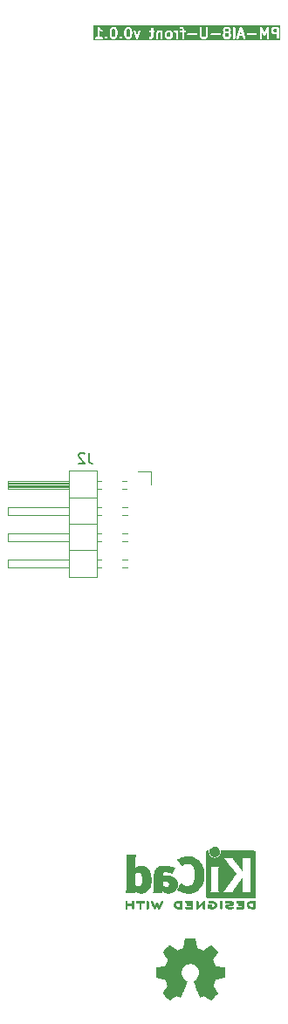
<source format=gbr>
%TF.GenerationSoftware,KiCad,Pcbnew,8.0.4-8.0.4-0~ubuntu22.04.1*%
%TF.CreationDate,2024-08-03T19:20:03+03:00*%
%TF.ProjectId,PM-AI8-U-front,504d2d41-4938-42d5-952d-66726f6e742e,rev?*%
%TF.SameCoordinates,Original*%
%TF.FileFunction,Legend,Bot*%
%TF.FilePolarity,Positive*%
%FSLAX46Y46*%
G04 Gerber Fmt 4.6, Leading zero omitted, Abs format (unit mm)*
G04 Created by KiCad (PCBNEW 8.0.4-8.0.4-0~ubuntu22.04.1) date 2024-08-03 19:20:03*
%MOMM*%
%LPD*%
G01*
G04 APERTURE LIST*
%ADD10C,0.200000*%
%ADD11C,0.150000*%
%ADD12C,0.010000*%
%ADD13C,0.120000*%
%ADD14R,1.700000X1.700000*%
%ADD15O,1.700000X1.700000*%
G04 APERTURE END LIST*
D10*
G36*
X63771566Y-52337024D02*
G01*
X63796235Y-52361692D01*
X63831688Y-52432599D01*
X63873659Y-52600480D01*
X63873659Y-52813956D01*
X63831688Y-52981837D01*
X63796235Y-53052743D01*
X63771566Y-53077413D01*
X63711957Y-53107219D01*
X63663933Y-53107219D01*
X63604323Y-53077414D01*
X63579656Y-53052746D01*
X63544201Y-52981837D01*
X63502231Y-52813956D01*
X63502231Y-52600481D01*
X63544201Y-52432599D01*
X63579655Y-52361692D01*
X63604323Y-52337023D01*
X63663933Y-52307219D01*
X63711957Y-52307219D01*
X63771566Y-52337024D01*
G37*
G36*
X65200137Y-52337024D02*
G01*
X65224806Y-52361692D01*
X65260259Y-52432599D01*
X65302230Y-52600480D01*
X65302230Y-52813956D01*
X65260259Y-52981837D01*
X65224806Y-53052743D01*
X65200137Y-53077413D01*
X65140528Y-53107219D01*
X65092504Y-53107219D01*
X65032894Y-53077414D01*
X65008227Y-53052746D01*
X64972772Y-52981837D01*
X64930802Y-52813956D01*
X64930802Y-52600481D01*
X64972772Y-52432599D01*
X65008226Y-52361692D01*
X65032894Y-52337023D01*
X65092504Y-52307219D01*
X65140528Y-52307219D01*
X65200137Y-52337024D01*
G37*
G36*
X69152519Y-52670357D02*
G01*
X69177188Y-52695025D01*
X69206993Y-52754635D01*
X69206993Y-52993135D01*
X69177188Y-53052743D01*
X69152519Y-53077413D01*
X69092910Y-53107219D01*
X68997267Y-53107219D01*
X68937657Y-53077414D01*
X68912990Y-53052746D01*
X68883184Y-52993134D01*
X68883184Y-52754635D01*
X68912989Y-52695025D01*
X68937657Y-52670356D01*
X68997267Y-52640552D01*
X69092910Y-52640552D01*
X69152519Y-52670357D01*
G37*
G36*
X74819186Y-52765595D02*
G01*
X74843855Y-52790263D01*
X74873660Y-52849873D01*
X74873660Y-52993135D01*
X74843855Y-53052743D01*
X74819186Y-53077413D01*
X74759577Y-53107219D01*
X74616315Y-53107219D01*
X74556705Y-53077414D01*
X74532038Y-53052746D01*
X74502232Y-52993134D01*
X74502232Y-52849873D01*
X74532037Y-52790263D01*
X74556705Y-52765594D01*
X74616315Y-52735790D01*
X74759577Y-52735790D01*
X74819186Y-52765595D01*
G37*
G36*
X74819186Y-52337024D02*
G01*
X74843855Y-52361692D01*
X74873660Y-52421302D01*
X74873660Y-52421707D01*
X74843855Y-52481316D01*
X74819186Y-52505984D01*
X74759577Y-52535790D01*
X74616315Y-52535790D01*
X74556705Y-52505985D01*
X74532037Y-52481316D01*
X74502232Y-52421706D01*
X74502232Y-52421302D01*
X74532037Y-52361692D01*
X74556705Y-52337023D01*
X74616315Y-52307219D01*
X74759577Y-52307219D01*
X74819186Y-52337024D01*
G37*
G36*
X76168251Y-52821504D02*
G01*
X75969546Y-52821504D01*
X76068898Y-52523446D01*
X76168251Y-52821504D01*
G37*
G36*
X79540326Y-52631028D02*
G01*
X79282981Y-52631028D01*
X79223371Y-52601223D01*
X79198703Y-52576554D01*
X79168898Y-52516944D01*
X79168898Y-52421302D01*
X79198703Y-52361692D01*
X79223371Y-52337023D01*
X79282981Y-52307219D01*
X79540326Y-52307219D01*
X79540326Y-52631028D01*
G37*
G36*
X79851437Y-53418330D02*
G01*
X61764470Y-53418330D01*
X61764470Y-53187710D01*
X61875581Y-53187710D01*
X61875581Y-53226728D01*
X61890513Y-53262776D01*
X61918103Y-53290366D01*
X61954151Y-53305298D01*
X61973660Y-53307219D01*
X62545088Y-53307219D01*
X62564597Y-53305298D01*
X62600645Y-53290366D01*
X62628235Y-53262776D01*
X62643167Y-53226728D01*
X62643167Y-53187710D01*
X62628235Y-53151662D01*
X62616664Y-53140091D01*
X62827961Y-53140091D01*
X62827961Y-53179109D01*
X62833551Y-53192604D01*
X62842893Y-53215158D01*
X62842897Y-53215162D01*
X62855329Y-53230311D01*
X62902948Y-53277929D01*
X62918101Y-53290366D01*
X62924514Y-53293022D01*
X62954150Y-53305298D01*
X62993168Y-53305298D01*
X63029216Y-53290366D01*
X63044370Y-53277930D01*
X63091988Y-53230311D01*
X63104425Y-53215158D01*
X63111177Y-53198856D01*
X63119356Y-53179110D01*
X63119357Y-53140092D01*
X63104426Y-53104043D01*
X63091989Y-53088890D01*
X63044370Y-53041270D01*
X63029217Y-53028833D01*
X63008725Y-53020345D01*
X63004589Y-53018632D01*
X62993168Y-53013901D01*
X62954150Y-53013901D01*
X62943592Y-53018274D01*
X62918102Y-53028832D01*
X62918101Y-53028833D01*
X62902947Y-53041270D01*
X62855329Y-53088890D01*
X62842892Y-53104043D01*
X62832879Y-53128219D01*
X62827961Y-53140091D01*
X62616664Y-53140091D01*
X62600645Y-53124072D01*
X62564597Y-53109140D01*
X62545088Y-53107219D01*
X62359374Y-53107219D01*
X62359374Y-52496260D01*
X62379139Y-52516025D01*
X62386805Y-52522316D01*
X62388538Y-52524314D01*
X62391549Y-52526209D01*
X62394293Y-52528461D01*
X62396730Y-52529470D01*
X62405129Y-52534757D01*
X62500366Y-52582376D01*
X62518675Y-52589382D01*
X62557595Y-52592148D01*
X62569526Y-52588171D01*
X63302231Y-52588171D01*
X63302231Y-52826266D01*
X63302566Y-52829668D01*
X63302349Y-52831127D01*
X63303428Y-52838424D01*
X63304152Y-52845775D01*
X63304716Y-52847138D01*
X63305217Y-52850520D01*
X63352836Y-53040995D01*
X63353349Y-53042432D01*
X63353401Y-53043155D01*
X63356509Y-53051279D01*
X63359431Y-53059456D01*
X63359861Y-53060036D01*
X63360407Y-53061463D01*
X63408026Y-53156701D01*
X63413309Y-53165093D01*
X63414321Y-53167537D01*
X63416577Y-53170286D01*
X63418469Y-53173291D01*
X63420463Y-53175020D01*
X63426758Y-53182690D01*
X63474376Y-53230310D01*
X63482044Y-53236603D01*
X63483776Y-53238600D01*
X63486784Y-53240493D01*
X63489530Y-53242747D01*
X63491970Y-53243757D01*
X63500367Y-53249043D01*
X63595604Y-53296662D01*
X63613913Y-53303668D01*
X63617496Y-53303922D01*
X63620817Y-53305298D01*
X63640326Y-53307219D01*
X63735564Y-53307219D01*
X63755073Y-53305298D01*
X63758393Y-53303922D01*
X63761977Y-53303668D01*
X63780285Y-53296662D01*
X63875523Y-53249043D01*
X63883918Y-53243758D01*
X63886360Y-53242747D01*
X63889107Y-53240491D01*
X63892113Y-53238600D01*
X63893843Y-53236605D01*
X63901513Y-53230310D01*
X63949132Y-53182690D01*
X63955424Y-53175023D01*
X63957421Y-53173292D01*
X63959314Y-53170284D01*
X63961569Y-53167537D01*
X63962580Y-53165095D01*
X63967864Y-53156701D01*
X63976169Y-53140091D01*
X64256532Y-53140091D01*
X64256532Y-53179109D01*
X64262122Y-53192604D01*
X64271464Y-53215158D01*
X64271468Y-53215162D01*
X64283900Y-53230311D01*
X64331519Y-53277929D01*
X64346672Y-53290366D01*
X64353085Y-53293022D01*
X64382721Y-53305298D01*
X64421739Y-53305298D01*
X64457787Y-53290366D01*
X64472941Y-53277930D01*
X64520559Y-53230311D01*
X64532996Y-53215158D01*
X64539748Y-53198856D01*
X64547927Y-53179110D01*
X64547928Y-53140092D01*
X64532997Y-53104043D01*
X64520560Y-53088890D01*
X64472941Y-53041270D01*
X64457788Y-53028833D01*
X64437296Y-53020345D01*
X64433160Y-53018632D01*
X64421739Y-53013901D01*
X64382721Y-53013901D01*
X64372163Y-53018274D01*
X64346673Y-53028832D01*
X64346672Y-53028833D01*
X64331518Y-53041270D01*
X64283900Y-53088890D01*
X64271463Y-53104043D01*
X64261450Y-53128219D01*
X64256532Y-53140091D01*
X63976169Y-53140091D01*
X64015483Y-53061464D01*
X64016029Y-53060035D01*
X64016459Y-53059456D01*
X64019380Y-53051279D01*
X64022489Y-53043155D01*
X64022540Y-53042434D01*
X64023054Y-53040996D01*
X64070673Y-52850520D01*
X64071173Y-52847138D01*
X64071738Y-52845775D01*
X64072461Y-52838424D01*
X64073541Y-52831127D01*
X64073323Y-52829668D01*
X64073659Y-52826266D01*
X64073659Y-52588171D01*
X64730802Y-52588171D01*
X64730802Y-52826266D01*
X64731137Y-52829668D01*
X64730920Y-52831127D01*
X64731999Y-52838424D01*
X64732723Y-52845775D01*
X64733287Y-52847138D01*
X64733788Y-52850520D01*
X64781407Y-53040995D01*
X64781920Y-53042432D01*
X64781972Y-53043155D01*
X64785080Y-53051279D01*
X64788002Y-53059456D01*
X64788432Y-53060036D01*
X64788978Y-53061463D01*
X64836597Y-53156701D01*
X64841880Y-53165093D01*
X64842892Y-53167537D01*
X64845148Y-53170286D01*
X64847040Y-53173291D01*
X64849034Y-53175020D01*
X64855329Y-53182690D01*
X64902947Y-53230310D01*
X64910615Y-53236603D01*
X64912347Y-53238600D01*
X64915355Y-53240493D01*
X64918101Y-53242747D01*
X64920541Y-53243757D01*
X64928938Y-53249043D01*
X65024175Y-53296662D01*
X65042484Y-53303668D01*
X65046067Y-53303922D01*
X65049388Y-53305298D01*
X65068897Y-53307219D01*
X65164135Y-53307219D01*
X65183644Y-53305298D01*
X65186964Y-53303922D01*
X65190548Y-53303668D01*
X65208856Y-53296662D01*
X65304094Y-53249043D01*
X65312489Y-53243758D01*
X65314931Y-53242747D01*
X65317678Y-53240491D01*
X65320684Y-53238600D01*
X65322414Y-53236605D01*
X65330084Y-53230310D01*
X65377703Y-53182690D01*
X65383995Y-53175023D01*
X65385992Y-53173292D01*
X65387885Y-53170284D01*
X65390140Y-53167537D01*
X65391151Y-53165095D01*
X65396435Y-53156701D01*
X65444054Y-53061464D01*
X65444600Y-53060035D01*
X65445030Y-53059456D01*
X65447951Y-53051279D01*
X65451060Y-53043155D01*
X65451111Y-53042434D01*
X65451625Y-53040996D01*
X65499244Y-52850520D01*
X65499744Y-52847138D01*
X65500309Y-52845775D01*
X65501032Y-52838424D01*
X65502112Y-52831127D01*
X65501894Y-52829668D01*
X65502230Y-52826266D01*
X65502230Y-52588171D01*
X65501894Y-52584768D01*
X65502112Y-52583310D01*
X65501032Y-52576012D01*
X65500309Y-52568662D01*
X65499744Y-52567298D01*
X65499244Y-52563917D01*
X65497056Y-52555167D01*
X65636637Y-52555167D01*
X65641390Y-52574186D01*
X65879485Y-53240852D01*
X65887855Y-53258579D01*
X65891225Y-53262301D01*
X65893373Y-53266836D01*
X65904224Y-53276659D01*
X65914042Y-53287504D01*
X65918574Y-53289651D01*
X65922299Y-53293023D01*
X65936089Y-53297947D01*
X65949304Y-53304208D01*
X65954314Y-53304457D01*
X65959044Y-53306146D01*
X65973665Y-53305418D01*
X65988274Y-53306145D01*
X65992999Y-53304457D01*
X65998014Y-53304208D01*
X66011240Y-53297942D01*
X66025019Y-53293022D01*
X66028739Y-53289653D01*
X66033276Y-53287505D01*
X66043098Y-53276654D01*
X66053945Y-53266836D01*
X66056092Y-53262301D01*
X66059463Y-53258579D01*
X66067833Y-53240853D01*
X66305928Y-52574186D01*
X66310681Y-52555167D01*
X66308984Y-52521043D01*
X67113676Y-52521043D01*
X67113676Y-52560061D01*
X67128608Y-52596109D01*
X67156198Y-52623699D01*
X67192246Y-52638631D01*
X67211755Y-52640552D01*
X67349850Y-52640552D01*
X67349850Y-53040754D01*
X67327695Y-53085063D01*
X67283386Y-53107219D01*
X67211755Y-53107219D01*
X67192246Y-53109140D01*
X67156198Y-53124072D01*
X67128608Y-53151662D01*
X67113676Y-53187710D01*
X67113676Y-53226728D01*
X67128608Y-53262776D01*
X67156198Y-53290366D01*
X67192246Y-53305298D01*
X67211755Y-53307219D01*
X67306993Y-53307219D01*
X67326502Y-53305298D01*
X67329822Y-53303922D01*
X67333406Y-53303668D01*
X67351714Y-53296662D01*
X67446952Y-53249043D01*
X67450214Y-53246989D01*
X67451754Y-53246476D01*
X67453670Y-53244813D01*
X67463542Y-53238600D01*
X67471757Y-53229126D01*
X67481231Y-53220911D01*
X67487444Y-53211039D01*
X67489107Y-53209123D01*
X67489619Y-53207584D01*
X67491674Y-53204321D01*
X67539293Y-53109082D01*
X67546299Y-53090774D01*
X67546553Y-53087190D01*
X67547929Y-53083870D01*
X67549850Y-53064361D01*
X67549850Y-52683409D01*
X67826041Y-52683409D01*
X67826041Y-53207219D01*
X67827962Y-53226728D01*
X67842894Y-53262776D01*
X67870484Y-53290366D01*
X67906532Y-53305298D01*
X67945550Y-53305298D01*
X67981598Y-53290366D01*
X68009188Y-53262776D01*
X68024120Y-53226728D01*
X68026041Y-53207219D01*
X68026041Y-52707016D01*
X68048196Y-52662706D01*
X68092505Y-52640552D01*
X68188148Y-52640552D01*
X68247757Y-52670357D01*
X68254612Y-52677211D01*
X68254612Y-53207219D01*
X68256533Y-53226728D01*
X68271465Y-53262776D01*
X68299055Y-53290366D01*
X68335103Y-53305298D01*
X68374121Y-53305298D01*
X68410169Y-53290366D01*
X68437759Y-53262776D01*
X68452691Y-53226728D01*
X68454612Y-53207219D01*
X68454612Y-52731028D01*
X68683184Y-52731028D01*
X68683184Y-53016742D01*
X68685105Y-53036251D01*
X68686480Y-53039571D01*
X68686735Y-53043155D01*
X68693741Y-53061463D01*
X68741360Y-53156701D01*
X68746643Y-53165093D01*
X68747655Y-53167537D01*
X68749911Y-53170286D01*
X68751803Y-53173291D01*
X68753797Y-53175020D01*
X68760092Y-53182690D01*
X68807710Y-53230310D01*
X68815378Y-53236603D01*
X68817110Y-53238600D01*
X68820118Y-53240493D01*
X68822864Y-53242747D01*
X68825304Y-53243757D01*
X68833701Y-53249043D01*
X68928938Y-53296662D01*
X68947247Y-53303668D01*
X68950830Y-53303922D01*
X68954151Y-53305298D01*
X68973660Y-53307219D01*
X69116517Y-53307219D01*
X69136026Y-53305298D01*
X69139346Y-53303922D01*
X69142930Y-53303668D01*
X69161238Y-53296662D01*
X69256476Y-53249043D01*
X69264871Y-53243758D01*
X69267313Y-53242747D01*
X69270060Y-53240491D01*
X69273066Y-53238600D01*
X69274796Y-53236605D01*
X69282466Y-53230310D01*
X69330085Y-53182690D01*
X69336377Y-53175023D01*
X69338374Y-53173292D01*
X69340267Y-53170284D01*
X69342522Y-53167537D01*
X69343533Y-53165095D01*
X69348817Y-53156701D01*
X69396436Y-53061464D01*
X69403442Y-53043155D01*
X69403696Y-53039571D01*
X69405072Y-53036251D01*
X69406993Y-53016742D01*
X69406993Y-52731028D01*
X69405072Y-52711519D01*
X69403696Y-52708198D01*
X69403442Y-52704615D01*
X69396436Y-52686306D01*
X69348817Y-52591069D01*
X69343531Y-52582672D01*
X69342521Y-52580232D01*
X69340267Y-52577486D01*
X69338374Y-52574478D01*
X69336376Y-52572745D01*
X69330084Y-52565079D01*
X69286049Y-52521043D01*
X69494629Y-52521043D01*
X69494629Y-52560061D01*
X69509561Y-52596109D01*
X69537151Y-52623699D01*
X69573199Y-52638631D01*
X69592708Y-52640552D01*
X69664339Y-52640552D01*
X69723948Y-52670357D01*
X69748617Y-52695025D01*
X69778422Y-52754635D01*
X69778422Y-53207219D01*
X69780343Y-53226728D01*
X69795275Y-53262776D01*
X69822865Y-53290366D01*
X69858913Y-53305298D01*
X69897931Y-53305298D01*
X69933979Y-53290366D01*
X69961569Y-53262776D01*
X69976501Y-53226728D01*
X69978422Y-53207219D01*
X69978422Y-52540552D01*
X69976501Y-52521043D01*
X69961569Y-52484995D01*
X69933979Y-52457405D01*
X69897931Y-52442473D01*
X69858913Y-52442473D01*
X69822865Y-52457405D01*
X69796996Y-52483273D01*
X69732667Y-52451109D01*
X69714359Y-52444103D01*
X69710775Y-52443848D01*
X69707455Y-52442473D01*
X69687946Y-52440552D01*
X69592708Y-52440552D01*
X69573199Y-52442473D01*
X69537151Y-52457405D01*
X69509561Y-52484995D01*
X69494629Y-52521043D01*
X69286049Y-52521043D01*
X69282466Y-52517460D01*
X69274795Y-52511165D01*
X69273066Y-52509171D01*
X69270058Y-52507277D01*
X69267312Y-52505024D01*
X69264872Y-52504013D01*
X69256476Y-52498728D01*
X69161238Y-52451109D01*
X69142930Y-52444103D01*
X69139346Y-52443848D01*
X69136026Y-52442473D01*
X69116517Y-52440552D01*
X68973660Y-52440552D01*
X68954151Y-52442473D01*
X68950830Y-52443848D01*
X68947247Y-52444103D01*
X68928938Y-52451109D01*
X68833701Y-52498728D01*
X68825304Y-52504013D01*
X68822864Y-52505024D01*
X68820118Y-52507277D01*
X68817110Y-52509171D01*
X68815377Y-52511168D01*
X68807711Y-52517461D01*
X68760092Y-52565079D01*
X68753797Y-52572749D01*
X68751803Y-52574479D01*
X68749909Y-52577486D01*
X68747656Y-52580233D01*
X68746645Y-52582672D01*
X68741360Y-52591069D01*
X68693741Y-52686307D01*
X68686735Y-52704615D01*
X68686480Y-52708198D01*
X68685105Y-52711519D01*
X68683184Y-52731028D01*
X68454612Y-52731028D01*
X68454612Y-52540552D01*
X68452691Y-52521043D01*
X68437759Y-52484995D01*
X68410169Y-52457405D01*
X68374121Y-52442473D01*
X68335103Y-52442473D01*
X68299055Y-52457405D01*
X68289059Y-52467400D01*
X68256476Y-52451109D01*
X68238168Y-52444103D01*
X68234584Y-52443848D01*
X68231264Y-52442473D01*
X68211755Y-52440552D01*
X68068898Y-52440552D01*
X68049389Y-52442473D01*
X68046068Y-52443848D01*
X68042485Y-52444103D01*
X68024176Y-52451109D01*
X67928939Y-52498728D01*
X67925675Y-52500782D01*
X67924137Y-52501295D01*
X67922221Y-52502956D01*
X67912348Y-52509171D01*
X67904130Y-52518646D01*
X67894660Y-52526860D01*
X67888446Y-52536731D01*
X67886784Y-52538648D01*
X67886270Y-52540186D01*
X67884217Y-52543450D01*
X67836598Y-52638688D01*
X67829592Y-52656996D01*
X67829337Y-52660579D01*
X67827962Y-52663900D01*
X67826041Y-52683409D01*
X67549850Y-52683409D01*
X67549850Y-52640552D01*
X67592707Y-52640552D01*
X67612216Y-52638631D01*
X67648264Y-52623699D01*
X67675854Y-52596109D01*
X67690786Y-52560061D01*
X67690786Y-52521043D01*
X67675854Y-52484995D01*
X67648264Y-52457405D01*
X67612216Y-52442473D01*
X67592707Y-52440552D01*
X67549850Y-52440552D01*
X67549850Y-52207219D01*
X67547929Y-52187710D01*
X70113677Y-52187710D01*
X70113677Y-52226728D01*
X70128609Y-52262776D01*
X70156199Y-52290366D01*
X70192247Y-52305298D01*
X70211756Y-52307219D01*
X70283387Y-52307219D01*
X70327696Y-52329374D01*
X70349851Y-52373683D01*
X70349851Y-52440552D01*
X70211756Y-52440552D01*
X70192247Y-52442473D01*
X70156199Y-52457405D01*
X70128609Y-52484995D01*
X70113677Y-52521043D01*
X70113677Y-52560061D01*
X70128609Y-52596109D01*
X70156199Y-52623699D01*
X70192247Y-52638631D01*
X70211756Y-52640552D01*
X70349851Y-52640552D01*
X70349851Y-53207219D01*
X70351772Y-53226728D01*
X70366704Y-53262776D01*
X70394294Y-53290366D01*
X70430342Y-53305298D01*
X70469360Y-53305298D01*
X70505408Y-53290366D01*
X70532998Y-53262776D01*
X70547930Y-53226728D01*
X70549851Y-53207219D01*
X70549851Y-52806757D01*
X70827963Y-52806757D01*
X70827963Y-52845775D01*
X70842895Y-52881823D01*
X70870485Y-52909413D01*
X70906533Y-52924345D01*
X70926042Y-52926266D01*
X71687946Y-52926266D01*
X71707455Y-52924345D01*
X71743503Y-52909413D01*
X71771093Y-52881823D01*
X71786025Y-52845775D01*
X71786025Y-52806757D01*
X71771093Y-52770709D01*
X71743503Y-52743119D01*
X71707455Y-52728187D01*
X71687946Y-52726266D01*
X70926042Y-52726266D01*
X70906533Y-52728187D01*
X70870485Y-52743119D01*
X70842895Y-52770709D01*
X70827963Y-52806757D01*
X70549851Y-52806757D01*
X70549851Y-52640552D01*
X70592708Y-52640552D01*
X70612217Y-52638631D01*
X70648265Y-52623699D01*
X70675855Y-52596109D01*
X70690787Y-52560061D01*
X70690787Y-52521043D01*
X70675855Y-52484995D01*
X70648265Y-52457405D01*
X70612217Y-52442473D01*
X70592708Y-52440552D01*
X70549851Y-52440552D01*
X70549851Y-52350076D01*
X70547930Y-52330567D01*
X70546554Y-52327246D01*
X70546300Y-52323663D01*
X70539294Y-52305354D01*
X70491675Y-52210117D01*
X70489850Y-52207219D01*
X72064137Y-52207219D01*
X72064137Y-53016742D01*
X72066058Y-53036251D01*
X72067433Y-53039571D01*
X72067688Y-53043155D01*
X72074694Y-53061463D01*
X72122313Y-53156701D01*
X72127596Y-53165093D01*
X72128608Y-53167537D01*
X72130864Y-53170286D01*
X72132756Y-53173291D01*
X72134750Y-53175020D01*
X72141045Y-53182690D01*
X72188663Y-53230310D01*
X72196331Y-53236603D01*
X72198063Y-53238600D01*
X72201071Y-53240493D01*
X72203817Y-53242747D01*
X72206257Y-53243757D01*
X72214654Y-53249043D01*
X72309891Y-53296662D01*
X72328200Y-53303668D01*
X72331783Y-53303922D01*
X72335104Y-53305298D01*
X72354613Y-53307219D01*
X72545089Y-53307219D01*
X72564598Y-53305298D01*
X72567918Y-53303922D01*
X72571502Y-53303668D01*
X72589810Y-53296662D01*
X72685048Y-53249043D01*
X72693443Y-53243758D01*
X72695885Y-53242747D01*
X72698632Y-53240491D01*
X72701638Y-53238600D01*
X72703368Y-53236605D01*
X72711038Y-53230310D01*
X72758657Y-53182690D01*
X72764949Y-53175023D01*
X72766946Y-53173292D01*
X72768839Y-53170284D01*
X72771094Y-53167537D01*
X72772105Y-53165095D01*
X72777389Y-53156701D01*
X72825008Y-53061464D01*
X72832014Y-53043155D01*
X72832268Y-53039571D01*
X72833644Y-53036251D01*
X72835565Y-53016742D01*
X72835565Y-52806757D01*
X73113677Y-52806757D01*
X73113677Y-52845775D01*
X73128609Y-52881823D01*
X73156199Y-52909413D01*
X73192247Y-52924345D01*
X73211756Y-52926266D01*
X73973660Y-52926266D01*
X73993169Y-52924345D01*
X74029217Y-52909413D01*
X74056807Y-52881823D01*
X74071739Y-52845775D01*
X74071739Y-52806757D01*
X74056807Y-52770709D01*
X74029217Y-52743119D01*
X73993169Y-52728187D01*
X73973660Y-52726266D01*
X73211756Y-52726266D01*
X73192247Y-52728187D01*
X73156199Y-52743119D01*
X73128609Y-52770709D01*
X73113677Y-52806757D01*
X72835565Y-52806757D01*
X72835565Y-52397695D01*
X74302232Y-52397695D01*
X74302232Y-52445314D01*
X74304153Y-52464823D01*
X74305528Y-52468143D01*
X74305783Y-52471727D01*
X74312789Y-52490035D01*
X74360408Y-52585273D01*
X74365693Y-52593669D01*
X74366704Y-52596109D01*
X74368957Y-52598855D01*
X74370851Y-52601863D01*
X74372845Y-52603592D01*
X74379140Y-52611263D01*
X74403667Y-52635790D01*
X74379140Y-52660317D01*
X74372845Y-52667987D01*
X74370851Y-52669717D01*
X74368957Y-52672724D01*
X74366704Y-52675471D01*
X74365693Y-52677910D01*
X74360408Y-52686307D01*
X74312789Y-52781545D01*
X74305783Y-52799853D01*
X74305528Y-52803436D01*
X74304153Y-52806757D01*
X74302232Y-52826266D01*
X74302232Y-53016742D01*
X74304153Y-53036251D01*
X74305528Y-53039571D01*
X74305783Y-53043155D01*
X74312789Y-53061463D01*
X74360408Y-53156701D01*
X74365691Y-53165093D01*
X74366703Y-53167537D01*
X74368959Y-53170286D01*
X74370851Y-53173291D01*
X74372845Y-53175020D01*
X74379140Y-53182690D01*
X74426758Y-53230310D01*
X74434426Y-53236603D01*
X74436158Y-53238600D01*
X74439166Y-53240493D01*
X74441912Y-53242747D01*
X74444352Y-53243757D01*
X74452749Y-53249043D01*
X74547986Y-53296662D01*
X74566295Y-53303668D01*
X74569878Y-53303922D01*
X74573199Y-53305298D01*
X74592708Y-53307219D01*
X74783184Y-53307219D01*
X74802693Y-53305298D01*
X74806013Y-53303922D01*
X74809597Y-53303668D01*
X74827905Y-53296662D01*
X74923143Y-53249043D01*
X74931538Y-53243758D01*
X74933980Y-53242747D01*
X74936727Y-53240491D01*
X74939733Y-53238600D01*
X74941463Y-53236605D01*
X74949133Y-53230310D01*
X74996752Y-53182690D01*
X75003044Y-53175023D01*
X75005041Y-53173292D01*
X75006934Y-53170284D01*
X75009189Y-53167537D01*
X75010200Y-53165095D01*
X75015484Y-53156701D01*
X75063103Y-53061464D01*
X75070109Y-53043155D01*
X75070363Y-53039571D01*
X75071739Y-53036251D01*
X75073660Y-53016742D01*
X75073660Y-52826266D01*
X75071739Y-52806757D01*
X75070363Y-52803436D01*
X75070109Y-52799853D01*
X75063103Y-52781544D01*
X75015484Y-52686307D01*
X75010198Y-52677910D01*
X75009188Y-52675470D01*
X75006934Y-52672724D01*
X75005041Y-52669716D01*
X75003043Y-52667983D01*
X74996751Y-52660317D01*
X74972224Y-52635790D01*
X74996751Y-52611263D01*
X75003043Y-52603596D01*
X75005041Y-52601864D01*
X75006934Y-52598855D01*
X75009188Y-52596110D01*
X75010198Y-52593669D01*
X75015484Y-52585273D01*
X75063103Y-52490036D01*
X75070109Y-52471727D01*
X75070363Y-52468143D01*
X75071739Y-52464823D01*
X75073660Y-52445314D01*
X75073660Y-52397695D01*
X75071739Y-52378186D01*
X75070363Y-52374865D01*
X75070109Y-52371282D01*
X75063103Y-52352973D01*
X75015484Y-52257736D01*
X75010198Y-52249339D01*
X75009188Y-52246899D01*
X75006934Y-52244153D01*
X75005041Y-52241145D01*
X75003043Y-52239412D01*
X74996751Y-52231746D01*
X74972225Y-52207219D01*
X75302231Y-52207219D01*
X75302231Y-53207219D01*
X75304152Y-53226728D01*
X75319084Y-53262776D01*
X75346674Y-53290366D01*
X75382722Y-53305298D01*
X75421740Y-53305298D01*
X75457788Y-53290366D01*
X75485378Y-53262776D01*
X75500310Y-53226728D01*
X75502231Y-53207219D01*
X75502231Y-53194712D01*
X75636350Y-53194712D01*
X75639116Y-53233632D01*
X75656566Y-53268531D01*
X75686042Y-53294096D01*
X75723058Y-53306434D01*
X75761978Y-53303668D01*
X75796877Y-53286218D01*
X75822442Y-53256742D01*
X75830433Y-53238842D01*
X75902879Y-53021504D01*
X76234917Y-53021504D01*
X76307363Y-53238841D01*
X76315354Y-53256742D01*
X76340919Y-53286218D01*
X76375818Y-53303667D01*
X76414738Y-53306434D01*
X76451754Y-53294095D01*
X76481230Y-53268530D01*
X76498680Y-53233631D01*
X76501446Y-53194711D01*
X76497099Y-53175596D01*
X76374153Y-52806757D01*
X76637486Y-52806757D01*
X76637486Y-52845775D01*
X76652418Y-52881823D01*
X76680008Y-52909413D01*
X76716056Y-52924345D01*
X76735565Y-52926266D01*
X77497469Y-52926266D01*
X77516978Y-52924345D01*
X77553026Y-52909413D01*
X77580616Y-52881823D01*
X77595548Y-52845775D01*
X77595548Y-52806757D01*
X77580616Y-52770709D01*
X77553026Y-52743119D01*
X77516978Y-52728187D01*
X77497469Y-52726266D01*
X76735565Y-52726266D01*
X76716056Y-52728187D01*
X76680008Y-52743119D01*
X76652418Y-52770709D01*
X76637486Y-52806757D01*
X76374153Y-52806757D01*
X76174307Y-52207219D01*
X77873660Y-52207219D01*
X77873660Y-53207219D01*
X77875581Y-53226728D01*
X77890513Y-53262776D01*
X77918103Y-53290366D01*
X77954151Y-53305298D01*
X77993169Y-53305298D01*
X78029217Y-53290366D01*
X78056807Y-53262776D01*
X78071739Y-53226728D01*
X78073660Y-53207219D01*
X78073660Y-52657975D01*
X78216375Y-52963793D01*
X78220607Y-52970938D01*
X78221487Y-52973356D01*
X78223052Y-52975065D01*
X78226366Y-52980659D01*
X78237576Y-52990925D01*
X78247838Y-53002131D01*
X78251863Y-53004009D01*
X78255141Y-53007011D01*
X78269423Y-53012204D01*
X78283196Y-53018632D01*
X78287635Y-53018827D01*
X78291810Y-53020345D01*
X78306993Y-53019677D01*
X78322176Y-53020345D01*
X78326349Y-53018827D01*
X78330791Y-53018632D01*
X78344575Y-53012199D01*
X78358845Y-53007010D01*
X78362118Y-53004012D01*
X78366148Y-53002132D01*
X78376417Y-52990917D01*
X78387620Y-52980659D01*
X78390931Y-52975068D01*
X78392500Y-52973356D01*
X78393380Y-52970934D01*
X78397611Y-52963793D01*
X78540326Y-52657974D01*
X78540326Y-53207219D01*
X78542247Y-53226728D01*
X78557179Y-53262776D01*
X78584769Y-53290366D01*
X78620817Y-53305298D01*
X78659835Y-53305298D01*
X78695883Y-53290366D01*
X78723473Y-53262776D01*
X78738405Y-53226728D01*
X78740326Y-53207219D01*
X78740326Y-52397695D01*
X78968898Y-52397695D01*
X78968898Y-52540552D01*
X78970819Y-52560061D01*
X78972194Y-52563381D01*
X78972449Y-52566965D01*
X78979455Y-52585273D01*
X79027074Y-52680511D01*
X79032359Y-52688907D01*
X79033370Y-52691347D01*
X79035623Y-52694093D01*
X79037517Y-52697101D01*
X79039511Y-52698830D01*
X79045806Y-52706501D01*
X79093425Y-52754119D01*
X79101091Y-52760411D01*
X79102824Y-52762409D01*
X79105832Y-52764302D01*
X79108578Y-52766556D01*
X79111018Y-52767566D01*
X79119415Y-52772852D01*
X79214652Y-52820471D01*
X79232961Y-52827477D01*
X79236544Y-52827731D01*
X79239865Y-52829107D01*
X79259374Y-52831028D01*
X79540326Y-52831028D01*
X79540326Y-53207219D01*
X79542247Y-53226728D01*
X79557179Y-53262776D01*
X79584769Y-53290366D01*
X79620817Y-53305298D01*
X79659835Y-53305298D01*
X79695883Y-53290366D01*
X79723473Y-53262776D01*
X79738405Y-53226728D01*
X79740326Y-53207219D01*
X79740326Y-52207219D01*
X79738405Y-52187710D01*
X79723473Y-52151662D01*
X79695883Y-52124072D01*
X79659835Y-52109140D01*
X79640326Y-52107219D01*
X79259374Y-52107219D01*
X79239865Y-52109140D01*
X79236544Y-52110515D01*
X79232961Y-52110770D01*
X79214652Y-52117776D01*
X79119415Y-52165395D01*
X79111018Y-52170680D01*
X79108578Y-52171691D01*
X79105832Y-52173944D01*
X79102824Y-52175838D01*
X79101091Y-52177835D01*
X79093425Y-52184128D01*
X79045806Y-52231746D01*
X79039511Y-52239416D01*
X79037517Y-52241146D01*
X79035623Y-52244153D01*
X79033370Y-52246900D01*
X79032359Y-52249339D01*
X79027074Y-52257736D01*
X78979455Y-52352974D01*
X78972449Y-52371282D01*
X78972194Y-52374865D01*
X78970819Y-52378186D01*
X78968898Y-52397695D01*
X78740326Y-52397695D01*
X78740326Y-52207219D01*
X78739063Y-52194395D01*
X78739167Y-52192036D01*
X78738706Y-52190768D01*
X78738405Y-52187710D01*
X78731764Y-52171679D01*
X78725833Y-52155367D01*
X78724326Y-52153721D01*
X78723473Y-52151662D01*
X78711211Y-52139400D01*
X78699481Y-52126591D01*
X78697457Y-52125646D01*
X78695883Y-52124072D01*
X78679867Y-52117437D01*
X78664124Y-52110091D01*
X78661894Y-52109993D01*
X78659835Y-52109140D01*
X78642483Y-52109140D01*
X78625143Y-52108378D01*
X78623047Y-52109140D01*
X78620817Y-52109140D01*
X78604786Y-52115780D01*
X78588474Y-52121712D01*
X78586828Y-52123218D01*
X78584769Y-52124072D01*
X78572501Y-52136339D01*
X78559699Y-52148064D01*
X78558132Y-52150708D01*
X78557179Y-52151662D01*
X78556275Y-52153843D01*
X78549708Y-52164930D01*
X78306992Y-52685033D01*
X78064278Y-52164930D01*
X78057710Y-52153843D01*
X78056807Y-52151662D01*
X78055853Y-52150708D01*
X78054287Y-52148064D01*
X78041490Y-52136345D01*
X78029217Y-52124072D01*
X78027155Y-52123218D01*
X78025512Y-52121713D01*
X78009210Y-52115784D01*
X77993169Y-52109140D01*
X77990938Y-52109140D01*
X77988843Y-52108378D01*
X77971503Y-52109140D01*
X77954151Y-52109140D01*
X77952091Y-52109993D01*
X77949863Y-52110091D01*
X77934132Y-52117432D01*
X77918103Y-52124072D01*
X77916526Y-52125648D01*
X77914505Y-52126592D01*
X77902786Y-52139388D01*
X77890513Y-52151662D01*
X77889659Y-52153723D01*
X77888154Y-52155367D01*
X77882225Y-52171668D01*
X77875581Y-52187710D01*
X77875279Y-52190768D01*
X77874819Y-52192036D01*
X77874922Y-52194395D01*
X77873660Y-52207219D01*
X76174307Y-52207219D01*
X76163766Y-52175596D01*
X76155775Y-52157696D01*
X76151090Y-52152294D01*
X76147897Y-52145908D01*
X76138428Y-52137695D01*
X76130210Y-52128220D01*
X76123818Y-52125023D01*
X76118421Y-52120343D01*
X76106527Y-52116378D01*
X76095311Y-52110770D01*
X76088183Y-52110263D01*
X76081405Y-52108004D01*
X76068900Y-52108893D01*
X76056391Y-52108004D01*
X76049609Y-52110264D01*
X76042485Y-52110771D01*
X76031276Y-52116374D01*
X76019375Y-52120342D01*
X76013974Y-52125025D01*
X76007586Y-52128220D01*
X75999370Y-52137691D01*
X75989899Y-52145907D01*
X75986704Y-52152296D01*
X75982021Y-52157696D01*
X75974030Y-52175597D01*
X75640697Y-53175596D01*
X75636350Y-53194712D01*
X75502231Y-53194712D01*
X75502231Y-52207219D01*
X75500310Y-52187710D01*
X75485378Y-52151662D01*
X75457788Y-52124072D01*
X75421740Y-52109140D01*
X75382722Y-52109140D01*
X75346674Y-52124072D01*
X75319084Y-52151662D01*
X75304152Y-52187710D01*
X75302231Y-52207219D01*
X74972225Y-52207219D01*
X74949133Y-52184127D01*
X74941462Y-52177832D01*
X74939733Y-52175838D01*
X74936725Y-52173944D01*
X74933979Y-52171691D01*
X74931539Y-52170680D01*
X74923143Y-52165395D01*
X74827905Y-52117776D01*
X74809597Y-52110770D01*
X74806013Y-52110515D01*
X74802693Y-52109140D01*
X74783184Y-52107219D01*
X74592708Y-52107219D01*
X74573199Y-52109140D01*
X74569878Y-52110515D01*
X74566295Y-52110770D01*
X74547986Y-52117776D01*
X74452749Y-52165395D01*
X74444352Y-52170680D01*
X74441912Y-52171691D01*
X74439166Y-52173944D01*
X74436158Y-52175838D01*
X74434425Y-52177835D01*
X74426759Y-52184128D01*
X74379140Y-52231746D01*
X74372845Y-52239416D01*
X74370851Y-52241146D01*
X74368957Y-52244153D01*
X74366704Y-52246900D01*
X74365693Y-52249339D01*
X74360408Y-52257736D01*
X74312789Y-52352974D01*
X74305783Y-52371282D01*
X74305528Y-52374865D01*
X74304153Y-52378186D01*
X74302232Y-52397695D01*
X72835565Y-52397695D01*
X72835565Y-52207219D01*
X72833644Y-52187710D01*
X72818712Y-52151662D01*
X72791122Y-52124072D01*
X72755074Y-52109140D01*
X72716056Y-52109140D01*
X72680008Y-52124072D01*
X72652418Y-52151662D01*
X72637486Y-52187710D01*
X72635565Y-52207219D01*
X72635565Y-52993135D01*
X72605760Y-53052743D01*
X72581091Y-53077413D01*
X72521482Y-53107219D01*
X72378220Y-53107219D01*
X72318610Y-53077414D01*
X72293943Y-53052746D01*
X72264137Y-52993134D01*
X72264137Y-52207219D01*
X72262216Y-52187710D01*
X72247284Y-52151662D01*
X72219694Y-52124072D01*
X72183646Y-52109140D01*
X72144628Y-52109140D01*
X72108580Y-52124072D01*
X72080990Y-52151662D01*
X72066058Y-52187710D01*
X72064137Y-52207219D01*
X70489850Y-52207219D01*
X70489620Y-52206853D01*
X70489108Y-52205315D01*
X70487446Y-52203399D01*
X70481232Y-52193526D01*
X70471756Y-52185308D01*
X70463543Y-52175838D01*
X70453671Y-52169624D01*
X70451755Y-52167962D01*
X70450216Y-52167448D01*
X70446953Y-52165395D01*
X70351715Y-52117776D01*
X70333407Y-52110770D01*
X70329823Y-52110515D01*
X70326503Y-52109140D01*
X70306994Y-52107219D01*
X70211756Y-52107219D01*
X70192247Y-52109140D01*
X70156199Y-52124072D01*
X70128609Y-52151662D01*
X70113677Y-52187710D01*
X67547929Y-52187710D01*
X67532997Y-52151662D01*
X67505407Y-52124072D01*
X67469359Y-52109140D01*
X67430341Y-52109140D01*
X67394293Y-52124072D01*
X67366703Y-52151662D01*
X67351771Y-52187710D01*
X67349850Y-52207219D01*
X67349850Y-52440552D01*
X67211755Y-52440552D01*
X67192246Y-52442473D01*
X67156198Y-52457405D01*
X67128608Y-52484995D01*
X67113676Y-52521043D01*
X66308984Y-52521043D01*
X66308743Y-52516197D01*
X66292040Y-52480935D01*
X66263114Y-52454749D01*
X66226369Y-52441626D01*
X66187399Y-52443563D01*
X66152137Y-52460267D01*
X66125950Y-52489192D01*
X66117580Y-52506919D01*
X65973659Y-52909897D01*
X65829738Y-52506918D01*
X65821368Y-52489192D01*
X65795181Y-52460266D01*
X65759919Y-52443563D01*
X65720949Y-52441625D01*
X65684204Y-52454748D01*
X65655278Y-52480935D01*
X65638575Y-52516197D01*
X65636637Y-52555167D01*
X65497056Y-52555167D01*
X65451625Y-52373441D01*
X65451111Y-52372002D01*
X65451060Y-52371282D01*
X65447951Y-52363157D01*
X65445030Y-52354981D01*
X65444600Y-52354401D01*
X65444054Y-52352973D01*
X65396435Y-52257736D01*
X65391149Y-52249339D01*
X65390139Y-52246899D01*
X65387885Y-52244153D01*
X65385992Y-52241145D01*
X65383994Y-52239412D01*
X65377702Y-52231746D01*
X65330084Y-52184127D01*
X65322413Y-52177832D01*
X65320684Y-52175838D01*
X65317676Y-52173944D01*
X65314930Y-52171691D01*
X65312490Y-52170680D01*
X65304094Y-52165395D01*
X65208856Y-52117776D01*
X65190548Y-52110770D01*
X65186964Y-52110515D01*
X65183644Y-52109140D01*
X65164135Y-52107219D01*
X65068897Y-52107219D01*
X65049388Y-52109140D01*
X65046067Y-52110515D01*
X65042484Y-52110770D01*
X65024175Y-52117776D01*
X64928938Y-52165395D01*
X64920541Y-52170680D01*
X64918101Y-52171691D01*
X64915355Y-52173944D01*
X64912347Y-52175838D01*
X64910614Y-52177835D01*
X64902948Y-52184128D01*
X64855329Y-52231746D01*
X64849034Y-52239416D01*
X64847040Y-52241146D01*
X64845146Y-52244153D01*
X64842893Y-52246900D01*
X64841882Y-52249339D01*
X64836597Y-52257736D01*
X64788978Y-52352974D01*
X64788432Y-52354400D01*
X64788002Y-52354981D01*
X64785080Y-52363157D01*
X64781972Y-52371282D01*
X64781920Y-52372004D01*
X64781407Y-52373442D01*
X64733788Y-52563917D01*
X64733287Y-52567298D01*
X64732723Y-52568662D01*
X64731999Y-52576012D01*
X64730920Y-52583310D01*
X64731137Y-52584768D01*
X64730802Y-52588171D01*
X64073659Y-52588171D01*
X64073323Y-52584768D01*
X64073541Y-52583310D01*
X64072461Y-52576012D01*
X64071738Y-52568662D01*
X64071173Y-52567298D01*
X64070673Y-52563917D01*
X64023054Y-52373441D01*
X64022540Y-52372002D01*
X64022489Y-52371282D01*
X64019380Y-52363157D01*
X64016459Y-52354981D01*
X64016029Y-52354401D01*
X64015483Y-52352973D01*
X63967864Y-52257736D01*
X63962578Y-52249339D01*
X63961568Y-52246899D01*
X63959314Y-52244153D01*
X63957421Y-52241145D01*
X63955423Y-52239412D01*
X63949131Y-52231746D01*
X63901513Y-52184127D01*
X63893842Y-52177832D01*
X63892113Y-52175838D01*
X63889105Y-52173944D01*
X63886359Y-52171691D01*
X63883919Y-52170680D01*
X63875523Y-52165395D01*
X63780285Y-52117776D01*
X63761977Y-52110770D01*
X63758393Y-52110515D01*
X63755073Y-52109140D01*
X63735564Y-52107219D01*
X63640326Y-52107219D01*
X63620817Y-52109140D01*
X63617496Y-52110515D01*
X63613913Y-52110770D01*
X63595604Y-52117776D01*
X63500367Y-52165395D01*
X63491970Y-52170680D01*
X63489530Y-52171691D01*
X63486784Y-52173944D01*
X63483776Y-52175838D01*
X63482043Y-52177835D01*
X63474377Y-52184128D01*
X63426758Y-52231746D01*
X63420463Y-52239416D01*
X63418469Y-52241146D01*
X63416575Y-52244153D01*
X63414322Y-52246900D01*
X63413311Y-52249339D01*
X63408026Y-52257736D01*
X63360407Y-52352974D01*
X63359861Y-52354400D01*
X63359431Y-52354981D01*
X63356509Y-52363157D01*
X63353401Y-52371282D01*
X63353349Y-52372004D01*
X63352836Y-52373442D01*
X63305217Y-52563917D01*
X63304716Y-52567298D01*
X63304152Y-52568662D01*
X63303428Y-52576012D01*
X63302349Y-52583310D01*
X63302566Y-52584768D01*
X63302231Y-52588171D01*
X62569526Y-52588171D01*
X62594611Y-52579809D01*
X62624088Y-52554244D01*
X62641537Y-52519346D01*
X62644302Y-52480426D01*
X62631964Y-52443410D01*
X62606399Y-52413933D01*
X62589809Y-52403490D01*
X62509087Y-52363129D01*
X62432323Y-52286365D01*
X62342579Y-52151749D01*
X62342534Y-52151694D01*
X62342521Y-52151662D01*
X62342447Y-52151588D01*
X62330159Y-52136582D01*
X62321930Y-52131071D01*
X62314931Y-52124072D01*
X62305879Y-52120322D01*
X62297739Y-52114871D01*
X62288031Y-52112929D01*
X62278883Y-52109140D01*
X62269084Y-52109140D01*
X62259479Y-52107219D01*
X62249768Y-52109140D01*
X62239865Y-52109140D01*
X62230812Y-52112889D01*
X62221202Y-52114791D01*
X62212963Y-52120283D01*
X62203817Y-52124072D01*
X62196890Y-52130998D01*
X62188737Y-52136434D01*
X62183226Y-52144662D01*
X62176227Y-52151662D01*
X62172477Y-52160713D01*
X62167026Y-52168854D01*
X62165084Y-52178561D01*
X62161295Y-52187710D01*
X62159394Y-52207012D01*
X62159374Y-52207114D01*
X62159380Y-52207148D01*
X62159374Y-52207219D01*
X62159374Y-53107219D01*
X61973660Y-53107219D01*
X61954151Y-53109140D01*
X61918103Y-53124072D01*
X61890513Y-53151662D01*
X61875581Y-53187710D01*
X61764470Y-53187710D01*
X61764470Y-51996108D01*
X79851437Y-51996108D01*
X79851437Y-53418330D01*
G37*
D11*
X61293333Y-93434819D02*
X61293333Y-94149104D01*
X61293333Y-94149104D02*
X61340952Y-94291961D01*
X61340952Y-94291961D02*
X61436190Y-94387200D01*
X61436190Y-94387200D02*
X61579047Y-94434819D01*
X61579047Y-94434819D02*
X61674285Y-94434819D01*
X60864761Y-93530057D02*
X60817142Y-93482438D01*
X60817142Y-93482438D02*
X60721904Y-93434819D01*
X60721904Y-93434819D02*
X60483809Y-93434819D01*
X60483809Y-93434819D02*
X60388571Y-93482438D01*
X60388571Y-93482438D02*
X60340952Y-93530057D01*
X60340952Y-93530057D02*
X60293333Y-93625295D01*
X60293333Y-93625295D02*
X60293333Y-93720533D01*
X60293333Y-93720533D02*
X60340952Y-93863390D01*
X60340952Y-93863390D02*
X60912380Y-94434819D01*
X60912380Y-94434819D02*
X60293333Y-94434819D01*
D12*
%TO.C,Logo_kicad*%
X66975406Y-136894949D02*
X67001127Y-136910647D01*
X67027778Y-136932227D01*
X67027778Y-137579684D01*
X67001127Y-137601264D01*
X66969767Y-137618739D01*
X66933966Y-137619575D01*
X66902528Y-137599082D01*
X66898652Y-137594416D01*
X66893186Y-137584949D01*
X66888979Y-137571267D01*
X66885867Y-137550748D01*
X66883687Y-137520768D01*
X66882276Y-137478704D01*
X66881471Y-137421932D01*
X66881107Y-137347830D01*
X66881022Y-137253773D01*
X66881022Y-136932227D01*
X66907673Y-136910647D01*
X66931386Y-136895877D01*
X66954400Y-136889067D01*
X66975406Y-136894949D01*
G36*
X66975406Y-136894949D02*
G01*
X67001127Y-136910647D01*
X67027778Y-136932227D01*
X67027778Y-137579684D01*
X67001127Y-137601264D01*
X66969767Y-137618739D01*
X66933966Y-137619575D01*
X66902528Y-137599082D01*
X66898652Y-137594416D01*
X66893186Y-137584949D01*
X66888979Y-137571267D01*
X66885867Y-137550748D01*
X66883687Y-137520768D01*
X66882276Y-137478704D01*
X66881471Y-137421932D01*
X66881107Y-137347830D01*
X66881022Y-137253773D01*
X66881022Y-136932227D01*
X66907673Y-136910647D01*
X66931386Y-136895877D01*
X66954400Y-136889067D01*
X66975406Y-136894949D01*
G37*
X74106137Y-136893463D02*
X74140291Y-136916776D01*
X74168000Y-136944485D01*
X74168000Y-137257537D01*
X74167959Y-137341567D01*
X74167701Y-137415789D01*
X74167030Y-137472541D01*
X74165752Y-137514512D01*
X74163673Y-137544389D01*
X74160599Y-137564861D01*
X74156334Y-137578614D01*
X74150684Y-137588337D01*
X74143455Y-137596717D01*
X74111991Y-137618181D01*
X74076826Y-137619947D01*
X74043822Y-137600267D01*
X74038516Y-137594398D01*
X74033066Y-137585314D01*
X74028900Y-137571973D01*
X74025846Y-137551757D01*
X74023732Y-137522049D01*
X74022386Y-137480232D01*
X74021638Y-137423689D01*
X74021314Y-137349802D01*
X74021245Y-137255956D01*
X74021284Y-137180294D01*
X74021539Y-137102385D01*
X74022183Y-137042375D01*
X74023387Y-136997648D01*
X74025324Y-136965585D01*
X74028164Y-136943571D01*
X74032079Y-136928987D01*
X74037242Y-136919218D01*
X74043822Y-136911645D01*
X74073006Y-136892623D01*
X74106137Y-136893463D01*
G36*
X74106137Y-136893463D02*
G01*
X74140291Y-136916776D01*
X74168000Y-136944485D01*
X74168000Y-137257537D01*
X74167959Y-137341567D01*
X74167701Y-137415789D01*
X74167030Y-137472541D01*
X74165752Y-137514512D01*
X74163673Y-137544389D01*
X74160599Y-137564861D01*
X74156334Y-137578614D01*
X74150684Y-137588337D01*
X74143455Y-137596717D01*
X74111991Y-137618181D01*
X74076826Y-137619947D01*
X74043822Y-137600267D01*
X74038516Y-137594398D01*
X74033066Y-137585314D01*
X74028900Y-137571973D01*
X74025846Y-137551757D01*
X74023732Y-137522049D01*
X74022386Y-137480232D01*
X74021638Y-137423689D01*
X74021314Y-137349802D01*
X74021245Y-137255956D01*
X74021284Y-137180294D01*
X74021539Y-137102385D01*
X74022183Y-137042375D01*
X74023387Y-136997648D01*
X74025324Y-136965585D01*
X74028164Y-136943571D01*
X74032079Y-136928987D01*
X74037242Y-136919218D01*
X74043822Y-136911645D01*
X74073006Y-136892623D01*
X74106137Y-136893463D01*
G37*
X73574562Y-131652850D02*
X73657313Y-131680053D01*
X73732406Y-131725484D01*
X73804298Y-131791302D01*
X73842846Y-131835567D01*
X73882256Y-131893961D01*
X73907446Y-131954586D01*
X73920861Y-132023865D01*
X73924948Y-132108222D01*
X73924669Y-132154307D01*
X73922460Y-132195450D01*
X73916894Y-132227582D01*
X73906586Y-132258122D01*
X73890148Y-132294489D01*
X73876200Y-132321728D01*
X73817665Y-132407429D01*
X73745619Y-132476617D01*
X73661947Y-132527741D01*
X73568531Y-132559250D01*
X73535434Y-132566225D01*
X73494960Y-132573094D01*
X73461999Y-132574919D01*
X73427698Y-132571947D01*
X73383200Y-132564426D01*
X73331934Y-132552002D01*
X73241434Y-132514112D01*
X73162345Y-132459836D01*
X73096528Y-132391770D01*
X73045840Y-132312511D01*
X73012140Y-132224654D01*
X72997286Y-132130795D01*
X73003136Y-132033530D01*
X73029399Y-131937220D01*
X73074418Y-131848494D01*
X73135373Y-131773419D01*
X73210184Y-131713641D01*
X73296768Y-131670809D01*
X73393043Y-131646571D01*
X73496928Y-131642576D01*
X73574562Y-131652850D01*
G36*
X73574562Y-131652850D02*
G01*
X73657313Y-131680053D01*
X73732406Y-131725484D01*
X73804298Y-131791302D01*
X73842846Y-131835567D01*
X73882256Y-131893961D01*
X73907446Y-131954586D01*
X73920861Y-132023865D01*
X73924948Y-132108222D01*
X73924669Y-132154307D01*
X73922460Y-132195450D01*
X73916894Y-132227582D01*
X73906586Y-132258122D01*
X73890148Y-132294489D01*
X73876200Y-132321728D01*
X73817665Y-132407429D01*
X73745619Y-132476617D01*
X73661947Y-132527741D01*
X73568531Y-132559250D01*
X73535434Y-132566225D01*
X73494960Y-132573094D01*
X73461999Y-132574919D01*
X73427698Y-132571947D01*
X73383200Y-132564426D01*
X73331934Y-132552002D01*
X73241434Y-132514112D01*
X73162345Y-132459836D01*
X73096528Y-132391770D01*
X73045840Y-132312511D01*
X73012140Y-132224654D01*
X72997286Y-132130795D01*
X73003136Y-132033530D01*
X73029399Y-131937220D01*
X73074418Y-131848494D01*
X73135373Y-131773419D01*
X73210184Y-131713641D01*
X73296768Y-131670809D01*
X73393043Y-131646571D01*
X73496928Y-131642576D01*
X73574562Y-131652850D01*
G37*
X66275767Y-136889068D02*
X66369890Y-136889158D01*
X66444405Y-136889498D01*
X66501811Y-136890239D01*
X66544611Y-136891535D01*
X66575304Y-136893537D01*
X66596391Y-136896396D01*
X66610373Y-136900266D01*
X66619750Y-136905298D01*
X66627022Y-136911645D01*
X66645828Y-136944362D01*
X66647275Y-136981939D01*
X66630917Y-137015178D01*
X66629557Y-137016631D01*
X66618354Y-137024992D01*
X66601252Y-137030547D01*
X66574082Y-137033840D01*
X66532678Y-137035418D01*
X66472873Y-137035822D01*
X66333511Y-137035822D01*
X66333511Y-137299589D01*
X66333436Y-137375417D01*
X66333028Y-137442083D01*
X66332046Y-137491867D01*
X66330250Y-137527784D01*
X66327399Y-137552850D01*
X66323253Y-137570081D01*
X66317571Y-137582492D01*
X66310114Y-137593100D01*
X66307824Y-137595906D01*
X66276646Y-137618548D01*
X66242266Y-137620112D01*
X66209334Y-137600267D01*
X66202355Y-137592191D01*
X66196883Y-137581593D01*
X66192863Y-137565749D01*
X66190072Y-137541773D01*
X66188288Y-137506774D01*
X66187289Y-137457864D01*
X66186852Y-137392154D01*
X66186756Y-137306756D01*
X66186756Y-137035822D01*
X66040820Y-137035822D01*
X66029720Y-137035821D01*
X65973202Y-137035596D01*
X65934358Y-137034457D01*
X65908965Y-137031657D01*
X65892804Y-137026450D01*
X65881652Y-137018089D01*
X65871289Y-137005826D01*
X65855441Y-136975138D01*
X65858543Y-136941358D01*
X65884187Y-136908822D01*
X65889129Y-136905105D01*
X65899338Y-136900269D01*
X65914764Y-136896506D01*
X65937886Y-136893683D01*
X65971183Y-136891670D01*
X66017137Y-136890333D01*
X66078228Y-136889542D01*
X66156935Y-136889163D01*
X66255740Y-136889067D01*
X66275767Y-136889068D01*
G36*
X66275767Y-136889068D02*
G01*
X66369890Y-136889158D01*
X66444405Y-136889498D01*
X66501811Y-136890239D01*
X66544611Y-136891535D01*
X66575304Y-136893537D01*
X66596391Y-136896396D01*
X66610373Y-136900266D01*
X66619750Y-136905298D01*
X66627022Y-136911645D01*
X66645828Y-136944362D01*
X66647275Y-136981939D01*
X66630917Y-137015178D01*
X66629557Y-137016631D01*
X66618354Y-137024992D01*
X66601252Y-137030547D01*
X66574082Y-137033840D01*
X66532678Y-137035418D01*
X66472873Y-137035822D01*
X66333511Y-137035822D01*
X66333511Y-137299589D01*
X66333436Y-137375417D01*
X66333028Y-137442083D01*
X66332046Y-137491867D01*
X66330250Y-137527784D01*
X66327399Y-137552850D01*
X66323253Y-137570081D01*
X66317571Y-137582492D01*
X66310114Y-137593100D01*
X66307824Y-137595906D01*
X66276646Y-137618548D01*
X66242266Y-137620112D01*
X66209334Y-137600267D01*
X66202355Y-137592191D01*
X66196883Y-137581593D01*
X66192863Y-137565749D01*
X66190072Y-137541773D01*
X66188288Y-137506774D01*
X66187289Y-137457864D01*
X66186852Y-137392154D01*
X66186756Y-137306756D01*
X66186756Y-137035822D01*
X66040820Y-137035822D01*
X66029720Y-137035821D01*
X65973202Y-137035596D01*
X65934358Y-137034457D01*
X65908965Y-137031657D01*
X65892804Y-137026450D01*
X65881652Y-137018089D01*
X65871289Y-137005826D01*
X65855441Y-136975138D01*
X65858543Y-136941358D01*
X65884187Y-136908822D01*
X65889129Y-136905105D01*
X65899338Y-136900269D01*
X65914764Y-136896506D01*
X65937886Y-136893683D01*
X65971183Y-136891670D01*
X66017137Y-136890333D01*
X66078228Y-136889542D01*
X66156935Y-136889163D01*
X66255740Y-136889067D01*
X66275767Y-136889068D01*
G37*
X65599734Y-136911645D02*
X65605366Y-136917835D01*
X65610456Y-136926041D01*
X65614543Y-136937817D01*
X65617721Y-136955276D01*
X65620087Y-136980530D01*
X65621738Y-137015690D01*
X65622769Y-137062869D01*
X65623277Y-137124177D01*
X65623359Y-137201727D01*
X65623109Y-137297631D01*
X65622625Y-137414000D01*
X65622557Y-137428175D01*
X65621971Y-137489937D01*
X65620648Y-137533620D01*
X65618103Y-137563001D01*
X65613848Y-137581855D01*
X65607396Y-137593959D01*
X65598262Y-137603089D01*
X65564804Y-137620506D01*
X65529856Y-137617604D01*
X65498953Y-137593100D01*
X65489944Y-137579897D01*
X65482492Y-137561361D01*
X65478124Y-137535333D01*
X65476069Y-137496787D01*
X65475556Y-137440700D01*
X65475556Y-137318045D01*
X64978845Y-137318045D01*
X64978845Y-137452871D01*
X64978772Y-137488662D01*
X64978009Y-137534992D01*
X64975833Y-137565526D01*
X64971536Y-137584557D01*
X64964412Y-137596374D01*
X64953755Y-137605271D01*
X64921504Y-137620341D01*
X64886217Y-137617673D01*
X64855486Y-137593100D01*
X64850831Y-137586845D01*
X64844895Y-137576321D01*
X64840364Y-137562391D01*
X64837048Y-137542317D01*
X64834759Y-137513360D01*
X64833308Y-137472780D01*
X64832505Y-137417840D01*
X64832162Y-137345799D01*
X64832089Y-137253920D01*
X64832089Y-136944485D01*
X64859798Y-136916776D01*
X64891177Y-136894533D01*
X64924406Y-136891844D01*
X64956267Y-136911645D01*
X64964553Y-136921415D01*
X64971965Y-136937307D01*
X64976302Y-136961275D01*
X64978338Y-136998148D01*
X64978845Y-137052756D01*
X64978845Y-137171289D01*
X65475556Y-137171289D01*
X65475556Y-137055776D01*
X65475994Y-137004078D01*
X65477958Y-136969554D01*
X65482474Y-136946978D01*
X65490567Y-136931126D01*
X65503265Y-136916776D01*
X65534643Y-136894533D01*
X65567872Y-136891844D01*
X65599734Y-136911645D01*
G36*
X65599734Y-136911645D02*
G01*
X65605366Y-136917835D01*
X65610456Y-136926041D01*
X65614543Y-136937817D01*
X65617721Y-136955276D01*
X65620087Y-136980530D01*
X65621738Y-137015690D01*
X65622769Y-137062869D01*
X65623277Y-137124177D01*
X65623359Y-137201727D01*
X65623109Y-137297631D01*
X65622625Y-137414000D01*
X65622557Y-137428175D01*
X65621971Y-137489937D01*
X65620648Y-137533620D01*
X65618103Y-137563001D01*
X65613848Y-137581855D01*
X65607396Y-137593959D01*
X65598262Y-137603089D01*
X65564804Y-137620506D01*
X65529856Y-137617604D01*
X65498953Y-137593100D01*
X65489944Y-137579897D01*
X65482492Y-137561361D01*
X65478124Y-137535333D01*
X65476069Y-137496787D01*
X65475556Y-137440700D01*
X65475556Y-137318045D01*
X64978845Y-137318045D01*
X64978845Y-137452871D01*
X64978772Y-137488662D01*
X64978009Y-137534992D01*
X64975833Y-137565526D01*
X64971536Y-137584557D01*
X64964412Y-137596374D01*
X64953755Y-137605271D01*
X64921504Y-137620341D01*
X64886217Y-137617673D01*
X64855486Y-137593100D01*
X64850831Y-137586845D01*
X64844895Y-137576321D01*
X64840364Y-137562391D01*
X64837048Y-137542317D01*
X64834759Y-137513360D01*
X64833308Y-137472780D01*
X64832505Y-137417840D01*
X64832162Y-137345799D01*
X64832089Y-137253920D01*
X64832089Y-136944485D01*
X64859798Y-136916776D01*
X64891177Y-136894533D01*
X64924406Y-136891844D01*
X64956267Y-136911645D01*
X64964553Y-136921415D01*
X64971965Y-136937307D01*
X64976302Y-136961275D01*
X64978338Y-136998148D01*
X64978845Y-137052756D01*
X64978845Y-137171289D01*
X65475556Y-137171289D01*
X65475556Y-137055776D01*
X65475994Y-137004078D01*
X65477958Y-136969554D01*
X65482474Y-136946978D01*
X65490567Y-136931126D01*
X65503265Y-136916776D01*
X65534643Y-136894533D01*
X65567872Y-136891844D01*
X65599734Y-136911645D01*
G37*
X70305133Y-137500396D02*
X70303163Y-137533175D01*
X70300235Y-137556095D01*
X70296158Y-137571897D01*
X70290743Y-137583319D01*
X70283803Y-137593100D01*
X70260406Y-137622845D01*
X70094714Y-137622251D01*
X70059918Y-137621953D01*
X69961435Y-137618522D01*
X69880473Y-137610839D01*
X69813379Y-137598282D01*
X69756496Y-137580227D01*
X69706169Y-137556052D01*
X69702810Y-137554135D01*
X69644998Y-137517417D01*
X69602644Y-137480451D01*
X69569828Y-137436966D01*
X69540628Y-137380689D01*
X69536346Y-137371073D01*
X69513769Y-137307887D01*
X69508034Y-137262333D01*
X69657279Y-137262333D01*
X69662892Y-137287061D01*
X69668618Y-137302939D01*
X69701548Y-137362847D01*
X69748886Y-137408600D01*
X69812652Y-137441736D01*
X69894861Y-137463790D01*
X69897655Y-137464292D01*
X69943940Y-137470255D01*
X70000336Y-137474483D01*
X70055274Y-137476089D01*
X70149156Y-137476089D01*
X70149156Y-137035822D01*
X70061667Y-137036270D01*
X69994747Y-137038746D01*
X69902349Y-137049998D01*
X69823034Y-137069537D01*
X69761060Y-137096511D01*
X69730120Y-137117240D01*
X69702000Y-137147006D01*
X69678660Y-137189434D01*
X69671533Y-137205400D01*
X69659709Y-137237902D01*
X69657279Y-137262333D01*
X69508034Y-137262333D01*
X69506797Y-137252509D01*
X69515399Y-137197483D01*
X69539541Y-137135351D01*
X69540337Y-137133658D01*
X69580788Y-137064236D01*
X69631473Y-137007638D01*
X69694198Y-136963070D01*
X69770774Y-136929741D01*
X69863009Y-136906861D01*
X69972712Y-136893636D01*
X70101691Y-136889275D01*
X70105263Y-136889270D01*
X70165283Y-136889410D01*
X70207214Y-136890446D01*
X70235328Y-136893040D01*
X70253897Y-136897853D01*
X70267194Y-136905544D01*
X70279491Y-136916776D01*
X70307200Y-136944485D01*
X70307200Y-137253920D01*
X70307175Y-137315526D01*
X70306950Y-137394311D01*
X70306332Y-137455021D01*
X70305775Y-137476089D01*
X70305133Y-137500396D01*
G36*
X70305133Y-137500396D02*
G01*
X70303163Y-137533175D01*
X70300235Y-137556095D01*
X70296158Y-137571897D01*
X70290743Y-137583319D01*
X70283803Y-137593100D01*
X70260406Y-137622845D01*
X70094714Y-137622251D01*
X70059918Y-137621953D01*
X69961435Y-137618522D01*
X69880473Y-137610839D01*
X69813379Y-137598282D01*
X69756496Y-137580227D01*
X69706169Y-137556052D01*
X69702810Y-137554135D01*
X69644998Y-137517417D01*
X69602644Y-137480451D01*
X69569828Y-137436966D01*
X69540628Y-137380689D01*
X69536346Y-137371073D01*
X69513769Y-137307887D01*
X69508034Y-137262333D01*
X69657279Y-137262333D01*
X69662892Y-137287061D01*
X69668618Y-137302939D01*
X69701548Y-137362847D01*
X69748886Y-137408600D01*
X69812652Y-137441736D01*
X69894861Y-137463790D01*
X69897655Y-137464292D01*
X69943940Y-137470255D01*
X70000336Y-137474483D01*
X70055274Y-137476089D01*
X70149156Y-137476089D01*
X70149156Y-137035822D01*
X70061667Y-137036270D01*
X69994747Y-137038746D01*
X69902349Y-137049998D01*
X69823034Y-137069537D01*
X69761060Y-137096511D01*
X69730120Y-137117240D01*
X69702000Y-137147006D01*
X69678660Y-137189434D01*
X69671533Y-137205400D01*
X69659709Y-137237902D01*
X69657279Y-137262333D01*
X69508034Y-137262333D01*
X69506797Y-137252509D01*
X69515399Y-137197483D01*
X69539541Y-137135351D01*
X69540337Y-137133658D01*
X69580788Y-137064236D01*
X69631473Y-137007638D01*
X69694198Y-136963070D01*
X69770774Y-136929741D01*
X69863009Y-136906861D01*
X69972712Y-136893636D01*
X70101691Y-136889275D01*
X70105263Y-136889270D01*
X70165283Y-136889410D01*
X70207214Y-136890446D01*
X70235328Y-136893040D01*
X70253897Y-136897853D01*
X70267194Y-136905544D01*
X70279491Y-136916776D01*
X70307200Y-136944485D01*
X70307200Y-137253920D01*
X70307175Y-137315526D01*
X70306950Y-137394311D01*
X70306332Y-137455021D01*
X70305775Y-137476089D01*
X70305133Y-137500396D01*
G37*
X77396817Y-137074427D02*
X77396870Y-137155041D01*
X77396622Y-137255956D01*
X77396583Y-137331617D01*
X77396328Y-137409526D01*
X77395684Y-137469536D01*
X77394480Y-137514264D01*
X77392543Y-137546326D01*
X77389703Y-137568340D01*
X77385788Y-137582924D01*
X77380626Y-137592694D01*
X77374045Y-137600267D01*
X77367077Y-137606501D01*
X77354079Y-137613801D01*
X77334931Y-137618554D01*
X77305528Y-137621292D01*
X77261762Y-137622545D01*
X77199528Y-137622845D01*
X77150582Y-137622469D01*
X77043722Y-137618041D01*
X76954494Y-137607953D01*
X76879696Y-137591365D01*
X76816125Y-137567435D01*
X76760579Y-137535321D01*
X76709854Y-137494182D01*
X76703866Y-137488330D01*
X76666999Y-137439821D01*
X76635899Y-137379013D01*
X76614417Y-137314769D01*
X76609136Y-137276026D01*
X76756353Y-137276026D01*
X76774635Y-137326961D01*
X76804305Y-137372878D01*
X76851002Y-137415287D01*
X76912392Y-137445090D01*
X76991538Y-137464226D01*
X76993028Y-137464464D01*
X77041999Y-137470256D01*
X77100693Y-137474396D01*
X77156734Y-137476004D01*
X77249867Y-137476089D01*
X77249867Y-137035822D01*
X77173667Y-137035808D01*
X77170639Y-137035817D01*
X77119519Y-137037782D01*
X77059416Y-137042507D01*
X77002708Y-137049035D01*
X76952750Y-137058331D01*
X76877998Y-137084600D01*
X76820489Y-137123899D01*
X76778988Y-137176933D01*
X76757771Y-137228200D01*
X76756353Y-137276026D01*
X76609136Y-137276026D01*
X76606400Y-137255956D01*
X76607679Y-137234739D01*
X76619991Y-137177323D01*
X76642520Y-137117413D01*
X76671750Y-137063363D01*
X76704167Y-137023532D01*
X76723708Y-137006510D01*
X76778420Y-136967322D01*
X76838723Y-136937193D01*
X76907919Y-136915232D01*
X76989311Y-136900550D01*
X77086200Y-136892259D01*
X77201889Y-136889467D01*
X77241371Y-136889066D01*
X77287082Y-136888653D01*
X77322883Y-136890457D01*
X77349974Y-136896739D01*
X77369556Y-136909759D01*
X77382830Y-136931778D01*
X77390998Y-136965055D01*
X77395260Y-137011851D01*
X77395857Y-137035822D01*
X77396817Y-137074427D01*
G36*
X77396817Y-137074427D02*
G01*
X77396870Y-137155041D01*
X77396622Y-137255956D01*
X77396583Y-137331617D01*
X77396328Y-137409526D01*
X77395684Y-137469536D01*
X77394480Y-137514264D01*
X77392543Y-137546326D01*
X77389703Y-137568340D01*
X77385788Y-137582924D01*
X77380626Y-137592694D01*
X77374045Y-137600267D01*
X77367077Y-137606501D01*
X77354079Y-137613801D01*
X77334931Y-137618554D01*
X77305528Y-137621292D01*
X77261762Y-137622545D01*
X77199528Y-137622845D01*
X77150582Y-137622469D01*
X77043722Y-137618041D01*
X76954494Y-137607953D01*
X76879696Y-137591365D01*
X76816125Y-137567435D01*
X76760579Y-137535321D01*
X76709854Y-137494182D01*
X76703866Y-137488330D01*
X76666999Y-137439821D01*
X76635899Y-137379013D01*
X76614417Y-137314769D01*
X76609136Y-137276026D01*
X76756353Y-137276026D01*
X76774635Y-137326961D01*
X76804305Y-137372878D01*
X76851002Y-137415287D01*
X76912392Y-137445090D01*
X76991538Y-137464226D01*
X76993028Y-137464464D01*
X77041999Y-137470256D01*
X77100693Y-137474396D01*
X77156734Y-137476004D01*
X77249867Y-137476089D01*
X77249867Y-137035822D01*
X77173667Y-137035808D01*
X77170639Y-137035817D01*
X77119519Y-137037782D01*
X77059416Y-137042507D01*
X77002708Y-137049035D01*
X76952750Y-137058331D01*
X76877998Y-137084600D01*
X76820489Y-137123899D01*
X76778988Y-137176933D01*
X76757771Y-137228200D01*
X76756353Y-137276026D01*
X76609136Y-137276026D01*
X76606400Y-137255956D01*
X76607679Y-137234739D01*
X76619991Y-137177323D01*
X76642520Y-137117413D01*
X76671750Y-137063363D01*
X76704167Y-137023532D01*
X76723708Y-137006510D01*
X76778420Y-136967322D01*
X76838723Y-136937193D01*
X76907919Y-136915232D01*
X76989311Y-136900550D01*
X77086200Y-136892259D01*
X77201889Y-136889467D01*
X77241371Y-136889066D01*
X77287082Y-136888653D01*
X77322883Y-136890457D01*
X77349974Y-136896739D01*
X77369556Y-136909759D01*
X77382830Y-136931778D01*
X77390998Y-136965055D01*
X77395260Y-137011851D01*
X77395857Y-137035822D01*
X77396817Y-137074427D01*
G37*
X72451893Y-136887892D02*
X72463301Y-136894029D01*
X72473850Y-136904691D01*
X72485136Y-136918811D01*
X72489589Y-136924772D01*
X72495588Y-136935268D01*
X72500167Y-136949093D01*
X72503519Y-136968998D01*
X72505833Y-136997732D01*
X72507301Y-137038045D01*
X72508113Y-137092687D01*
X72508460Y-137164407D01*
X72508534Y-137255956D01*
X72508511Y-137314486D01*
X72508292Y-137393573D01*
X72507683Y-137454516D01*
X72506492Y-137500062D01*
X72504529Y-137532963D01*
X72501603Y-137555968D01*
X72497523Y-137571826D01*
X72492097Y-137583286D01*
X72485136Y-137593100D01*
X72454708Y-137617493D01*
X72419765Y-137620372D01*
X72382784Y-137601282D01*
X72378600Y-137597807D01*
X72370424Y-137589279D01*
X72364364Y-137577728D01*
X72359981Y-137559896D01*
X72356839Y-137532524D01*
X72354502Y-137492354D01*
X72352531Y-137436128D01*
X72350489Y-137360589D01*
X72344845Y-137141458D01*
X72079556Y-137382099D01*
X72005722Y-137448875D01*
X71940542Y-137506991D01*
X71888348Y-137551949D01*
X71847273Y-137584871D01*
X71815455Y-137606879D01*
X71791026Y-137619094D01*
X71772124Y-137622639D01*
X71756883Y-137618636D01*
X71743439Y-137608207D01*
X71729927Y-137592474D01*
X71723682Y-137583991D01*
X71718050Y-137573413D01*
X71713839Y-137559255D01*
X71710887Y-137538803D01*
X71709032Y-137509342D01*
X71708113Y-137468161D01*
X71707968Y-137412544D01*
X71708435Y-137339779D01*
X71709352Y-137247151D01*
X71712667Y-136932199D01*
X71739318Y-136910633D01*
X71765383Y-136894441D01*
X71798241Y-136891670D01*
X71832772Y-136910623D01*
X71837084Y-136914208D01*
X71845216Y-136922737D01*
X71851245Y-136934329D01*
X71855606Y-136952235D01*
X71858734Y-136979706D01*
X71861063Y-137019994D01*
X71863029Y-137076351D01*
X71865067Y-137152029D01*
X71870711Y-137371878D01*
X72051334Y-137208084D01*
X72138072Y-137129451D01*
X72213843Y-137061058D01*
X72275980Y-137005708D01*
X72326078Y-136962338D01*
X72365735Y-136929881D01*
X72396548Y-136907273D01*
X72420114Y-136893448D01*
X72438030Y-136887343D01*
X72451893Y-136887892D01*
G36*
X72451893Y-136887892D02*
G01*
X72463301Y-136894029D01*
X72473850Y-136904691D01*
X72485136Y-136918811D01*
X72489589Y-136924772D01*
X72495588Y-136935268D01*
X72500167Y-136949093D01*
X72503519Y-136968998D01*
X72505833Y-136997732D01*
X72507301Y-137038045D01*
X72508113Y-137092687D01*
X72508460Y-137164407D01*
X72508534Y-137255956D01*
X72508511Y-137314486D01*
X72508292Y-137393573D01*
X72507683Y-137454516D01*
X72506492Y-137500062D01*
X72504529Y-137532963D01*
X72501603Y-137555968D01*
X72497523Y-137571826D01*
X72492097Y-137583286D01*
X72485136Y-137593100D01*
X72454708Y-137617493D01*
X72419765Y-137620372D01*
X72382784Y-137601282D01*
X72378600Y-137597807D01*
X72370424Y-137589279D01*
X72364364Y-137577728D01*
X72359981Y-137559896D01*
X72356839Y-137532524D01*
X72354502Y-137492354D01*
X72352531Y-137436128D01*
X72350489Y-137360589D01*
X72344845Y-137141458D01*
X72079556Y-137382099D01*
X72005722Y-137448875D01*
X71940542Y-137506991D01*
X71888348Y-137551949D01*
X71847273Y-137584871D01*
X71815455Y-137606879D01*
X71791026Y-137619094D01*
X71772124Y-137622639D01*
X71756883Y-137618636D01*
X71743439Y-137608207D01*
X71729927Y-137592474D01*
X71723682Y-137583991D01*
X71718050Y-137573413D01*
X71713839Y-137559255D01*
X71710887Y-137538803D01*
X71709032Y-137509342D01*
X71708113Y-137468161D01*
X71707968Y-137412544D01*
X71708435Y-137339779D01*
X71709352Y-137247151D01*
X71712667Y-136932199D01*
X71739318Y-136910633D01*
X71765383Y-136894441D01*
X71798241Y-136891670D01*
X71832772Y-136910623D01*
X71837084Y-136914208D01*
X71845216Y-136922737D01*
X71851245Y-136934329D01*
X71855606Y-136952235D01*
X71858734Y-136979706D01*
X71861063Y-137019994D01*
X71863029Y-137076351D01*
X71865067Y-137152029D01*
X71870711Y-137371878D01*
X72051334Y-137208084D01*
X72138072Y-137129451D01*
X72213843Y-137061058D01*
X72275980Y-137005708D01*
X72326078Y-136962338D01*
X72365735Y-136929881D01*
X72396548Y-136907273D01*
X72420114Y-136893448D01*
X72438030Y-136887343D01*
X72451893Y-136887892D01*
G37*
X73249150Y-136894179D02*
X73355157Y-136910494D01*
X73448969Y-136938545D01*
X73527765Y-136977452D01*
X73588719Y-137026334D01*
X73614789Y-137059195D01*
X73644297Y-137108394D01*
X73669568Y-137162252D01*
X73687218Y-137213419D01*
X73693858Y-137254544D01*
X73692298Y-137274259D01*
X73679357Y-137325592D01*
X73656194Y-137382118D01*
X73626302Y-137436035D01*
X73593173Y-137479539D01*
X73582977Y-137489887D01*
X73515892Y-137541662D01*
X73435766Y-137581554D01*
X73349556Y-137605956D01*
X73294592Y-137614068D01*
X73201139Y-137620673D01*
X73111358Y-137618586D01*
X73028869Y-137608340D01*
X72957286Y-137590470D01*
X72900228Y-137565508D01*
X72861311Y-137533988D01*
X72859936Y-137532012D01*
X72852848Y-137506786D01*
X72848609Y-137459535D01*
X72847200Y-137390071D01*
X72848060Y-137327838D01*
X72852780Y-137280456D01*
X72864470Y-137248353D01*
X72886239Y-137228800D01*
X72921198Y-137219070D01*
X72972456Y-137216433D01*
X73043123Y-137218161D01*
X73091743Y-137221173D01*
X73141939Y-137229366D01*
X73174433Y-137243419D01*
X73191892Y-137264654D01*
X73196983Y-137294394D01*
X73196877Y-137298936D01*
X73188175Y-137333730D01*
X73164165Y-137357147D01*
X73122900Y-137370347D01*
X73062431Y-137374489D01*
X72993956Y-137374489D01*
X72993956Y-137412841D01*
X72994006Y-137421976D01*
X72996227Y-137439227D01*
X73005494Y-137449521D01*
X73026875Y-137456459D01*
X73065436Y-137463641D01*
X73070910Y-137464575D01*
X73167860Y-137474478D01*
X73257852Y-137471559D01*
X73338760Y-137456829D01*
X73408459Y-137431299D01*
X73464824Y-137395978D01*
X73505729Y-137351879D01*
X73529051Y-137300012D01*
X73532663Y-137241388D01*
X73527145Y-137212494D01*
X73500461Y-137156604D01*
X73454273Y-137110945D01*
X73389291Y-137076108D01*
X73306229Y-137052690D01*
X73281555Y-137048241D01*
X73192226Y-137037742D01*
X73112419Y-137038971D01*
X73034326Y-137051906D01*
X72999183Y-137058696D01*
X72953745Y-137059713D01*
X72922430Y-137047182D01*
X72902277Y-137020395D01*
X72895893Y-136992148D01*
X72905379Y-136960924D01*
X72914708Y-136947499D01*
X72948943Y-136923967D01*
X73001565Y-136906095D01*
X73070081Y-136894599D01*
X73152000Y-136890192D01*
X73249150Y-136894179D01*
G36*
X73249150Y-136894179D02*
G01*
X73355157Y-136910494D01*
X73448969Y-136938545D01*
X73527765Y-136977452D01*
X73588719Y-137026334D01*
X73614789Y-137059195D01*
X73644297Y-137108394D01*
X73669568Y-137162252D01*
X73687218Y-137213419D01*
X73693858Y-137254544D01*
X73692298Y-137274259D01*
X73679357Y-137325592D01*
X73656194Y-137382118D01*
X73626302Y-137436035D01*
X73593173Y-137479539D01*
X73582977Y-137489887D01*
X73515892Y-137541662D01*
X73435766Y-137581554D01*
X73349556Y-137605956D01*
X73294592Y-137614068D01*
X73201139Y-137620673D01*
X73111358Y-137618586D01*
X73028869Y-137608340D01*
X72957286Y-137590470D01*
X72900228Y-137565508D01*
X72861311Y-137533988D01*
X72859936Y-137532012D01*
X72852848Y-137506786D01*
X72848609Y-137459535D01*
X72847200Y-137390071D01*
X72848060Y-137327838D01*
X72852780Y-137280456D01*
X72864470Y-137248353D01*
X72886239Y-137228800D01*
X72921198Y-137219070D01*
X72972456Y-137216433D01*
X73043123Y-137218161D01*
X73091743Y-137221173D01*
X73141939Y-137229366D01*
X73174433Y-137243419D01*
X73191892Y-137264654D01*
X73196983Y-137294394D01*
X73196877Y-137298936D01*
X73188175Y-137333730D01*
X73164165Y-137357147D01*
X73122900Y-137370347D01*
X73062431Y-137374489D01*
X72993956Y-137374489D01*
X72993956Y-137412841D01*
X72994006Y-137421976D01*
X72996227Y-137439227D01*
X73005494Y-137449521D01*
X73026875Y-137456459D01*
X73065436Y-137463641D01*
X73070910Y-137464575D01*
X73167860Y-137474478D01*
X73257852Y-137471559D01*
X73338760Y-137456829D01*
X73408459Y-137431299D01*
X73464824Y-137395978D01*
X73505729Y-137351879D01*
X73529051Y-137300012D01*
X73532663Y-137241388D01*
X73527145Y-137212494D01*
X73500461Y-137156604D01*
X73454273Y-137110945D01*
X73389291Y-137076108D01*
X73306229Y-137052690D01*
X73281555Y-137048241D01*
X73192226Y-137037742D01*
X73112419Y-137038971D01*
X73034326Y-137051906D01*
X72999183Y-137058696D01*
X72953745Y-137059713D01*
X72922430Y-137047182D01*
X72902277Y-137020395D01*
X72895893Y-136992148D01*
X72905379Y-136960924D01*
X72914708Y-136947499D01*
X72948943Y-136923967D01*
X73001565Y-136906095D01*
X73070081Y-136894599D01*
X73152000Y-136890192D01*
X73249150Y-136894179D01*
G37*
X71299803Y-136918811D02*
X71304752Y-136925495D01*
X71310596Y-136936066D01*
X71315057Y-136950153D01*
X71318321Y-136970478D01*
X71320574Y-136999765D01*
X71322002Y-137040737D01*
X71322792Y-137096117D01*
X71323129Y-137168628D01*
X71323200Y-137260994D01*
X71323171Y-137326911D01*
X71322939Y-137405228D01*
X71322319Y-137465496D01*
X71321126Y-137510393D01*
X71319179Y-137542602D01*
X71316294Y-137564800D01*
X71312288Y-137579669D01*
X71306979Y-137589889D01*
X71300183Y-137598138D01*
X71295668Y-137602795D01*
X71287438Y-137609282D01*
X71276078Y-137614194D01*
X71258810Y-137617749D01*
X71232855Y-137620167D01*
X71195436Y-137621667D01*
X71143773Y-137622467D01*
X71075089Y-137622787D01*
X70986606Y-137622845D01*
X70966931Y-137622838D01*
X70879906Y-137622572D01*
X70812254Y-137621806D01*
X70761299Y-137620392D01*
X70724367Y-137618180D01*
X70698783Y-137615022D01*
X70681871Y-137610769D01*
X70670957Y-137605271D01*
X70660464Y-137595285D01*
X70647203Y-137564168D01*
X70648386Y-137528280D01*
X70664550Y-137496733D01*
X70666739Y-137494457D01*
X70675427Y-137488189D01*
X70688769Y-137483523D01*
X70709752Y-137480227D01*
X70741363Y-137478068D01*
X70786590Y-137476814D01*
X70848420Y-137476231D01*
X70929839Y-137476089D01*
X71176445Y-137476089D01*
X71176445Y-137318045D01*
X71014006Y-137318045D01*
X70978338Y-137317964D01*
X70922568Y-137317167D01*
X70883430Y-137315162D01*
X70856976Y-137311521D01*
X70839259Y-137305812D01*
X70826329Y-137297607D01*
X70822686Y-137294423D01*
X70804278Y-137263448D01*
X70803644Y-137227112D01*
X70821183Y-137193493D01*
X70821245Y-137193424D01*
X70830916Y-137184798D01*
X70844209Y-137178742D01*
X70864917Y-137174811D01*
X70896828Y-137172556D01*
X70943734Y-137171531D01*
X71009424Y-137171289D01*
X71177571Y-137171289D01*
X71174186Y-137106378D01*
X71170800Y-137041467D01*
X70928723Y-137038414D01*
X70903707Y-137038086D01*
X70822087Y-137036606D01*
X70759768Y-137034222D01*
X70714154Y-137030227D01*
X70682652Y-137023913D01*
X70662667Y-137014574D01*
X70651604Y-137001503D01*
X70646869Y-136983992D01*
X70645867Y-136961335D01*
X70645873Y-136958970D01*
X70647027Y-136938939D01*
X70651824Y-136923146D01*
X70662632Y-136911090D01*
X70681817Y-136902267D01*
X70711745Y-136896175D01*
X70754783Y-136892311D01*
X70813299Y-136890174D01*
X70889657Y-136889260D01*
X70986226Y-136889067D01*
X71276406Y-136889067D01*
X71299803Y-136918811D01*
G36*
X71299803Y-136918811D02*
G01*
X71304752Y-136925495D01*
X71310596Y-136936066D01*
X71315057Y-136950153D01*
X71318321Y-136970478D01*
X71320574Y-136999765D01*
X71322002Y-137040737D01*
X71322792Y-137096117D01*
X71323129Y-137168628D01*
X71323200Y-137260994D01*
X71323171Y-137326911D01*
X71322939Y-137405228D01*
X71322319Y-137465496D01*
X71321126Y-137510393D01*
X71319179Y-137542602D01*
X71316294Y-137564800D01*
X71312288Y-137579669D01*
X71306979Y-137589889D01*
X71300183Y-137598138D01*
X71295668Y-137602795D01*
X71287438Y-137609282D01*
X71276078Y-137614194D01*
X71258810Y-137617749D01*
X71232855Y-137620167D01*
X71195436Y-137621667D01*
X71143773Y-137622467D01*
X71075089Y-137622787D01*
X70986606Y-137622845D01*
X70966931Y-137622838D01*
X70879906Y-137622572D01*
X70812254Y-137621806D01*
X70761299Y-137620392D01*
X70724367Y-137618180D01*
X70698783Y-137615022D01*
X70681871Y-137610769D01*
X70670957Y-137605271D01*
X70660464Y-137595285D01*
X70647203Y-137564168D01*
X70648386Y-137528280D01*
X70664550Y-137496733D01*
X70666739Y-137494457D01*
X70675427Y-137488189D01*
X70688769Y-137483523D01*
X70709752Y-137480227D01*
X70741363Y-137478068D01*
X70786590Y-137476814D01*
X70848420Y-137476231D01*
X70929839Y-137476089D01*
X71176445Y-137476089D01*
X71176445Y-137318045D01*
X71014006Y-137318045D01*
X70978338Y-137317964D01*
X70922568Y-137317167D01*
X70883430Y-137315162D01*
X70856976Y-137311521D01*
X70839259Y-137305812D01*
X70826329Y-137297607D01*
X70822686Y-137294423D01*
X70804278Y-137263448D01*
X70803644Y-137227112D01*
X70821183Y-137193493D01*
X70821245Y-137193424D01*
X70830916Y-137184798D01*
X70844209Y-137178742D01*
X70864917Y-137174811D01*
X70896828Y-137172556D01*
X70943734Y-137171531D01*
X71009424Y-137171289D01*
X71177571Y-137171289D01*
X71174186Y-137106378D01*
X71170800Y-137041467D01*
X70928723Y-137038414D01*
X70903707Y-137038086D01*
X70822087Y-137036606D01*
X70759768Y-137034222D01*
X70714154Y-137030227D01*
X70682652Y-137023913D01*
X70662667Y-137014574D01*
X70651604Y-137001503D01*
X70646869Y-136983992D01*
X70645867Y-136961335D01*
X70645873Y-136958970D01*
X70647027Y-136938939D01*
X70651824Y-136923146D01*
X70662632Y-136911090D01*
X70681817Y-136902267D01*
X70711745Y-136896175D01*
X70754783Y-136892311D01*
X70813299Y-136890174D01*
X70889657Y-136889260D01*
X70986226Y-136889067D01*
X71276406Y-136889067D01*
X71299803Y-136918811D01*
G37*
X75976734Y-136889083D02*
X76053831Y-136889275D01*
X76112777Y-136889860D01*
X76156364Y-136891051D01*
X76187383Y-136893064D01*
X76208625Y-136896112D01*
X76222882Y-136900409D01*
X76232945Y-136906172D01*
X76241606Y-136913612D01*
X76243391Y-136915293D01*
X76250635Y-136922832D01*
X76256277Y-136931850D01*
X76260517Y-136944984D01*
X76263556Y-136964872D01*
X76265594Y-136994151D01*
X76266830Y-137035458D01*
X76267465Y-137091431D01*
X76267700Y-137164707D01*
X76267734Y-137257923D01*
X76267697Y-137330713D01*
X76267448Y-137408889D01*
X76266812Y-137469103D01*
X76265615Y-137513982D01*
X76263684Y-137546152D01*
X76260846Y-137568239D01*
X76256927Y-137582870D01*
X76251755Y-137592670D01*
X76245156Y-137600267D01*
X76241822Y-137603444D01*
X76233300Y-137609554D01*
X76221298Y-137614229D01*
X76203087Y-137617659D01*
X76175940Y-137620036D01*
X76137129Y-137621552D01*
X76083924Y-137622398D01*
X76013598Y-137622765D01*
X75923422Y-137622845D01*
X75881314Y-137622833D01*
X75800167Y-137622651D01*
X75737675Y-137622098D01*
X75691109Y-137620982D01*
X75657741Y-137619113D01*
X75634844Y-137616298D01*
X75619688Y-137612346D01*
X75609546Y-137607066D01*
X75601689Y-137600267D01*
X75586963Y-137578667D01*
X75579111Y-137549467D01*
X75584610Y-137525560D01*
X75601689Y-137498667D01*
X75606668Y-137494059D01*
X75616443Y-137487772D01*
X75630559Y-137483146D01*
X75652054Y-137479930D01*
X75683968Y-137477870D01*
X75729342Y-137476712D01*
X75791213Y-137476202D01*
X75872622Y-137476089D01*
X76120978Y-137476089D01*
X76120978Y-137318045D01*
X75959801Y-137318045D01*
X75923983Y-137317899D01*
X75858359Y-137316176D01*
X75811118Y-137311741D01*
X75779383Y-137303637D01*
X75760277Y-137290906D01*
X75750923Y-137272592D01*
X75748445Y-137247738D01*
X75749242Y-137227482D01*
X75754494Y-137205656D01*
X75767288Y-137190304D01*
X75790628Y-137180309D01*
X75827517Y-137174553D01*
X75880959Y-137171919D01*
X75953958Y-137171289D01*
X76122105Y-137171289D01*
X76118719Y-137106378D01*
X76115334Y-137041467D01*
X75867617Y-137038418D01*
X75805026Y-137037539D01*
X75736565Y-137036095D01*
X75685661Y-137034164D01*
X75649408Y-137031514D01*
X75624901Y-137027910D01*
X75609235Y-137023121D01*
X75599506Y-137016913D01*
X75593491Y-137010510D01*
X75580482Y-136978828D01*
X75584043Y-136943142D01*
X75603818Y-136912084D01*
X75607069Y-136909161D01*
X75616049Y-136902810D01*
X75628153Y-136897957D01*
X75646159Y-136894403D01*
X75672847Y-136891946D01*
X75710997Y-136890385D01*
X75763386Y-136889518D01*
X75832794Y-136889146D01*
X75922001Y-136889067D01*
X75976734Y-136889083D01*
G36*
X75976734Y-136889083D02*
G01*
X76053831Y-136889275D01*
X76112777Y-136889860D01*
X76156364Y-136891051D01*
X76187383Y-136893064D01*
X76208625Y-136896112D01*
X76222882Y-136900409D01*
X76232945Y-136906172D01*
X76241606Y-136913612D01*
X76243391Y-136915293D01*
X76250635Y-136922832D01*
X76256277Y-136931850D01*
X76260517Y-136944984D01*
X76263556Y-136964872D01*
X76265594Y-136994151D01*
X76266830Y-137035458D01*
X76267465Y-137091431D01*
X76267700Y-137164707D01*
X76267734Y-137257923D01*
X76267697Y-137330713D01*
X76267448Y-137408889D01*
X76266812Y-137469103D01*
X76265615Y-137513982D01*
X76263684Y-137546152D01*
X76260846Y-137568239D01*
X76256927Y-137582870D01*
X76251755Y-137592670D01*
X76245156Y-137600267D01*
X76241822Y-137603444D01*
X76233300Y-137609554D01*
X76221298Y-137614229D01*
X76203087Y-137617659D01*
X76175940Y-137620036D01*
X76137129Y-137621552D01*
X76083924Y-137622398D01*
X76013598Y-137622765D01*
X75923422Y-137622845D01*
X75881314Y-137622833D01*
X75800167Y-137622651D01*
X75737675Y-137622098D01*
X75691109Y-137620982D01*
X75657741Y-137619113D01*
X75634844Y-137616298D01*
X75619688Y-137612346D01*
X75609546Y-137607066D01*
X75601689Y-137600267D01*
X75586963Y-137578667D01*
X75579111Y-137549467D01*
X75584610Y-137525560D01*
X75601689Y-137498667D01*
X75606668Y-137494059D01*
X75616443Y-137487772D01*
X75630559Y-137483146D01*
X75652054Y-137479930D01*
X75683968Y-137477870D01*
X75729342Y-137476712D01*
X75791213Y-137476202D01*
X75872622Y-137476089D01*
X76120978Y-137476089D01*
X76120978Y-137318045D01*
X75959801Y-137318045D01*
X75923983Y-137317899D01*
X75858359Y-137316176D01*
X75811118Y-137311741D01*
X75779383Y-137303637D01*
X75760277Y-137290906D01*
X75750923Y-137272592D01*
X75748445Y-137247738D01*
X75749242Y-137227482D01*
X75754494Y-137205656D01*
X75767288Y-137190304D01*
X75790628Y-137180309D01*
X75827517Y-137174553D01*
X75880959Y-137171919D01*
X75953958Y-137171289D01*
X76122105Y-137171289D01*
X76118719Y-137106378D01*
X76115334Y-137041467D01*
X75867617Y-137038418D01*
X75805026Y-137037539D01*
X75736565Y-137036095D01*
X75685661Y-137034164D01*
X75649408Y-137031514D01*
X75624901Y-137027910D01*
X75609235Y-137023121D01*
X75599506Y-137016913D01*
X75593491Y-137010510D01*
X75580482Y-136978828D01*
X75584043Y-136943142D01*
X75603818Y-136912084D01*
X75607069Y-136909161D01*
X75616049Y-136902810D01*
X75628153Y-136897957D01*
X75646159Y-136894403D01*
X75672847Y-136891946D01*
X75710997Y-136890385D01*
X75763386Y-136889518D01*
X75832794Y-136889146D01*
X75922001Y-136889067D01*
X75976734Y-136889083D01*
G37*
X67409702Y-136898478D02*
X67427663Y-136916989D01*
X67448263Y-136948071D01*
X67473095Y-136993756D01*
X67503750Y-137056078D01*
X67541820Y-137137071D01*
X67556454Y-137168454D01*
X67586203Y-137231638D01*
X67612297Y-137286244D01*
X67633292Y-137329290D01*
X67647739Y-137357793D01*
X67654191Y-137368770D01*
X67655550Y-137368189D01*
X67665542Y-137354242D01*
X67682833Y-137324704D01*
X67705430Y-137283087D01*
X67731338Y-137232903D01*
X67747311Y-137201414D01*
X67776261Y-137146061D01*
X67798749Y-137107044D01*
X67816965Y-137081566D01*
X67833096Y-137066831D01*
X67849330Y-137060042D01*
X67867857Y-137058400D01*
X67878360Y-137058875D01*
X67894476Y-137063082D01*
X67909790Y-137073946D01*
X67926388Y-137094219D01*
X67946357Y-137126654D01*
X67971783Y-137174004D01*
X68004752Y-137239022D01*
X68014485Y-137258277D01*
X68038943Y-137304946D01*
X68059178Y-137341109D01*
X68073311Y-137363497D01*
X68079460Y-137368845D01*
X68080827Y-137365573D01*
X68090202Y-137344664D01*
X68107062Y-137307725D01*
X68129979Y-137257874D01*
X68157520Y-137198226D01*
X68188255Y-137131898D01*
X68214970Y-137074677D01*
X68244593Y-137012688D01*
X68267664Y-136966949D01*
X68285643Y-136934908D01*
X68299990Y-136914014D01*
X68312166Y-136901718D01*
X68323632Y-136895466D01*
X68333042Y-136892574D01*
X68358147Y-136892425D01*
X68385290Y-136907768D01*
X68386590Y-136908753D01*
X68408674Y-136931388D01*
X68419723Y-136953613D01*
X68419769Y-136954253D01*
X68415228Y-136971915D01*
X68402364Y-137006481D01*
X68382605Y-137054826D01*
X68357381Y-137113825D01*
X68328119Y-137180355D01*
X68296250Y-137251291D01*
X68263201Y-137323507D01*
X68230401Y-137393880D01*
X68199280Y-137459285D01*
X68171265Y-137516597D01*
X68147786Y-137562692D01*
X68130272Y-137594446D01*
X68120151Y-137608733D01*
X68085743Y-137622102D01*
X68044046Y-137615741D01*
X68038681Y-137611044D01*
X68022852Y-137588893D01*
X68000650Y-137552132D01*
X67974233Y-137504415D01*
X67945760Y-137449393D01*
X67865986Y-137290150D01*
X67792799Y-137436742D01*
X67783103Y-137456032D01*
X67756125Y-137508380D01*
X67732096Y-137553170D01*
X67713332Y-137586154D01*
X67702146Y-137603089D01*
X67701000Y-137604332D01*
X67672879Y-137619619D01*
X67637817Y-137621302D01*
X67606776Y-137608733D01*
X67604350Y-137605884D01*
X67592090Y-137585259D01*
X67572352Y-137547708D01*
X67546448Y-137495880D01*
X67515685Y-137432423D01*
X67481375Y-137359985D01*
X67444825Y-137281216D01*
X67424585Y-137237093D01*
X67387812Y-137156365D01*
X67359355Y-137092687D01*
X67338331Y-137043752D01*
X67323854Y-137007257D01*
X67315039Y-136980895D01*
X67311004Y-136962361D01*
X67310862Y-136949352D01*
X67313730Y-136939561D01*
X67328387Y-136918678D01*
X67354990Y-136898377D01*
X67355745Y-136898035D01*
X67375335Y-136891034D01*
X67392790Y-136890504D01*
X67409702Y-136898478D01*
G36*
X67409702Y-136898478D02*
G01*
X67427663Y-136916989D01*
X67448263Y-136948071D01*
X67473095Y-136993756D01*
X67503750Y-137056078D01*
X67541820Y-137137071D01*
X67556454Y-137168454D01*
X67586203Y-137231638D01*
X67612297Y-137286244D01*
X67633292Y-137329290D01*
X67647739Y-137357793D01*
X67654191Y-137368770D01*
X67655550Y-137368189D01*
X67665542Y-137354242D01*
X67682833Y-137324704D01*
X67705430Y-137283087D01*
X67731338Y-137232903D01*
X67747311Y-137201414D01*
X67776261Y-137146061D01*
X67798749Y-137107044D01*
X67816965Y-137081566D01*
X67833096Y-137066831D01*
X67849330Y-137060042D01*
X67867857Y-137058400D01*
X67878360Y-137058875D01*
X67894476Y-137063082D01*
X67909790Y-137073946D01*
X67926388Y-137094219D01*
X67946357Y-137126654D01*
X67971783Y-137174004D01*
X68004752Y-137239022D01*
X68014485Y-137258277D01*
X68038943Y-137304946D01*
X68059178Y-137341109D01*
X68073311Y-137363497D01*
X68079460Y-137368845D01*
X68080827Y-137365573D01*
X68090202Y-137344664D01*
X68107062Y-137307725D01*
X68129979Y-137257874D01*
X68157520Y-137198226D01*
X68188255Y-137131898D01*
X68214970Y-137074677D01*
X68244593Y-137012688D01*
X68267664Y-136966949D01*
X68285643Y-136934908D01*
X68299990Y-136914014D01*
X68312166Y-136901718D01*
X68323632Y-136895466D01*
X68333042Y-136892574D01*
X68358147Y-136892425D01*
X68385290Y-136907768D01*
X68386590Y-136908753D01*
X68408674Y-136931388D01*
X68419723Y-136953613D01*
X68419769Y-136954253D01*
X68415228Y-136971915D01*
X68402364Y-137006481D01*
X68382605Y-137054826D01*
X68357381Y-137113825D01*
X68328119Y-137180355D01*
X68296250Y-137251291D01*
X68263201Y-137323507D01*
X68230401Y-137393880D01*
X68199280Y-137459285D01*
X68171265Y-137516597D01*
X68147786Y-137562692D01*
X68130272Y-137594446D01*
X68120151Y-137608733D01*
X68085743Y-137622102D01*
X68044046Y-137615741D01*
X68038681Y-137611044D01*
X68022852Y-137588893D01*
X68000650Y-137552132D01*
X67974233Y-137504415D01*
X67945760Y-137449393D01*
X67865986Y-137290150D01*
X67792799Y-137436742D01*
X67783103Y-137456032D01*
X67756125Y-137508380D01*
X67732096Y-137553170D01*
X67713332Y-137586154D01*
X67702146Y-137603089D01*
X67701000Y-137604332D01*
X67672879Y-137619619D01*
X67637817Y-137621302D01*
X67606776Y-137608733D01*
X67604350Y-137605884D01*
X67592090Y-137585259D01*
X67572352Y-137547708D01*
X67546448Y-137495880D01*
X67515685Y-137432423D01*
X67481375Y-137359985D01*
X67444825Y-137281216D01*
X67424585Y-137237093D01*
X67387812Y-137156365D01*
X67359355Y-137092687D01*
X67338331Y-137043752D01*
X67323854Y-137007257D01*
X67315039Y-136980895D01*
X67311004Y-136962361D01*
X67310862Y-136949352D01*
X67313730Y-136939561D01*
X67328387Y-136918678D01*
X67354990Y-136898377D01*
X67355745Y-136898035D01*
X67375335Y-136891034D01*
X67392790Y-136890504D01*
X67409702Y-136898478D01*
G37*
X74960853Y-136889936D02*
X75027100Y-136895366D01*
X75082400Y-136904964D01*
X75133283Y-136919825D01*
X75204595Y-136952958D01*
X75255752Y-136995640D01*
X75286575Y-137047705D01*
X75296889Y-137108983D01*
X75295952Y-137140232D01*
X75290160Y-137165029D01*
X75275353Y-137186699D01*
X75247380Y-137214049D01*
X75239402Y-137221378D01*
X75215692Y-137242281D01*
X75193298Y-137259251D01*
X75169265Y-137273205D01*
X75140637Y-137285056D01*
X75104460Y-137295720D01*
X75057780Y-137306111D01*
X74997641Y-137317146D01*
X74921090Y-137329738D01*
X74825171Y-137344804D01*
X74806808Y-137347838D01*
X74744478Y-137361458D01*
X74699260Y-137377192D01*
X74672976Y-137394263D01*
X74667447Y-137411897D01*
X74670068Y-137416168D01*
X74688000Y-137431233D01*
X74716126Y-137447867D01*
X74728926Y-137453857D01*
X74750224Y-137461050D01*
X74776610Y-137465827D01*
X74812454Y-137468646D01*
X74862128Y-137469964D01*
X74930000Y-137470237D01*
X74947785Y-137470164D01*
X75015406Y-137469053D01*
X75080345Y-137466828D01*
X75135970Y-137463762D01*
X75175651Y-137460127D01*
X75211162Y-137456059D01*
X75240415Y-137455276D01*
X75259315Y-137459876D01*
X75274429Y-137470551D01*
X75278085Y-137474144D01*
X75294427Y-137505918D01*
X75293107Y-137541572D01*
X75274150Y-137572190D01*
X75253780Y-137583796D01*
X75217796Y-137596491D01*
X75175372Y-137606541D01*
X75171922Y-137607140D01*
X75129252Y-137612356D01*
X75071866Y-137616730D01*
X75006849Y-137619818D01*
X74941289Y-137621177D01*
X74925057Y-137621218D01*
X74826744Y-137618741D01*
X74746692Y-137610735D01*
X74681513Y-137596203D01*
X74627817Y-137574149D01*
X74582216Y-137543576D01*
X74541323Y-137503486D01*
X74521202Y-137477259D01*
X74509576Y-137447712D01*
X74506667Y-137407995D01*
X74506808Y-137396026D01*
X74510681Y-137363345D01*
X74523065Y-137336819D01*
X74548230Y-137305971D01*
X74569442Y-137283831D01*
X74595838Y-137261285D01*
X74625555Y-137242917D01*
X74661785Y-137227661D01*
X74707717Y-137214449D01*
X74766544Y-137202214D01*
X74841456Y-137189889D01*
X74935645Y-137176406D01*
X74980957Y-137169396D01*
X75048911Y-137154837D01*
X75098047Y-137138337D01*
X75127614Y-137120439D01*
X75136864Y-137101685D01*
X75125048Y-137082615D01*
X75091416Y-137063771D01*
X75088370Y-137062557D01*
X75042011Y-137050479D01*
X74979361Y-137042279D01*
X74905927Y-137038119D01*
X74827217Y-137038161D01*
X74748739Y-137042569D01*
X74676000Y-137051505D01*
X74672073Y-137052154D01*
X74623257Y-137059861D01*
X74591005Y-137063473D01*
X74570008Y-137062876D01*
X74554954Y-137057954D01*
X74540534Y-137048596D01*
X74539364Y-137047725D01*
X74514847Y-137017351D01*
X74510054Y-136981850D01*
X74525860Y-136947269D01*
X74530406Y-136942813D01*
X74560020Y-136927673D01*
X74607002Y-136914550D01*
X74667306Y-136903750D01*
X74736888Y-136895581D01*
X74811703Y-136890351D01*
X74887706Y-136888367D01*
X74960853Y-136889936D01*
G36*
X74960853Y-136889936D02*
G01*
X75027100Y-136895366D01*
X75082400Y-136904964D01*
X75133283Y-136919825D01*
X75204595Y-136952958D01*
X75255752Y-136995640D01*
X75286575Y-137047705D01*
X75296889Y-137108983D01*
X75295952Y-137140232D01*
X75290160Y-137165029D01*
X75275353Y-137186699D01*
X75247380Y-137214049D01*
X75239402Y-137221378D01*
X75215692Y-137242281D01*
X75193298Y-137259251D01*
X75169265Y-137273205D01*
X75140637Y-137285056D01*
X75104460Y-137295720D01*
X75057780Y-137306111D01*
X74997641Y-137317146D01*
X74921090Y-137329738D01*
X74825171Y-137344804D01*
X74806808Y-137347838D01*
X74744478Y-137361458D01*
X74699260Y-137377192D01*
X74672976Y-137394263D01*
X74667447Y-137411897D01*
X74670068Y-137416168D01*
X74688000Y-137431233D01*
X74716126Y-137447867D01*
X74728926Y-137453857D01*
X74750224Y-137461050D01*
X74776610Y-137465827D01*
X74812454Y-137468646D01*
X74862128Y-137469964D01*
X74930000Y-137470237D01*
X74947785Y-137470164D01*
X75015406Y-137469053D01*
X75080345Y-137466828D01*
X75135970Y-137463762D01*
X75175651Y-137460127D01*
X75211162Y-137456059D01*
X75240415Y-137455276D01*
X75259315Y-137459876D01*
X75274429Y-137470551D01*
X75278085Y-137474144D01*
X75294427Y-137505918D01*
X75293107Y-137541572D01*
X75274150Y-137572190D01*
X75253780Y-137583796D01*
X75217796Y-137596491D01*
X75175372Y-137606541D01*
X75171922Y-137607140D01*
X75129252Y-137612356D01*
X75071866Y-137616730D01*
X75006849Y-137619818D01*
X74941289Y-137621177D01*
X74925057Y-137621218D01*
X74826744Y-137618741D01*
X74746692Y-137610735D01*
X74681513Y-137596203D01*
X74627817Y-137574149D01*
X74582216Y-137543576D01*
X74541323Y-137503486D01*
X74521202Y-137477259D01*
X74509576Y-137447712D01*
X74506667Y-137407995D01*
X74506808Y-137396026D01*
X74510681Y-137363345D01*
X74523065Y-137336819D01*
X74548230Y-137305971D01*
X74569442Y-137283831D01*
X74595838Y-137261285D01*
X74625555Y-137242917D01*
X74661785Y-137227661D01*
X74707717Y-137214449D01*
X74766544Y-137202214D01*
X74841456Y-137189889D01*
X74935645Y-137176406D01*
X74980957Y-137169396D01*
X75048911Y-137154837D01*
X75098047Y-137138337D01*
X75127614Y-137120439D01*
X75136864Y-137101685D01*
X75125048Y-137082615D01*
X75091416Y-137063771D01*
X75088370Y-137062557D01*
X75042011Y-137050479D01*
X74979361Y-137042279D01*
X74905927Y-137038119D01*
X74827217Y-137038161D01*
X74748739Y-137042569D01*
X74676000Y-137051505D01*
X74672073Y-137052154D01*
X74623257Y-137059861D01*
X74591005Y-137063473D01*
X74570008Y-137062876D01*
X74554954Y-137057954D01*
X74540534Y-137048596D01*
X74539364Y-137047725D01*
X74514847Y-137017351D01*
X74510054Y-136981850D01*
X74525860Y-136947269D01*
X74530406Y-136942813D01*
X74560020Y-136927673D01*
X74607002Y-136914550D01*
X74667306Y-136903750D01*
X74736888Y-136895581D01*
X74811703Y-136890351D01*
X74887706Y-136888367D01*
X74960853Y-136889936D01*
G37*
X71108711Y-132582033D02*
X71204268Y-132599523D01*
X71368558Y-132644564D01*
X71522589Y-132707656D01*
X71668509Y-132789915D01*
X71808466Y-132892457D01*
X71944608Y-133016399D01*
X71988473Y-133061661D01*
X72100758Y-133193865D01*
X72193972Y-133331832D01*
X72270719Y-133479750D01*
X72333603Y-133641803D01*
X72337420Y-133653391D01*
X72387507Y-133839392D01*
X72420899Y-134035521D01*
X72437584Y-134237568D01*
X72437551Y-134441325D01*
X72420791Y-134642581D01*
X72387292Y-134837128D01*
X72337044Y-135020756D01*
X72293190Y-135138053D01*
X72215348Y-135300951D01*
X72121828Y-135454866D01*
X72014822Y-135596671D01*
X71896519Y-135723239D01*
X71769111Y-135831441D01*
X71691606Y-135884120D01*
X71564725Y-135953750D01*
X71427243Y-136012468D01*
X71285716Y-136057587D01*
X71146702Y-136086422D01*
X71132597Y-136088106D01*
X71089153Y-136091434D01*
X71031723Y-136094275D01*
X70966122Y-136096373D01*
X70898167Y-136097468D01*
X70771378Y-136095140D01*
X70623673Y-136082136D01*
X70485779Y-136057133D01*
X70352014Y-136019318D01*
X70328562Y-136010889D01*
X70280612Y-135991408D01*
X70224140Y-135966473D01*
X70162379Y-135937722D01*
X70098563Y-135906790D01*
X70035926Y-135875315D01*
X69977703Y-135844934D01*
X69927127Y-135817283D01*
X69887433Y-135793999D01*
X69861854Y-135776718D01*
X69853625Y-135767079D01*
X69855076Y-135763984D01*
X69866250Y-135744079D01*
X69887134Y-135708420D01*
X69916265Y-135659459D01*
X69952181Y-135599646D01*
X69993420Y-135531433D01*
X70038517Y-135457271D01*
X70219785Y-135160008D01*
X70266315Y-135204539D01*
X70357723Y-135282865D01*
X70471334Y-135357439D01*
X70589122Y-135411474D01*
X70709559Y-135444290D01*
X70831117Y-135455211D01*
X70872585Y-135453868D01*
X70990080Y-135435612D01*
X71100089Y-135396617D01*
X71201430Y-135337670D01*
X71292921Y-135259557D01*
X71373380Y-135163064D01*
X71441627Y-135048978D01*
X71457908Y-135014724D01*
X71503982Y-134891240D01*
X71539106Y-134752918D01*
X71563197Y-134603561D01*
X71576173Y-134446973D01*
X71577949Y-134286956D01*
X71568443Y-134127314D01*
X71547572Y-133971850D01*
X71515252Y-133824366D01*
X71471399Y-133688667D01*
X71433982Y-133602076D01*
X71369185Y-133488688D01*
X71293772Y-133395070D01*
X71207418Y-133320959D01*
X71109795Y-133266094D01*
X71000577Y-133230212D01*
X70879439Y-133213051D01*
X70810038Y-133211880D01*
X70687168Y-133226141D01*
X70571664Y-133261241D01*
X70464953Y-133316682D01*
X70368464Y-133391964D01*
X70352720Y-133406440D01*
X70322150Y-133432962D01*
X70299809Y-133450138D01*
X70289691Y-133454787D01*
X70287706Y-133452597D01*
X70273241Y-133433721D01*
X70249400Y-133400397D01*
X70218029Y-133355380D01*
X70180974Y-133301425D01*
X70140083Y-133241285D01*
X70097202Y-133177718D01*
X70054178Y-133113476D01*
X70012857Y-133051315D01*
X69975086Y-132993991D01*
X69942712Y-132944257D01*
X69917582Y-132904868D01*
X69901542Y-132878580D01*
X69896439Y-132868147D01*
X69901050Y-132863941D01*
X69920267Y-132858933D01*
X69929838Y-132856386D01*
X69957809Y-132845249D01*
X69999448Y-132826802D01*
X70050995Y-132802725D01*
X70108690Y-132774699D01*
X70119957Y-132769154D01*
X70297687Y-132689889D01*
X70467490Y-132630385D01*
X70631430Y-132590245D01*
X70791571Y-132569071D01*
X70949977Y-132566466D01*
X71108711Y-132582033D01*
G36*
X71108711Y-132582033D02*
G01*
X71204268Y-132599523D01*
X71368558Y-132644564D01*
X71522589Y-132707656D01*
X71668509Y-132789915D01*
X71808466Y-132892457D01*
X71944608Y-133016399D01*
X71988473Y-133061661D01*
X72100758Y-133193865D01*
X72193972Y-133331832D01*
X72270719Y-133479750D01*
X72333603Y-133641803D01*
X72337420Y-133653391D01*
X72387507Y-133839392D01*
X72420899Y-134035521D01*
X72437584Y-134237568D01*
X72437551Y-134441325D01*
X72420791Y-134642581D01*
X72387292Y-134837128D01*
X72337044Y-135020756D01*
X72293190Y-135138053D01*
X72215348Y-135300951D01*
X72121828Y-135454866D01*
X72014822Y-135596671D01*
X71896519Y-135723239D01*
X71769111Y-135831441D01*
X71691606Y-135884120D01*
X71564725Y-135953750D01*
X71427243Y-136012468D01*
X71285716Y-136057587D01*
X71146702Y-136086422D01*
X71132597Y-136088106D01*
X71089153Y-136091434D01*
X71031723Y-136094275D01*
X70966122Y-136096373D01*
X70898167Y-136097468D01*
X70771378Y-136095140D01*
X70623673Y-136082136D01*
X70485779Y-136057133D01*
X70352014Y-136019318D01*
X70328562Y-136010889D01*
X70280612Y-135991408D01*
X70224140Y-135966473D01*
X70162379Y-135937722D01*
X70098563Y-135906790D01*
X70035926Y-135875315D01*
X69977703Y-135844934D01*
X69927127Y-135817283D01*
X69887433Y-135793999D01*
X69861854Y-135776718D01*
X69853625Y-135767079D01*
X69855076Y-135763984D01*
X69866250Y-135744079D01*
X69887134Y-135708420D01*
X69916265Y-135659459D01*
X69952181Y-135599646D01*
X69993420Y-135531433D01*
X70038517Y-135457271D01*
X70219785Y-135160008D01*
X70266315Y-135204539D01*
X70357723Y-135282865D01*
X70471334Y-135357439D01*
X70589122Y-135411474D01*
X70709559Y-135444290D01*
X70831117Y-135455211D01*
X70872585Y-135453868D01*
X70990080Y-135435612D01*
X71100089Y-135396617D01*
X71201430Y-135337670D01*
X71292921Y-135259557D01*
X71373380Y-135163064D01*
X71441627Y-135048978D01*
X71457908Y-135014724D01*
X71503982Y-134891240D01*
X71539106Y-134752918D01*
X71563197Y-134603561D01*
X71576173Y-134446973D01*
X71577949Y-134286956D01*
X71568443Y-134127314D01*
X71547572Y-133971850D01*
X71515252Y-133824366D01*
X71471399Y-133688667D01*
X71433982Y-133602076D01*
X71369185Y-133488688D01*
X71293772Y-133395070D01*
X71207418Y-133320959D01*
X71109795Y-133266094D01*
X71000577Y-133230212D01*
X70879439Y-133213051D01*
X70810038Y-133211880D01*
X70687168Y-133226141D01*
X70571664Y-133261241D01*
X70464953Y-133316682D01*
X70368464Y-133391964D01*
X70352720Y-133406440D01*
X70322150Y-133432962D01*
X70299809Y-133450138D01*
X70289691Y-133454787D01*
X70287706Y-133452597D01*
X70273241Y-133433721D01*
X70249400Y-133400397D01*
X70218029Y-133355380D01*
X70180974Y-133301425D01*
X70140083Y-133241285D01*
X70097202Y-133177718D01*
X70054178Y-133113476D01*
X70012857Y-133051315D01*
X69975086Y-132993991D01*
X69942712Y-132944257D01*
X69917582Y-132904868D01*
X69901542Y-132878580D01*
X69896439Y-132868147D01*
X69901050Y-132863941D01*
X69920267Y-132858933D01*
X69929838Y-132856386D01*
X69957809Y-132845249D01*
X69999448Y-132826802D01*
X70050995Y-132802725D01*
X70108690Y-132774699D01*
X70119957Y-132769154D01*
X70297687Y-132689889D01*
X70467490Y-132630385D01*
X70631430Y-132590245D01*
X70791571Y-132569071D01*
X70949977Y-132566466D01*
X71108711Y-132582033D01*
G37*
X67305994Y-134862711D02*
X67305268Y-134940158D01*
X67296689Y-135091594D01*
X67277833Y-135228283D01*
X67247837Y-135354276D01*
X67205836Y-135473625D01*
X67150969Y-135590381D01*
X67084167Y-135701179D01*
X66993363Y-135814739D01*
X66889708Y-135910211D01*
X66773887Y-135987073D01*
X66646586Y-136044797D01*
X66508489Y-136082858D01*
X66470793Y-136088666D01*
X66391752Y-136094396D01*
X66303629Y-136094583D01*
X66214236Y-136089539D01*
X66131384Y-136079578D01*
X66062887Y-136065012D01*
X66032035Y-136055364D01*
X65954730Y-136025123D01*
X65877679Y-135987617D01*
X65808200Y-135946614D01*
X65753615Y-135905879D01*
X65730916Y-135886505D01*
X65708201Y-135868662D01*
X65696779Y-135861778D01*
X65695537Y-135863424D01*
X65692728Y-135881205D01*
X65690776Y-135914370D01*
X65690045Y-135957733D01*
X65690045Y-136053689D01*
X64831896Y-136053689D01*
X64866161Y-135992974D01*
X64871355Y-135983868D01*
X64879715Y-135969249D01*
X64887288Y-135955173D01*
X64894112Y-135940540D01*
X64900227Y-135924249D01*
X64905673Y-135905198D01*
X64910487Y-135882286D01*
X64914708Y-135854413D01*
X64918377Y-135820478D01*
X64921531Y-135779379D01*
X64924211Y-135730015D01*
X64926454Y-135671286D01*
X64928299Y-135602090D01*
X64929787Y-135521326D01*
X64930955Y-135427894D01*
X64931844Y-135320692D01*
X64932491Y-135198620D01*
X64932936Y-135060576D01*
X64933218Y-134905459D01*
X64933375Y-134732168D01*
X64933448Y-134539603D01*
X64933474Y-134326662D01*
X64933485Y-134190530D01*
X65735200Y-134190530D01*
X65735200Y-135340721D01*
X65805756Y-135387089D01*
X65846417Y-135410791D01*
X65900546Y-135436639D01*
X65949689Y-135454829D01*
X66013165Y-135470551D01*
X66109331Y-135481541D01*
X66193900Y-135473365D01*
X66267219Y-135445805D01*
X66329637Y-135398642D01*
X66381502Y-135331658D01*
X66423160Y-135244633D01*
X66454962Y-135137350D01*
X66457545Y-135125009D01*
X66466000Y-135063772D01*
X66471663Y-134986692D01*
X66474576Y-134899002D01*
X66474783Y-134805934D01*
X66472330Y-134712720D01*
X66467261Y-134624594D01*
X66459619Y-134546788D01*
X66449448Y-134484533D01*
X66448167Y-134478666D01*
X66419126Y-134368121D01*
X66384610Y-134277575D01*
X66343456Y-134204953D01*
X66294499Y-134148181D01*
X66236574Y-134105184D01*
X66204620Y-134089615D01*
X66131784Y-134070722D01*
X66050443Y-134067465D01*
X65965319Y-134079389D01*
X65881133Y-134106040D01*
X65802608Y-134146962D01*
X65735200Y-134190530D01*
X64933485Y-134190530D01*
X64933493Y-134092245D01*
X64933689Y-132407378D01*
X65839017Y-132407378D01*
X65814585Y-132444067D01*
X65808318Y-132453647D01*
X65782208Y-132499981D01*
X65764469Y-132547102D01*
X65752908Y-132602251D01*
X65745331Y-132672667D01*
X65744839Y-132679650D01*
X65743062Y-132717641D01*
X65741444Y-132771576D01*
X65739999Y-132838703D01*
X65738740Y-132916271D01*
X65737680Y-133001528D01*
X65736829Y-133091724D01*
X65736203Y-133184107D01*
X65735812Y-133275925D01*
X65735670Y-133364427D01*
X65735790Y-133446862D01*
X65736183Y-133520479D01*
X65736862Y-133582526D01*
X65737841Y-133630251D01*
X65739132Y-133660904D01*
X65740747Y-133671733D01*
X65748957Y-133667333D01*
X65770647Y-133652362D01*
X65800014Y-133630448D01*
X65848879Y-133596236D01*
X65937125Y-133549714D01*
X66035916Y-133516046D01*
X66148510Y-133494231D01*
X66278164Y-133483265D01*
X66370670Y-133482219D01*
X66492011Y-133492014D01*
X66602099Y-133516174D01*
X66705389Y-133555785D01*
X66806338Y-133611932D01*
X66851503Y-133642883D01*
X66956911Y-133734115D01*
X67048538Y-133843106D01*
X67126332Y-133969726D01*
X67190241Y-134113845D01*
X67240214Y-134275332D01*
X67276198Y-134454059D01*
X67298143Y-134649895D01*
X67303900Y-134805934D01*
X67305994Y-134862711D01*
G36*
X67305994Y-134862711D02*
G01*
X67305268Y-134940158D01*
X67296689Y-135091594D01*
X67277833Y-135228283D01*
X67247837Y-135354276D01*
X67205836Y-135473625D01*
X67150969Y-135590381D01*
X67084167Y-135701179D01*
X66993363Y-135814739D01*
X66889708Y-135910211D01*
X66773887Y-135987073D01*
X66646586Y-136044797D01*
X66508489Y-136082858D01*
X66470793Y-136088666D01*
X66391752Y-136094396D01*
X66303629Y-136094583D01*
X66214236Y-136089539D01*
X66131384Y-136079578D01*
X66062887Y-136065012D01*
X66032035Y-136055364D01*
X65954730Y-136025123D01*
X65877679Y-135987617D01*
X65808200Y-135946614D01*
X65753615Y-135905879D01*
X65730916Y-135886505D01*
X65708201Y-135868662D01*
X65696779Y-135861778D01*
X65695537Y-135863424D01*
X65692728Y-135881205D01*
X65690776Y-135914370D01*
X65690045Y-135957733D01*
X65690045Y-136053689D01*
X64831896Y-136053689D01*
X64866161Y-135992974D01*
X64871355Y-135983868D01*
X64879715Y-135969249D01*
X64887288Y-135955173D01*
X64894112Y-135940540D01*
X64900227Y-135924249D01*
X64905673Y-135905198D01*
X64910487Y-135882286D01*
X64914708Y-135854413D01*
X64918377Y-135820478D01*
X64921531Y-135779379D01*
X64924211Y-135730015D01*
X64926454Y-135671286D01*
X64928299Y-135602090D01*
X64929787Y-135521326D01*
X64930955Y-135427894D01*
X64931844Y-135320692D01*
X64932491Y-135198620D01*
X64932936Y-135060576D01*
X64933218Y-134905459D01*
X64933375Y-134732168D01*
X64933448Y-134539603D01*
X64933474Y-134326662D01*
X64933485Y-134190530D01*
X65735200Y-134190530D01*
X65735200Y-135340721D01*
X65805756Y-135387089D01*
X65846417Y-135410791D01*
X65900546Y-135436639D01*
X65949689Y-135454829D01*
X66013165Y-135470551D01*
X66109331Y-135481541D01*
X66193900Y-135473365D01*
X66267219Y-135445805D01*
X66329637Y-135398642D01*
X66381502Y-135331658D01*
X66423160Y-135244633D01*
X66454962Y-135137350D01*
X66457545Y-135125009D01*
X66466000Y-135063772D01*
X66471663Y-134986692D01*
X66474576Y-134899002D01*
X66474783Y-134805934D01*
X66472330Y-134712720D01*
X66467261Y-134624594D01*
X66459619Y-134546788D01*
X66449448Y-134484533D01*
X66448167Y-134478666D01*
X66419126Y-134368121D01*
X66384610Y-134277575D01*
X66343456Y-134204953D01*
X66294499Y-134148181D01*
X66236574Y-134105184D01*
X66204620Y-134089615D01*
X66131784Y-134070722D01*
X66050443Y-134067465D01*
X65965319Y-134079389D01*
X65881133Y-134106040D01*
X65802608Y-134146962D01*
X65735200Y-134190530D01*
X64933485Y-134190530D01*
X64933493Y-134092245D01*
X64933689Y-132407378D01*
X65839017Y-132407378D01*
X65814585Y-132444067D01*
X65808318Y-132453647D01*
X65782208Y-132499981D01*
X65764469Y-132547102D01*
X65752908Y-132602251D01*
X65745331Y-132672667D01*
X65744839Y-132679650D01*
X65743062Y-132717641D01*
X65741444Y-132771576D01*
X65739999Y-132838703D01*
X65738740Y-132916271D01*
X65737680Y-133001528D01*
X65736829Y-133091724D01*
X65736203Y-133184107D01*
X65735812Y-133275925D01*
X65735670Y-133364427D01*
X65735790Y-133446862D01*
X65736183Y-133520479D01*
X65736862Y-133582526D01*
X65737841Y-133630251D01*
X65739132Y-133660904D01*
X65740747Y-133671733D01*
X65748957Y-133667333D01*
X65770647Y-133652362D01*
X65800014Y-133630448D01*
X65848879Y-133596236D01*
X65937125Y-133549714D01*
X66035916Y-133516046D01*
X66148510Y-133494231D01*
X66278164Y-133483265D01*
X66370670Y-133482219D01*
X66492011Y-133492014D01*
X66602099Y-133516174D01*
X66705389Y-133555785D01*
X66806338Y-133611932D01*
X66851503Y-133642883D01*
X66956911Y-133734115D01*
X67048538Y-133843106D01*
X67126332Y-133969726D01*
X67190241Y-134113845D01*
X67240214Y-134275332D01*
X67276198Y-134454059D01*
X67298143Y-134649895D01*
X67303900Y-134805934D01*
X67305994Y-134862711D01*
G37*
X69847755Y-135263467D02*
X69847261Y-135297363D01*
X69843632Y-135372202D01*
X69836022Y-135434401D01*
X69823688Y-135490984D01*
X69779313Y-135617076D01*
X69716400Y-135731679D01*
X69636238Y-135832568D01*
X69539740Y-135918924D01*
X69427822Y-135989932D01*
X69301397Y-136044776D01*
X69161378Y-136082638D01*
X69125149Y-136088351D01*
X69046155Y-136094313D01*
X68957841Y-136094646D01*
X68868075Y-136089659D01*
X68784722Y-136079666D01*
X68715651Y-136064978D01*
X68629187Y-136034749D01*
X68519286Y-135980057D01*
X68421956Y-135912543D01*
X68359867Y-135861556D01*
X68356605Y-135957622D01*
X68353343Y-136053689D01*
X67930450Y-136053689D01*
X67919543Y-136053686D01*
X67825056Y-136053380D01*
X67738331Y-136052616D01*
X67661837Y-136051451D01*
X67598043Y-136049942D01*
X67549418Y-136048147D01*
X67518433Y-136046121D01*
X67507556Y-136043922D01*
X67507578Y-136043463D01*
X67514614Y-136027910D01*
X67530434Y-136005071D01*
X67534734Y-135999638D01*
X67545777Y-135985606D01*
X67555311Y-135972186D01*
X67563461Y-135957722D01*
X67570352Y-135940556D01*
X67576111Y-135919034D01*
X67580862Y-135891498D01*
X67584731Y-135856292D01*
X67587844Y-135811760D01*
X67590325Y-135756246D01*
X67592300Y-135688093D01*
X67593894Y-135605645D01*
X67595234Y-135507246D01*
X67596444Y-135391239D01*
X67597649Y-135255968D01*
X67598595Y-135144586D01*
X68399378Y-135144586D01*
X68399378Y-135340462D01*
X68444048Y-135396973D01*
X68456785Y-135412212D01*
X68503604Y-135454844D01*
X68564255Y-135490672D01*
X68574897Y-135495850D01*
X68613676Y-135512745D01*
X68648692Y-135522909D01*
X68688722Y-135528325D01*
X68742541Y-135530978D01*
X68760648Y-135531383D01*
X68836011Y-135528540D01*
X68896743Y-135516620D01*
X68948452Y-135494037D01*
X68996746Y-135459211D01*
X69001803Y-135454798D01*
X69050272Y-135399160D01*
X69078459Y-135335333D01*
X69087752Y-135260282D01*
X69080520Y-135188693D01*
X69055796Y-135125645D01*
X69011249Y-135067758D01*
X68956319Y-135020808D01*
X68883894Y-134980961D01*
X68797340Y-134953263D01*
X68694670Y-134937096D01*
X68573894Y-134931842D01*
X68565007Y-134931857D01*
X68509660Y-134932655D01*
X68462736Y-134934488D01*
X68428953Y-134937111D01*
X68413028Y-134940274D01*
X68408943Y-134946741D01*
X68404572Y-134968875D01*
X68401604Y-135007988D01*
X68399914Y-135065939D01*
X68399378Y-135144586D01*
X67598595Y-135144586D01*
X67598975Y-135099778D01*
X67600228Y-134957012D01*
X67601651Y-134811942D01*
X67603176Y-134686027D01*
X67604933Y-134577436D01*
X67607051Y-134484334D01*
X67609660Y-134404891D01*
X67612890Y-134337273D01*
X67616869Y-134279649D01*
X67621728Y-134230185D01*
X67627597Y-134187050D01*
X67634604Y-134148410D01*
X67642880Y-134112434D01*
X67652554Y-134077289D01*
X67663756Y-134041142D01*
X67676616Y-134002161D01*
X67692090Y-133959091D01*
X67734994Y-133866871D01*
X67788735Y-133787099D01*
X67857576Y-133712965D01*
X67935185Y-133649405D01*
X68039761Y-133587725D01*
X68159244Y-133540202D01*
X68294508Y-133506567D01*
X68446426Y-133486552D01*
X68615872Y-133479889D01*
X68673890Y-133480287D01*
X68739398Y-133482335D01*
X68800693Y-133486704D01*
X68862097Y-133494035D01*
X68927932Y-133504969D01*
X69002520Y-133520147D01*
X69090184Y-133540209D01*
X69195245Y-133565797D01*
X69223806Y-133572820D01*
X69299054Y-133590776D01*
X69369388Y-133606820D01*
X69430567Y-133620028D01*
X69478354Y-133629474D01*
X69508511Y-133634231D01*
X69536783Y-133637910D01*
X69563060Y-133643187D01*
X69573059Y-133647942D01*
X69569952Y-133656781D01*
X69559194Y-133684072D01*
X69541864Y-133726906D01*
X69519126Y-133782425D01*
X69492147Y-133847772D01*
X69462090Y-133920089D01*
X69455493Y-133935879D01*
X69416907Y-134026484D01*
X69385768Y-134096217D01*
X69361917Y-134145405D01*
X69345198Y-134174374D01*
X69335454Y-134183452D01*
X69327766Y-134181405D01*
X69301415Y-134171760D01*
X69262982Y-134156190D01*
X69217822Y-134136815D01*
X69123293Y-134098814D01*
X68986480Y-134057780D01*
X68845289Y-134032612D01*
X68807314Y-134028611D01*
X68704059Y-134026447D01*
X68616952Y-134039622D01*
X68545129Y-134068756D01*
X68487731Y-134114466D01*
X68443896Y-134177372D01*
X68412762Y-134258092D01*
X68393470Y-134357245D01*
X68386050Y-134416224D01*
X68547936Y-134409445D01*
X68674495Y-134407813D01*
X68825951Y-134414194D01*
X68974396Y-134428777D01*
X69110578Y-134450882D01*
X69175245Y-134465821D01*
X69307490Y-134508741D01*
X69429762Y-134565340D01*
X69539685Y-134634017D01*
X69634883Y-134713170D01*
X69712980Y-134801196D01*
X69771599Y-134896493D01*
X69795595Y-134948864D01*
X69821232Y-135019590D01*
X69837478Y-135090812D01*
X69845822Y-135169712D01*
X69847690Y-135260282D01*
X69847755Y-135263467D01*
G36*
X69847755Y-135263467D02*
G01*
X69847261Y-135297363D01*
X69843632Y-135372202D01*
X69836022Y-135434401D01*
X69823688Y-135490984D01*
X69779313Y-135617076D01*
X69716400Y-135731679D01*
X69636238Y-135832568D01*
X69539740Y-135918924D01*
X69427822Y-135989932D01*
X69301397Y-136044776D01*
X69161378Y-136082638D01*
X69125149Y-136088351D01*
X69046155Y-136094313D01*
X68957841Y-136094646D01*
X68868075Y-136089659D01*
X68784722Y-136079666D01*
X68715651Y-136064978D01*
X68629187Y-136034749D01*
X68519286Y-135980057D01*
X68421956Y-135912543D01*
X68359867Y-135861556D01*
X68356605Y-135957622D01*
X68353343Y-136053689D01*
X67930450Y-136053689D01*
X67919543Y-136053686D01*
X67825056Y-136053380D01*
X67738331Y-136052616D01*
X67661837Y-136051451D01*
X67598043Y-136049942D01*
X67549418Y-136048147D01*
X67518433Y-136046121D01*
X67507556Y-136043922D01*
X67507578Y-136043463D01*
X67514614Y-136027910D01*
X67530434Y-136005071D01*
X67534734Y-135999638D01*
X67545777Y-135985606D01*
X67555311Y-135972186D01*
X67563461Y-135957722D01*
X67570352Y-135940556D01*
X67576111Y-135919034D01*
X67580862Y-135891498D01*
X67584731Y-135856292D01*
X67587844Y-135811760D01*
X67590325Y-135756246D01*
X67592300Y-135688093D01*
X67593894Y-135605645D01*
X67595234Y-135507246D01*
X67596444Y-135391239D01*
X67597649Y-135255968D01*
X67598595Y-135144586D01*
X68399378Y-135144586D01*
X68399378Y-135340462D01*
X68444048Y-135396973D01*
X68456785Y-135412212D01*
X68503604Y-135454844D01*
X68564255Y-135490672D01*
X68574897Y-135495850D01*
X68613676Y-135512745D01*
X68648692Y-135522909D01*
X68688722Y-135528325D01*
X68742541Y-135530978D01*
X68760648Y-135531383D01*
X68836011Y-135528540D01*
X68896743Y-135516620D01*
X68948452Y-135494037D01*
X68996746Y-135459211D01*
X69001803Y-135454798D01*
X69050272Y-135399160D01*
X69078459Y-135335333D01*
X69087752Y-135260282D01*
X69080520Y-135188693D01*
X69055796Y-135125645D01*
X69011249Y-135067758D01*
X68956319Y-135020808D01*
X68883894Y-134980961D01*
X68797340Y-134953263D01*
X68694670Y-134937096D01*
X68573894Y-134931842D01*
X68565007Y-134931857D01*
X68509660Y-134932655D01*
X68462736Y-134934488D01*
X68428953Y-134937111D01*
X68413028Y-134940274D01*
X68408943Y-134946741D01*
X68404572Y-134968875D01*
X68401604Y-135007988D01*
X68399914Y-135065939D01*
X68399378Y-135144586D01*
X67598595Y-135144586D01*
X67598975Y-135099778D01*
X67600228Y-134957012D01*
X67601651Y-134811942D01*
X67603176Y-134686027D01*
X67604933Y-134577436D01*
X67607051Y-134484334D01*
X67609660Y-134404891D01*
X67612890Y-134337273D01*
X67616869Y-134279649D01*
X67621728Y-134230185D01*
X67627597Y-134187050D01*
X67634604Y-134148410D01*
X67642880Y-134112434D01*
X67652554Y-134077289D01*
X67663756Y-134041142D01*
X67676616Y-134002161D01*
X67692090Y-133959091D01*
X67734994Y-133866871D01*
X67788735Y-133787099D01*
X67857576Y-133712965D01*
X67935185Y-133649405D01*
X68039761Y-133587725D01*
X68159244Y-133540202D01*
X68294508Y-133506567D01*
X68446426Y-133486552D01*
X68615872Y-133479889D01*
X68673890Y-133480287D01*
X68739398Y-133482335D01*
X68800693Y-133486704D01*
X68862097Y-133494035D01*
X68927932Y-133504969D01*
X69002520Y-133520147D01*
X69090184Y-133540209D01*
X69195245Y-133565797D01*
X69223806Y-133572820D01*
X69299054Y-133590776D01*
X69369388Y-133606820D01*
X69430567Y-133620028D01*
X69478354Y-133629474D01*
X69508511Y-133634231D01*
X69536783Y-133637910D01*
X69563060Y-133643187D01*
X69573059Y-133647942D01*
X69569952Y-133656781D01*
X69559194Y-133684072D01*
X69541864Y-133726906D01*
X69519126Y-133782425D01*
X69492147Y-133847772D01*
X69462090Y-133920089D01*
X69455493Y-133935879D01*
X69416907Y-134026484D01*
X69385768Y-134096217D01*
X69361917Y-134145405D01*
X69345198Y-134174374D01*
X69335454Y-134183452D01*
X69327766Y-134181405D01*
X69301415Y-134171760D01*
X69262982Y-134156190D01*
X69217822Y-134136815D01*
X69123293Y-134098814D01*
X68986480Y-134057780D01*
X68845289Y-134032612D01*
X68807314Y-134028611D01*
X68704059Y-134026447D01*
X68616952Y-134039622D01*
X68545129Y-134068756D01*
X68487731Y-134114466D01*
X68443896Y-134177372D01*
X68412762Y-134258092D01*
X68393470Y-134357245D01*
X68386050Y-134416224D01*
X68547936Y-134409445D01*
X68674495Y-134407813D01*
X68825951Y-134414194D01*
X68974396Y-134428777D01*
X69110578Y-134450882D01*
X69175245Y-134465821D01*
X69307490Y-134508741D01*
X69429762Y-134565340D01*
X69539685Y-134634017D01*
X69634883Y-134713170D01*
X69712980Y-134801196D01*
X69771599Y-134896493D01*
X69795595Y-134948864D01*
X69821232Y-135019590D01*
X69837478Y-135090812D01*
X69845822Y-135169712D01*
X69847690Y-135260282D01*
X69847755Y-135263467D01*
G37*
X77395614Y-132731792D02*
X77396059Y-132863011D01*
X77396362Y-133010216D01*
X77396548Y-133174349D01*
X77396642Y-133356352D01*
X77396671Y-133557165D01*
X77396661Y-133777732D01*
X77396636Y-134018992D01*
X77396622Y-134281889D01*
X77396622Y-134324040D01*
X77396646Y-134584668D01*
X77396685Y-134823796D01*
X77396708Y-135042360D01*
X77396687Y-135241295D01*
X77396593Y-135421535D01*
X77396395Y-135584015D01*
X77396063Y-135729670D01*
X77395569Y-135859434D01*
X77394883Y-135974243D01*
X77393976Y-136075030D01*
X77392817Y-136162730D01*
X77391378Y-136238279D01*
X77389629Y-136302611D01*
X77387540Y-136356661D01*
X77385083Y-136401363D01*
X77382227Y-136437652D01*
X77378943Y-136466463D01*
X77375202Y-136488731D01*
X77370974Y-136505390D01*
X77366229Y-136517375D01*
X77360939Y-136525621D01*
X77355073Y-136531062D01*
X77348602Y-136534634D01*
X77341497Y-136537270D01*
X77333728Y-136539906D01*
X77325266Y-136543477D01*
X77320908Y-136545145D01*
X77312395Y-136547111D01*
X77299694Y-136548911D01*
X77281885Y-136550555D01*
X77258049Y-136552047D01*
X77227266Y-136553397D01*
X77188617Y-136554611D01*
X77141182Y-136555697D01*
X77084043Y-136556661D01*
X77016279Y-136557511D01*
X76936971Y-136558253D01*
X76845199Y-136558897D01*
X76740044Y-136559447D01*
X76620587Y-136559913D01*
X76485908Y-136560300D01*
X76335088Y-136560616D01*
X76167206Y-136560869D01*
X75981345Y-136561066D01*
X75776583Y-136561213D01*
X75552002Y-136561318D01*
X75306682Y-136561389D01*
X75039704Y-136561432D01*
X75001321Y-136561437D01*
X74735922Y-136561480D01*
X74492050Y-136561525D01*
X74268783Y-136561548D01*
X74065196Y-136561524D01*
X73880367Y-136561430D01*
X73713373Y-136561243D01*
X73563290Y-136560939D01*
X73429196Y-136560494D01*
X73310166Y-136559885D01*
X73205279Y-136559089D01*
X73113610Y-136558080D01*
X73034237Y-136556837D01*
X72966237Y-136555335D01*
X72908686Y-136553551D01*
X72860662Y-136551461D01*
X72821240Y-136549042D01*
X72789499Y-136546270D01*
X72764514Y-136543121D01*
X72745364Y-136539572D01*
X72731123Y-136535598D01*
X72720871Y-136531178D01*
X72713682Y-136526286D01*
X72708635Y-136520900D01*
X72704805Y-136514996D01*
X72701271Y-136508549D01*
X72697108Y-136501537D01*
X72696025Y-136499687D01*
X72693813Y-136494180D01*
X72691786Y-136485868D01*
X72689938Y-136473809D01*
X72688261Y-136457063D01*
X72686745Y-136434687D01*
X72685383Y-136405740D01*
X72684167Y-136369280D01*
X72683089Y-136324367D01*
X72682140Y-136270057D01*
X72681312Y-136205410D01*
X72680597Y-136129484D01*
X72679987Y-136041338D01*
X72679942Y-136032493D01*
X72971378Y-136032493D01*
X72975260Y-136033765D01*
X72998520Y-136035791D01*
X73040874Y-136037626D01*
X73100132Y-136039227D01*
X73174107Y-136040549D01*
X73260610Y-136041548D01*
X73357452Y-136042180D01*
X73462445Y-136042400D01*
X74160651Y-136042400D01*
X75315090Y-136042400D01*
X75314456Y-135966200D01*
X75315574Y-135924160D01*
X75321304Y-135888334D01*
X75333890Y-135850772D01*
X75355568Y-135802577D01*
X75358789Y-135795897D01*
X75384188Y-135746359D01*
X75410996Y-135698369D01*
X75433917Y-135661466D01*
X75438485Y-135654834D01*
X75460516Y-135623593D01*
X75492693Y-135578654D01*
X75533457Y-135522147D01*
X75581245Y-135456204D01*
X75634498Y-135382957D01*
X75691655Y-135304536D01*
X75751155Y-135223072D01*
X75811437Y-135140698D01*
X75870940Y-135059544D01*
X75928105Y-134981742D01*
X75981370Y-134909423D01*
X76029174Y-134844718D01*
X76069957Y-134789759D01*
X76102158Y-134746676D01*
X76124216Y-134717602D01*
X76134571Y-134704667D01*
X76139044Y-134700351D01*
X76143236Y-134698312D01*
X76146643Y-134700926D01*
X76149325Y-134709986D01*
X76151341Y-134727285D01*
X76152748Y-134754614D01*
X76153605Y-134793765D01*
X76153970Y-134846533D01*
X76153903Y-134914707D01*
X76153460Y-135000082D01*
X76152702Y-135104449D01*
X76151685Y-135229600D01*
X76151308Y-135274300D01*
X76150169Y-135395395D01*
X76148972Y-135496688D01*
X76147636Y-135580262D01*
X76146077Y-135648204D01*
X76144215Y-135702599D01*
X76141966Y-135745532D01*
X76139248Y-135779089D01*
X76135979Y-135805355D01*
X76132078Y-135826416D01*
X76127461Y-135844357D01*
X76119192Y-135870770D01*
X76095583Y-135932772D01*
X76069685Y-135985573D01*
X76044535Y-136022645D01*
X76043339Y-136024075D01*
X76041168Y-136028424D01*
X76043328Y-136032026D01*
X76051644Y-136034951D01*
X76067940Y-136037269D01*
X76094041Y-136039051D01*
X76131771Y-136040367D01*
X76182956Y-136041286D01*
X76249420Y-136041878D01*
X76332987Y-136042215D01*
X76435483Y-136042365D01*
X76558732Y-136042400D01*
X77090296Y-136042400D01*
X77051523Y-135984783D01*
X77045432Y-135975893D01*
X77034976Y-135961069D01*
X77025579Y-135947422D01*
X77017183Y-135933765D01*
X77009733Y-135918911D01*
X77003173Y-135901670D01*
X76997446Y-135880855D01*
X76992495Y-135855280D01*
X76988266Y-135823755D01*
X76984701Y-135785093D01*
X76981744Y-135738107D01*
X76979340Y-135681608D01*
X76977431Y-135614409D01*
X76975962Y-135535322D01*
X76974876Y-135443160D01*
X76974118Y-135336734D01*
X76973630Y-135214857D01*
X76973358Y-135076341D01*
X76973243Y-134919999D01*
X76973231Y-134744642D01*
X76973265Y-134549082D01*
X76973289Y-134332133D01*
X76973280Y-134209513D01*
X76973243Y-134004447D01*
X76973227Y-133820116D01*
X76973288Y-133655334D01*
X76973484Y-133508916D01*
X76973870Y-133379674D01*
X76974505Y-133266422D01*
X76975444Y-133167975D01*
X76976745Y-133083144D01*
X76978464Y-133010744D01*
X76980659Y-132949589D01*
X76983385Y-132898492D01*
X76986701Y-132856267D01*
X76990662Y-132821727D01*
X76995325Y-132793686D01*
X77000747Y-132770958D01*
X77006986Y-132752356D01*
X77014097Y-132736693D01*
X77022138Y-132722784D01*
X77031166Y-132709441D01*
X77041236Y-132695479D01*
X77052407Y-132679711D01*
X77092197Y-132621867D01*
X76032314Y-132621867D01*
X76070311Y-132684966D01*
X76084993Y-132710005D01*
X76099531Y-132737586D01*
X76111627Y-132765700D01*
X76121532Y-132796551D01*
X76129494Y-132832344D01*
X76135761Y-132875283D01*
X76140582Y-132927574D01*
X76144206Y-132991419D01*
X76146881Y-133069025D01*
X76148857Y-133162594D01*
X76150382Y-133274333D01*
X76151704Y-133406445D01*
X76152613Y-133526434D01*
X76153020Y-133643063D01*
X76152767Y-133738531D01*
X76151857Y-133812556D01*
X76150293Y-133864855D01*
X76148079Y-133895149D01*
X76145220Y-133903156D01*
X76142161Y-133899858D01*
X76124006Y-133878408D01*
X76094275Y-133841889D01*
X76054639Y-133792442D01*
X76006771Y-133732207D01*
X75952343Y-133663327D01*
X75893027Y-133587943D01*
X75830495Y-133508196D01*
X75766421Y-133426228D01*
X75702475Y-133344180D01*
X75640331Y-133264194D01*
X75581661Y-133188411D01*
X75528137Y-133118973D01*
X75481430Y-133058021D01*
X75443214Y-133007696D01*
X75415161Y-132970140D01*
X75398943Y-132947495D01*
X75353635Y-132875212D01*
X75313661Y-132795463D01*
X75292130Y-132727188D01*
X75288827Y-132669844D01*
X75294116Y-132621867D01*
X74162356Y-132622117D01*
X74201867Y-132652722D01*
X74211248Y-132660089D01*
X74274183Y-132714438D01*
X74342997Y-132782259D01*
X74419596Y-132865516D01*
X74505888Y-132966178D01*
X74523052Y-132986847D01*
X74563833Y-133036409D01*
X74613588Y-133097326D01*
X74670955Y-133167898D01*
X74734569Y-133246424D01*
X74803069Y-133331204D01*
X74875090Y-133420537D01*
X74949270Y-133512722D01*
X74964517Y-133531702D01*
X75024246Y-133606060D01*
X75098653Y-133698848D01*
X75171131Y-133789388D01*
X75240314Y-133875978D01*
X75304841Y-133956918D01*
X75363347Y-134030506D01*
X75414470Y-134095044D01*
X75456847Y-134148829D01*
X75489115Y-134190162D01*
X75509910Y-134217342D01*
X75517869Y-134228668D01*
X75516111Y-134232771D01*
X75503230Y-134253334D01*
X75478885Y-134289561D01*
X75444247Y-134339824D01*
X75400486Y-134402492D01*
X75348775Y-134475936D01*
X75290284Y-134558527D01*
X75226184Y-134648636D01*
X75157646Y-134744631D01*
X75085843Y-134844885D01*
X75011944Y-134947768D01*
X74937121Y-135051650D01*
X74862545Y-135154901D01*
X74789387Y-135255892D01*
X74718819Y-135352994D01*
X74652011Y-135444577D01*
X74590135Y-135529011D01*
X74534361Y-135604667D01*
X74485862Y-135669916D01*
X74445807Y-135723128D01*
X74415369Y-135762673D01*
X74394944Y-135788026D01*
X74348899Y-135842295D01*
X74298612Y-135898775D01*
X74251815Y-135948669D01*
X74160651Y-136042400D01*
X73462445Y-136042400D01*
X73531356Y-136042349D01*
X73629607Y-136042091D01*
X73719030Y-136041637D01*
X73797333Y-136041010D01*
X73862223Y-136040235D01*
X73911411Y-136039335D01*
X73942604Y-136038334D01*
X73953511Y-136037257D01*
X73952322Y-136034037D01*
X73942176Y-136016452D01*
X73925040Y-135990158D01*
X73916540Y-135977691D01*
X73907329Y-135963622D01*
X73899233Y-135949351D01*
X73892185Y-135933479D01*
X73886117Y-135914609D01*
X73880961Y-135891341D01*
X73876651Y-135862278D01*
X73873119Y-135826021D01*
X73870297Y-135781170D01*
X73868118Y-135726328D01*
X73866514Y-135660097D01*
X73865419Y-135581077D01*
X73864765Y-135487871D01*
X73864484Y-135379079D01*
X73864509Y-135253303D01*
X73864772Y-135109145D01*
X73865206Y-134945207D01*
X73865745Y-134760089D01*
X73866279Y-134581232D01*
X73866805Y-134422374D01*
X73867350Y-134283316D01*
X73867945Y-134162665D01*
X73868619Y-134059028D01*
X73869403Y-133971011D01*
X73870326Y-133897223D01*
X73871419Y-133836269D01*
X73872712Y-133786757D01*
X73874235Y-133747293D01*
X73876019Y-133716484D01*
X73878092Y-133692938D01*
X73880486Y-133675260D01*
X73883230Y-133662059D01*
X73886356Y-133651940D01*
X73889892Y-133643511D01*
X73893791Y-133635375D01*
X73913438Y-133598544D01*
X73932225Y-133568391D01*
X73933272Y-133566908D01*
X73947602Y-133544659D01*
X73953511Y-133531702D01*
X73952504Y-133531249D01*
X73935305Y-133529803D01*
X73898656Y-133528480D01*
X73844962Y-133527316D01*
X73776630Y-133526347D01*
X73696064Y-133525611D01*
X73605670Y-133525142D01*
X73507853Y-133524978D01*
X73062195Y-133524978D01*
X73059120Y-134701845D01*
X73056045Y-135878711D01*
X73029407Y-135937622D01*
X73017485Y-135962183D01*
X73000246Y-135992434D01*
X72987074Y-136009560D01*
X72979076Y-136017591D01*
X72971378Y-136032493D01*
X72679942Y-136032493D01*
X72679474Y-135940029D01*
X72679050Y-135824617D01*
X72678706Y-135694160D01*
X72678434Y-135547716D01*
X72678227Y-135384344D01*
X72678076Y-135203101D01*
X72677972Y-135003048D01*
X72677908Y-134783241D01*
X72677876Y-134542739D01*
X72677867Y-134280602D01*
X72677867Y-132089031D01*
X72716249Y-132050649D01*
X72743355Y-132026911D01*
X72770253Y-132015111D01*
X72806560Y-132012267D01*
X72858489Y-132012267D01*
X72858489Y-132100206D01*
X72860427Y-132150102D01*
X72879199Y-132260523D01*
X72916217Y-132361987D01*
X72969369Y-132453152D01*
X73036546Y-132532673D01*
X73115638Y-132599205D01*
X73204534Y-132651406D01*
X73301125Y-132687930D01*
X73403300Y-132707434D01*
X73508950Y-132708573D01*
X73615964Y-132690005D01*
X73722232Y-132650384D01*
X73819219Y-132592516D01*
X73904293Y-132517684D01*
X73973015Y-132429615D01*
X74023918Y-132330616D01*
X74055535Y-132222993D01*
X74066400Y-132109054D01*
X74066400Y-132012267D01*
X75686753Y-132012267D01*
X75897897Y-132012280D01*
X76102020Y-132012330D01*
X76285686Y-132012430D01*
X76449991Y-132012592D01*
X76596029Y-132012829D01*
X76724894Y-132013153D01*
X76837683Y-132013575D01*
X76935488Y-132014109D01*
X77019404Y-132014767D01*
X77090527Y-132015561D01*
X77149950Y-132016504D01*
X77198768Y-132017608D01*
X77238077Y-132018884D01*
X77268969Y-132020347D01*
X77292541Y-132022007D01*
X77309886Y-132023878D01*
X77322099Y-132025972D01*
X77330275Y-132028300D01*
X77335508Y-132030876D01*
X77341504Y-132034445D01*
X77348279Y-132037978D01*
X77354478Y-132041488D01*
X77360126Y-132045918D01*
X77365247Y-132052208D01*
X77369869Y-132061301D01*
X77374015Y-132074139D01*
X77377713Y-132091662D01*
X77380987Y-132114813D01*
X77383863Y-132144534D01*
X77386367Y-132181765D01*
X77388524Y-132227449D01*
X77390360Y-132282527D01*
X77391900Y-132347941D01*
X77393170Y-132424633D01*
X77394195Y-132513544D01*
X77395001Y-132615617D01*
X77395034Y-132621867D01*
X77395614Y-132731792D01*
G36*
X77395614Y-132731792D02*
G01*
X77396059Y-132863011D01*
X77396362Y-133010216D01*
X77396548Y-133174349D01*
X77396642Y-133356352D01*
X77396671Y-133557165D01*
X77396661Y-133777732D01*
X77396636Y-134018992D01*
X77396622Y-134281889D01*
X77396622Y-134324040D01*
X77396646Y-134584668D01*
X77396685Y-134823796D01*
X77396708Y-135042360D01*
X77396687Y-135241295D01*
X77396593Y-135421535D01*
X77396395Y-135584015D01*
X77396063Y-135729670D01*
X77395569Y-135859434D01*
X77394883Y-135974243D01*
X77393976Y-136075030D01*
X77392817Y-136162730D01*
X77391378Y-136238279D01*
X77389629Y-136302611D01*
X77387540Y-136356661D01*
X77385083Y-136401363D01*
X77382227Y-136437652D01*
X77378943Y-136466463D01*
X77375202Y-136488731D01*
X77370974Y-136505390D01*
X77366229Y-136517375D01*
X77360939Y-136525621D01*
X77355073Y-136531062D01*
X77348602Y-136534634D01*
X77341497Y-136537270D01*
X77333728Y-136539906D01*
X77325266Y-136543477D01*
X77320908Y-136545145D01*
X77312395Y-136547111D01*
X77299694Y-136548911D01*
X77281885Y-136550555D01*
X77258049Y-136552047D01*
X77227266Y-136553397D01*
X77188617Y-136554611D01*
X77141182Y-136555697D01*
X77084043Y-136556661D01*
X77016279Y-136557511D01*
X76936971Y-136558253D01*
X76845199Y-136558897D01*
X76740044Y-136559447D01*
X76620587Y-136559913D01*
X76485908Y-136560300D01*
X76335088Y-136560616D01*
X76167206Y-136560869D01*
X75981345Y-136561066D01*
X75776583Y-136561213D01*
X75552002Y-136561318D01*
X75306682Y-136561389D01*
X75039704Y-136561432D01*
X75001321Y-136561437D01*
X74735922Y-136561480D01*
X74492050Y-136561525D01*
X74268783Y-136561548D01*
X74065196Y-136561524D01*
X73880367Y-136561430D01*
X73713373Y-136561243D01*
X73563290Y-136560939D01*
X73429196Y-136560494D01*
X73310166Y-136559885D01*
X73205279Y-136559089D01*
X73113610Y-136558080D01*
X73034237Y-136556837D01*
X72966237Y-136555335D01*
X72908686Y-136553551D01*
X72860662Y-136551461D01*
X72821240Y-136549042D01*
X72789499Y-136546270D01*
X72764514Y-136543121D01*
X72745364Y-136539572D01*
X72731123Y-136535598D01*
X72720871Y-136531178D01*
X72713682Y-136526286D01*
X72708635Y-136520900D01*
X72704805Y-136514996D01*
X72701271Y-136508549D01*
X72697108Y-136501537D01*
X72696025Y-136499687D01*
X72693813Y-136494180D01*
X72691786Y-136485868D01*
X72689938Y-136473809D01*
X72688261Y-136457063D01*
X72686745Y-136434687D01*
X72685383Y-136405740D01*
X72684167Y-136369280D01*
X72683089Y-136324367D01*
X72682140Y-136270057D01*
X72681312Y-136205410D01*
X72680597Y-136129484D01*
X72679987Y-136041338D01*
X72679942Y-136032493D01*
X72971378Y-136032493D01*
X72975260Y-136033765D01*
X72998520Y-136035791D01*
X73040874Y-136037626D01*
X73100132Y-136039227D01*
X73174107Y-136040549D01*
X73260610Y-136041548D01*
X73357452Y-136042180D01*
X73462445Y-136042400D01*
X74160651Y-136042400D01*
X75315090Y-136042400D01*
X75314456Y-135966200D01*
X75315574Y-135924160D01*
X75321304Y-135888334D01*
X75333890Y-135850772D01*
X75355568Y-135802577D01*
X75358789Y-135795897D01*
X75384188Y-135746359D01*
X75410996Y-135698369D01*
X75433917Y-135661466D01*
X75438485Y-135654834D01*
X75460516Y-135623593D01*
X75492693Y-135578654D01*
X75533457Y-135522147D01*
X75581245Y-135456204D01*
X75634498Y-135382957D01*
X75691655Y-135304536D01*
X75751155Y-135223072D01*
X75811437Y-135140698D01*
X75870940Y-135059544D01*
X75928105Y-134981742D01*
X75981370Y-134909423D01*
X76029174Y-134844718D01*
X76069957Y-134789759D01*
X76102158Y-134746676D01*
X76124216Y-134717602D01*
X76134571Y-134704667D01*
X76139044Y-134700351D01*
X76143236Y-134698312D01*
X76146643Y-134700926D01*
X76149325Y-134709986D01*
X76151341Y-134727285D01*
X76152748Y-134754614D01*
X76153605Y-134793765D01*
X76153970Y-134846533D01*
X76153903Y-134914707D01*
X76153460Y-135000082D01*
X76152702Y-135104449D01*
X76151685Y-135229600D01*
X76151308Y-135274300D01*
X76150169Y-135395395D01*
X76148972Y-135496688D01*
X76147636Y-135580262D01*
X76146077Y-135648204D01*
X76144215Y-135702599D01*
X76141966Y-135745532D01*
X76139248Y-135779089D01*
X76135979Y-135805355D01*
X76132078Y-135826416D01*
X76127461Y-135844357D01*
X76119192Y-135870770D01*
X76095583Y-135932772D01*
X76069685Y-135985573D01*
X76044535Y-136022645D01*
X76043339Y-136024075D01*
X76041168Y-136028424D01*
X76043328Y-136032026D01*
X76051644Y-136034951D01*
X76067940Y-136037269D01*
X76094041Y-136039051D01*
X76131771Y-136040367D01*
X76182956Y-136041286D01*
X76249420Y-136041878D01*
X76332987Y-136042215D01*
X76435483Y-136042365D01*
X76558732Y-136042400D01*
X77090296Y-136042400D01*
X77051523Y-135984783D01*
X77045432Y-135975893D01*
X77034976Y-135961069D01*
X77025579Y-135947422D01*
X77017183Y-135933765D01*
X77009733Y-135918911D01*
X77003173Y-135901670D01*
X76997446Y-135880855D01*
X76992495Y-135855280D01*
X76988266Y-135823755D01*
X76984701Y-135785093D01*
X76981744Y-135738107D01*
X76979340Y-135681608D01*
X76977431Y-135614409D01*
X76975962Y-135535322D01*
X76974876Y-135443160D01*
X76974118Y-135336734D01*
X76973630Y-135214857D01*
X76973358Y-135076341D01*
X76973243Y-134919999D01*
X76973231Y-134744642D01*
X76973265Y-134549082D01*
X76973289Y-134332133D01*
X76973280Y-134209513D01*
X76973243Y-134004447D01*
X76973227Y-133820116D01*
X76973288Y-133655334D01*
X76973484Y-133508916D01*
X76973870Y-133379674D01*
X76974505Y-133266422D01*
X76975444Y-133167975D01*
X76976745Y-133083144D01*
X76978464Y-133010744D01*
X76980659Y-132949589D01*
X76983385Y-132898492D01*
X76986701Y-132856267D01*
X76990662Y-132821727D01*
X76995325Y-132793686D01*
X77000747Y-132770958D01*
X77006986Y-132752356D01*
X77014097Y-132736693D01*
X77022138Y-132722784D01*
X77031166Y-132709441D01*
X77041236Y-132695479D01*
X77052407Y-132679711D01*
X77092197Y-132621867D01*
X76032314Y-132621867D01*
X76070311Y-132684966D01*
X76084993Y-132710005D01*
X76099531Y-132737586D01*
X76111627Y-132765700D01*
X76121532Y-132796551D01*
X76129494Y-132832344D01*
X76135761Y-132875283D01*
X76140582Y-132927574D01*
X76144206Y-132991419D01*
X76146881Y-133069025D01*
X76148857Y-133162594D01*
X76150382Y-133274333D01*
X76151704Y-133406445D01*
X76152613Y-133526434D01*
X76153020Y-133643063D01*
X76152767Y-133738531D01*
X76151857Y-133812556D01*
X76150293Y-133864855D01*
X76148079Y-133895149D01*
X76145220Y-133903156D01*
X76142161Y-133899858D01*
X76124006Y-133878408D01*
X76094275Y-133841889D01*
X76054639Y-133792442D01*
X76006771Y-133732207D01*
X75952343Y-133663327D01*
X75893027Y-133587943D01*
X75830495Y-133508196D01*
X75766421Y-133426228D01*
X75702475Y-133344180D01*
X75640331Y-133264194D01*
X75581661Y-133188411D01*
X75528137Y-133118973D01*
X75481430Y-133058021D01*
X75443214Y-133007696D01*
X75415161Y-132970140D01*
X75398943Y-132947495D01*
X75353635Y-132875212D01*
X75313661Y-132795463D01*
X75292130Y-132727188D01*
X75288827Y-132669844D01*
X75294116Y-132621867D01*
X74162356Y-132622117D01*
X74201867Y-132652722D01*
X74211248Y-132660089D01*
X74274183Y-132714438D01*
X74342997Y-132782259D01*
X74419596Y-132865516D01*
X74505888Y-132966178D01*
X74523052Y-132986847D01*
X74563833Y-133036409D01*
X74613588Y-133097326D01*
X74670955Y-133167898D01*
X74734569Y-133246424D01*
X74803069Y-133331204D01*
X74875090Y-133420537D01*
X74949270Y-133512722D01*
X74964517Y-133531702D01*
X75024246Y-133606060D01*
X75098653Y-133698848D01*
X75171131Y-133789388D01*
X75240314Y-133875978D01*
X75304841Y-133956918D01*
X75363347Y-134030506D01*
X75414470Y-134095044D01*
X75456847Y-134148829D01*
X75489115Y-134190162D01*
X75509910Y-134217342D01*
X75517869Y-134228668D01*
X75516111Y-134232771D01*
X75503230Y-134253334D01*
X75478885Y-134289561D01*
X75444247Y-134339824D01*
X75400486Y-134402492D01*
X75348775Y-134475936D01*
X75290284Y-134558527D01*
X75226184Y-134648636D01*
X75157646Y-134744631D01*
X75085843Y-134844885D01*
X75011944Y-134947768D01*
X74937121Y-135051650D01*
X74862545Y-135154901D01*
X74789387Y-135255892D01*
X74718819Y-135352994D01*
X74652011Y-135444577D01*
X74590135Y-135529011D01*
X74534361Y-135604667D01*
X74485862Y-135669916D01*
X74445807Y-135723128D01*
X74415369Y-135762673D01*
X74394944Y-135788026D01*
X74348899Y-135842295D01*
X74298612Y-135898775D01*
X74251815Y-135948669D01*
X74160651Y-136042400D01*
X73462445Y-136042400D01*
X73531356Y-136042349D01*
X73629607Y-136042091D01*
X73719030Y-136041637D01*
X73797333Y-136041010D01*
X73862223Y-136040235D01*
X73911411Y-136039335D01*
X73942604Y-136038334D01*
X73953511Y-136037257D01*
X73952322Y-136034037D01*
X73942176Y-136016452D01*
X73925040Y-135990158D01*
X73916540Y-135977691D01*
X73907329Y-135963622D01*
X73899233Y-135949351D01*
X73892185Y-135933479D01*
X73886117Y-135914609D01*
X73880961Y-135891341D01*
X73876651Y-135862278D01*
X73873119Y-135826021D01*
X73870297Y-135781170D01*
X73868118Y-135726328D01*
X73866514Y-135660097D01*
X73865419Y-135581077D01*
X73864765Y-135487871D01*
X73864484Y-135379079D01*
X73864509Y-135253303D01*
X73864772Y-135109145D01*
X73865206Y-134945207D01*
X73865745Y-134760089D01*
X73866279Y-134581232D01*
X73866805Y-134422374D01*
X73867350Y-134283316D01*
X73867945Y-134162665D01*
X73868619Y-134059028D01*
X73869403Y-133971011D01*
X73870326Y-133897223D01*
X73871419Y-133836269D01*
X73872712Y-133786757D01*
X73874235Y-133747293D01*
X73876019Y-133716484D01*
X73878092Y-133692938D01*
X73880486Y-133675260D01*
X73883230Y-133662059D01*
X73886356Y-133651940D01*
X73889892Y-133643511D01*
X73893791Y-133635375D01*
X73913438Y-133598544D01*
X73932225Y-133568391D01*
X73933272Y-133566908D01*
X73947602Y-133544659D01*
X73953511Y-133531702D01*
X73952504Y-133531249D01*
X73935305Y-133529803D01*
X73898656Y-133528480D01*
X73844962Y-133527316D01*
X73776630Y-133526347D01*
X73696064Y-133525611D01*
X73605670Y-133525142D01*
X73507853Y-133524978D01*
X73062195Y-133524978D01*
X73059120Y-134701845D01*
X73056045Y-135878711D01*
X73029407Y-135937622D01*
X73017485Y-135962183D01*
X73000246Y-135992434D01*
X72987074Y-136009560D01*
X72979076Y-136017591D01*
X72971378Y-136032493D01*
X72679942Y-136032493D01*
X72679474Y-135940029D01*
X72679050Y-135824617D01*
X72678706Y-135694160D01*
X72678434Y-135547716D01*
X72678227Y-135384344D01*
X72678076Y-135203101D01*
X72677972Y-135003048D01*
X72677908Y-134783241D01*
X72677876Y-134542739D01*
X72677867Y-134280602D01*
X72677867Y-132089031D01*
X72716249Y-132050649D01*
X72743355Y-132026911D01*
X72770253Y-132015111D01*
X72806560Y-132012267D01*
X72858489Y-132012267D01*
X72858489Y-132100206D01*
X72860427Y-132150102D01*
X72879199Y-132260523D01*
X72916217Y-132361987D01*
X72969369Y-132453152D01*
X73036546Y-132532673D01*
X73115638Y-132599205D01*
X73204534Y-132651406D01*
X73301125Y-132687930D01*
X73403300Y-132707434D01*
X73508950Y-132708573D01*
X73615964Y-132690005D01*
X73722232Y-132650384D01*
X73819219Y-132592516D01*
X73904293Y-132517684D01*
X73973015Y-132429615D01*
X74023918Y-132330616D01*
X74055535Y-132222993D01*
X74066400Y-132109054D01*
X74066400Y-132012267D01*
X75686753Y-132012267D01*
X75897897Y-132012280D01*
X76102020Y-132012330D01*
X76285686Y-132012430D01*
X76449991Y-132012592D01*
X76596029Y-132012829D01*
X76724894Y-132013153D01*
X76837683Y-132013575D01*
X76935488Y-132014109D01*
X77019404Y-132014767D01*
X77090527Y-132015561D01*
X77149950Y-132016504D01*
X77198768Y-132017608D01*
X77238077Y-132018884D01*
X77268969Y-132020347D01*
X77292541Y-132022007D01*
X77309886Y-132023878D01*
X77322099Y-132025972D01*
X77330275Y-132028300D01*
X77335508Y-132030876D01*
X77341504Y-132034445D01*
X77348279Y-132037978D01*
X77354478Y-132041488D01*
X77360126Y-132045918D01*
X77365247Y-132052208D01*
X77369869Y-132061301D01*
X77374015Y-132074139D01*
X77377713Y-132091662D01*
X77380987Y-132114813D01*
X77383863Y-132144534D01*
X77386367Y-132181765D01*
X77388524Y-132227449D01*
X77390360Y-132282527D01*
X77391900Y-132347941D01*
X77393170Y-132424633D01*
X77394195Y-132513544D01*
X77395001Y-132615617D01*
X77395034Y-132621867D01*
X77395614Y-132731792D01*
G37*
%TO.C,REF\u002A\u002A*%
X71657275Y-140978931D02*
X71741095Y-141423555D01*
X72359667Y-141678551D01*
X72730707Y-141426246D01*
X72804144Y-141376506D01*
X72901499Y-141311218D01*
X72985787Y-141255454D01*
X73052631Y-141212078D01*
X73097654Y-141183953D01*
X73116478Y-141173942D01*
X73128039Y-141181061D01*
X73162596Y-141210894D01*
X73214894Y-141259852D01*
X73280500Y-141323440D01*
X73354983Y-141397163D01*
X73433913Y-141476525D01*
X73512856Y-141557031D01*
X73587384Y-141634185D01*
X73653063Y-141703493D01*
X73705463Y-141760457D01*
X73740153Y-141800584D01*
X73752701Y-141819377D01*
X73749782Y-141827451D01*
X73729571Y-141863469D01*
X73692663Y-141922744D01*
X73642050Y-142000630D01*
X73580725Y-142092481D01*
X73511679Y-142193650D01*
X73473787Y-142248826D01*
X73408606Y-142344884D01*
X73352723Y-142428717D01*
X73309117Y-142495777D01*
X73280769Y-142541519D01*
X73270657Y-142561396D01*
X73270823Y-142562497D01*
X73279743Y-142587694D01*
X73300206Y-142639147D01*
X73329360Y-142710135D01*
X73364353Y-142793935D01*
X73402332Y-142883828D01*
X73440445Y-142973091D01*
X73475839Y-143055003D01*
X73505662Y-143122843D01*
X73527061Y-143169890D01*
X73537184Y-143189422D01*
X73543174Y-143191155D01*
X73579566Y-143198969D01*
X73644427Y-143211915D01*
X73732565Y-143228979D01*
X73838787Y-143249151D01*
X73957902Y-143271418D01*
X74020683Y-143283223D01*
X74135912Y-143305748D01*
X74236662Y-143326550D01*
X74317426Y-143344435D01*
X74372698Y-143358208D01*
X74396971Y-143366674D01*
X74401331Y-143375066D01*
X74408563Y-143416072D01*
X74414246Y-143484368D01*
X74418382Y-143573529D01*
X74420977Y-143677128D01*
X74422036Y-143788740D01*
X74421561Y-143901938D01*
X74419559Y-144010296D01*
X74416033Y-144107389D01*
X74410987Y-144186790D01*
X74404427Y-144242072D01*
X74396356Y-144266810D01*
X74391458Y-144269600D01*
X74354930Y-144281569D01*
X74291565Y-144297405D01*
X74208686Y-144315374D01*
X74113618Y-144333741D01*
X74081542Y-144339591D01*
X73933393Y-144366798D01*
X73816961Y-144388663D01*
X73728209Y-144406093D01*
X73663103Y-144419996D01*
X73617606Y-144431277D01*
X73587682Y-144440843D01*
X73569294Y-144449601D01*
X73558407Y-144458457D01*
X73557142Y-144459943D01*
X73539338Y-144490931D01*
X73512994Y-144547634D01*
X73480661Y-144623399D01*
X73444893Y-144711574D01*
X73408244Y-144805507D01*
X73373266Y-144898547D01*
X73342513Y-144984041D01*
X73318538Y-145055336D01*
X73303895Y-145105782D01*
X73301136Y-145128726D01*
X73302981Y-145131703D01*
X73322075Y-145160493D01*
X73357984Y-145213595D01*
X73407378Y-145286117D01*
X73466927Y-145373167D01*
X73533303Y-145469854D01*
X73551520Y-145496456D01*
X73615577Y-145591875D01*
X73670937Y-145677212D01*
X73714439Y-145747405D01*
X73742924Y-145797394D01*
X73753232Y-145822116D01*
X73751011Y-145828616D01*
X73727858Y-145860644D01*
X73682177Y-145912945D01*
X73617241Y-145981999D01*
X73536319Y-146064286D01*
X73442685Y-146156286D01*
X73389165Y-146207781D01*
X73304542Y-146287983D01*
X73230475Y-146356678D01*
X73170941Y-146410252D01*
X73129917Y-146445085D01*
X73111381Y-146457563D01*
X73098646Y-146452938D01*
X73059436Y-146431057D01*
X73002495Y-146395273D01*
X72935250Y-146350117D01*
X72887438Y-146317165D01*
X72791985Y-146251727D01*
X72690125Y-146182228D01*
X72597088Y-146119075D01*
X72414832Y-145995800D01*
X72261841Y-146078520D01*
X72225817Y-146097613D01*
X72160303Y-146130272D01*
X72109640Y-146152819D01*
X72082564Y-146161226D01*
X72073703Y-146150430D01*
X72051699Y-146109323D01*
X72019199Y-146041549D01*
X71978010Y-145951409D01*
X71929942Y-145843205D01*
X71876802Y-145721237D01*
X71820399Y-145589808D01*
X71762542Y-145453218D01*
X71705038Y-145315767D01*
X71649697Y-145181758D01*
X71598326Y-145055491D01*
X71552735Y-144941268D01*
X71514732Y-144843390D01*
X71486124Y-144766157D01*
X71468721Y-144713871D01*
X71464331Y-144690833D01*
X71464628Y-144690160D01*
X71485077Y-144668863D01*
X71527850Y-144635508D01*
X71584117Y-144597011D01*
X71601877Y-144585256D01*
X71737014Y-144473735D01*
X71848856Y-144340906D01*
X71934755Y-144192298D01*
X71992062Y-144033440D01*
X72018131Y-143869860D01*
X72010313Y-143707088D01*
X71978644Y-143562315D01*
X71921782Y-143416124D01*
X71838888Y-143285703D01*
X71725131Y-143161813D01*
X71680433Y-143122235D01*
X71535935Y-143024723D01*
X71379838Y-142959050D01*
X71216667Y-142924630D01*
X71050943Y-142920874D01*
X70887192Y-142947194D01*
X70729936Y-143003003D01*
X70583698Y-143087714D01*
X70453004Y-143200737D01*
X70342374Y-143341487D01*
X70321105Y-143376342D01*
X70248810Y-143535655D01*
X70210415Y-143701552D01*
X70204914Y-143869737D01*
X70231301Y-144035913D01*
X70288570Y-144195784D01*
X70375717Y-144345053D01*
X70491736Y-144479423D01*
X70635622Y-144594599D01*
X70640294Y-144597702D01*
X70695964Y-144636933D01*
X70737689Y-144670286D01*
X70756746Y-144690833D01*
X70754342Y-144706941D01*
X70739391Y-144753844D01*
X70712881Y-144826539D01*
X70676620Y-144920725D01*
X70632416Y-145032098D01*
X70582076Y-145156358D01*
X70527407Y-145289202D01*
X70470218Y-145426327D01*
X70412316Y-145563432D01*
X70355510Y-145696215D01*
X70301606Y-145820374D01*
X70252412Y-145931606D01*
X70209737Y-146025609D01*
X70175387Y-146098082D01*
X70151171Y-146144722D01*
X70138897Y-146161226D01*
X70128689Y-146158991D01*
X70088586Y-146142926D01*
X70029318Y-146114759D01*
X69959619Y-146078520D01*
X69806629Y-145995800D01*
X69624373Y-146119075D01*
X69570527Y-146155579D01*
X69470374Y-146223784D01*
X69370525Y-146292098D01*
X69286211Y-146350117D01*
X69239679Y-146381736D01*
X69179200Y-146421020D01*
X69134357Y-146447912D01*
X69112455Y-146457883D01*
X69103045Y-146453650D01*
X69069031Y-146427721D01*
X69016595Y-146382070D01*
X68950301Y-146321186D01*
X68874713Y-146249561D01*
X68794396Y-146171683D01*
X68713913Y-146092045D01*
X68637829Y-146015135D01*
X68570707Y-145945445D01*
X68517112Y-145887464D01*
X68481608Y-145845684D01*
X68468759Y-145824593D01*
X68469500Y-145820581D01*
X68484793Y-145787920D01*
X68517462Y-145731412D01*
X68564350Y-145656163D01*
X68622301Y-145567275D01*
X68688157Y-145469854D01*
X68706627Y-145442982D01*
X68771482Y-145348423D01*
X68828609Y-145264827D01*
X68874678Y-145197084D01*
X68906359Y-145150086D01*
X68920324Y-145128726D01*
X68920668Y-145127811D01*
X68916546Y-145101678D01*
X68900807Y-145048740D01*
X68876004Y-144975647D01*
X68844689Y-144889052D01*
X68809417Y-144795608D01*
X68772740Y-144701965D01*
X68737212Y-144614777D01*
X68705386Y-144540695D01*
X68679816Y-144486371D01*
X68663053Y-144458457D01*
X68661374Y-144456724D01*
X68649372Y-144447956D01*
X68629103Y-144439115D01*
X68596529Y-144429292D01*
X68547616Y-144417583D01*
X68478327Y-144403080D01*
X68384625Y-144384876D01*
X68262476Y-144362066D01*
X68107842Y-144333741D01*
X68075770Y-144327780D01*
X67983893Y-144309352D01*
X67906607Y-144291892D01*
X67851236Y-144277133D01*
X67825105Y-144266810D01*
X67820733Y-144258197D01*
X67813445Y-144216826D01*
X67807669Y-144148241D01*
X67803410Y-144058868D01*
X67800673Y-143955135D01*
X67799462Y-143843465D01*
X67799782Y-143730287D01*
X67801636Y-143622026D01*
X67805030Y-143525108D01*
X67809967Y-143445959D01*
X67816452Y-143391006D01*
X67824489Y-143366674D01*
X67832696Y-143363079D01*
X67873519Y-143351748D01*
X67942524Y-143335722D01*
X68034203Y-143316195D01*
X68143050Y-143294362D01*
X68263558Y-143271418D01*
X68329357Y-143259159D01*
X68442135Y-143237901D01*
X68539207Y-143219287D01*
X68615382Y-143204328D01*
X68665469Y-143194036D01*
X68684276Y-143189422D01*
X68684983Y-143188471D01*
X68696961Y-143164310D01*
X68719794Y-143113694D01*
X68750630Y-143043338D01*
X68786613Y-142959958D01*
X68824891Y-142870270D01*
X68862609Y-142780989D01*
X68896913Y-142698832D01*
X68924949Y-142630513D01*
X68943864Y-142582748D01*
X68950803Y-142562254D01*
X68947742Y-142555043D01*
X68927372Y-142520728D01*
X68890422Y-142462970D01*
X68839860Y-142386299D01*
X68778657Y-142295248D01*
X68709781Y-142194350D01*
X68671994Y-142139093D01*
X68606782Y-142042215D01*
X68550871Y-141957193D01*
X68507241Y-141888662D01*
X68478877Y-141841260D01*
X68468759Y-141819623D01*
X68475790Y-141807887D01*
X68505197Y-141772818D01*
X68553441Y-141719745D01*
X68616093Y-141653164D01*
X68688725Y-141577574D01*
X68766908Y-141497472D01*
X68846214Y-141417354D01*
X68922213Y-141341718D01*
X68990478Y-141275062D01*
X69046580Y-141221882D01*
X69086090Y-141186676D01*
X69104579Y-141173942D01*
X69114843Y-141178893D01*
X69152530Y-141201857D01*
X69213348Y-141240938D01*
X69292913Y-141293272D01*
X69386843Y-141355996D01*
X69490754Y-141426246D01*
X69861794Y-141678551D01*
X70171080Y-141551053D01*
X70480365Y-141423555D01*
X70564186Y-140978931D01*
X70648006Y-140534307D01*
X71573454Y-140534307D01*
X71657275Y-140978931D01*
G36*
X71657275Y-140978931D02*
G01*
X71741095Y-141423555D01*
X72359667Y-141678551D01*
X72730707Y-141426246D01*
X72804144Y-141376506D01*
X72901499Y-141311218D01*
X72985787Y-141255454D01*
X73052631Y-141212078D01*
X73097654Y-141183953D01*
X73116478Y-141173942D01*
X73128039Y-141181061D01*
X73162596Y-141210894D01*
X73214894Y-141259852D01*
X73280500Y-141323440D01*
X73354983Y-141397163D01*
X73433913Y-141476525D01*
X73512856Y-141557031D01*
X73587384Y-141634185D01*
X73653063Y-141703493D01*
X73705463Y-141760457D01*
X73740153Y-141800584D01*
X73752701Y-141819377D01*
X73749782Y-141827451D01*
X73729571Y-141863469D01*
X73692663Y-141922744D01*
X73642050Y-142000630D01*
X73580725Y-142092481D01*
X73511679Y-142193650D01*
X73473787Y-142248826D01*
X73408606Y-142344884D01*
X73352723Y-142428717D01*
X73309117Y-142495777D01*
X73280769Y-142541519D01*
X73270657Y-142561396D01*
X73270823Y-142562497D01*
X73279743Y-142587694D01*
X73300206Y-142639147D01*
X73329360Y-142710135D01*
X73364353Y-142793935D01*
X73402332Y-142883828D01*
X73440445Y-142973091D01*
X73475839Y-143055003D01*
X73505662Y-143122843D01*
X73527061Y-143169890D01*
X73537184Y-143189422D01*
X73543174Y-143191155D01*
X73579566Y-143198969D01*
X73644427Y-143211915D01*
X73732565Y-143228979D01*
X73838787Y-143249151D01*
X73957902Y-143271418D01*
X74020683Y-143283223D01*
X74135912Y-143305748D01*
X74236662Y-143326550D01*
X74317426Y-143344435D01*
X74372698Y-143358208D01*
X74396971Y-143366674D01*
X74401331Y-143375066D01*
X74408563Y-143416072D01*
X74414246Y-143484368D01*
X74418382Y-143573529D01*
X74420977Y-143677128D01*
X74422036Y-143788740D01*
X74421561Y-143901938D01*
X74419559Y-144010296D01*
X74416033Y-144107389D01*
X74410987Y-144186790D01*
X74404427Y-144242072D01*
X74396356Y-144266810D01*
X74391458Y-144269600D01*
X74354930Y-144281569D01*
X74291565Y-144297405D01*
X74208686Y-144315374D01*
X74113618Y-144333741D01*
X74081542Y-144339591D01*
X73933393Y-144366798D01*
X73816961Y-144388663D01*
X73728209Y-144406093D01*
X73663103Y-144419996D01*
X73617606Y-144431277D01*
X73587682Y-144440843D01*
X73569294Y-144449601D01*
X73558407Y-144458457D01*
X73557142Y-144459943D01*
X73539338Y-144490931D01*
X73512994Y-144547634D01*
X73480661Y-144623399D01*
X73444893Y-144711574D01*
X73408244Y-144805507D01*
X73373266Y-144898547D01*
X73342513Y-144984041D01*
X73318538Y-145055336D01*
X73303895Y-145105782D01*
X73301136Y-145128726D01*
X73302981Y-145131703D01*
X73322075Y-145160493D01*
X73357984Y-145213595D01*
X73407378Y-145286117D01*
X73466927Y-145373167D01*
X73533303Y-145469854D01*
X73551520Y-145496456D01*
X73615577Y-145591875D01*
X73670937Y-145677212D01*
X73714439Y-145747405D01*
X73742924Y-145797394D01*
X73753232Y-145822116D01*
X73751011Y-145828616D01*
X73727858Y-145860644D01*
X73682177Y-145912945D01*
X73617241Y-145981999D01*
X73536319Y-146064286D01*
X73442685Y-146156286D01*
X73389165Y-146207781D01*
X73304542Y-146287983D01*
X73230475Y-146356678D01*
X73170941Y-146410252D01*
X73129917Y-146445085D01*
X73111381Y-146457563D01*
X73098646Y-146452938D01*
X73059436Y-146431057D01*
X73002495Y-146395273D01*
X72935250Y-146350117D01*
X72887438Y-146317165D01*
X72791985Y-146251727D01*
X72690125Y-146182228D01*
X72597088Y-146119075D01*
X72414832Y-145995800D01*
X72261841Y-146078520D01*
X72225817Y-146097613D01*
X72160303Y-146130272D01*
X72109640Y-146152819D01*
X72082564Y-146161226D01*
X72073703Y-146150430D01*
X72051699Y-146109323D01*
X72019199Y-146041549D01*
X71978010Y-145951409D01*
X71929942Y-145843205D01*
X71876802Y-145721237D01*
X71820399Y-145589808D01*
X71762542Y-145453218D01*
X71705038Y-145315767D01*
X71649697Y-145181758D01*
X71598326Y-145055491D01*
X71552735Y-144941268D01*
X71514732Y-144843390D01*
X71486124Y-144766157D01*
X71468721Y-144713871D01*
X71464331Y-144690833D01*
X71464628Y-144690160D01*
X71485077Y-144668863D01*
X71527850Y-144635508D01*
X71584117Y-144597011D01*
X71601877Y-144585256D01*
X71737014Y-144473735D01*
X71848856Y-144340906D01*
X71934755Y-144192298D01*
X71992062Y-144033440D01*
X72018131Y-143869860D01*
X72010313Y-143707088D01*
X71978644Y-143562315D01*
X71921782Y-143416124D01*
X71838888Y-143285703D01*
X71725131Y-143161813D01*
X71680433Y-143122235D01*
X71535935Y-143024723D01*
X71379838Y-142959050D01*
X71216667Y-142924630D01*
X71050943Y-142920874D01*
X70887192Y-142947194D01*
X70729936Y-143003003D01*
X70583698Y-143087714D01*
X70453004Y-143200737D01*
X70342374Y-143341487D01*
X70321105Y-143376342D01*
X70248810Y-143535655D01*
X70210415Y-143701552D01*
X70204914Y-143869737D01*
X70231301Y-144035913D01*
X70288570Y-144195784D01*
X70375717Y-144345053D01*
X70491736Y-144479423D01*
X70635622Y-144594599D01*
X70640294Y-144597702D01*
X70695964Y-144636933D01*
X70737689Y-144670286D01*
X70756746Y-144690833D01*
X70754342Y-144706941D01*
X70739391Y-144753844D01*
X70712881Y-144826539D01*
X70676620Y-144920725D01*
X70632416Y-145032098D01*
X70582076Y-145156358D01*
X70527407Y-145289202D01*
X70470218Y-145426327D01*
X70412316Y-145563432D01*
X70355510Y-145696215D01*
X70301606Y-145820374D01*
X70252412Y-145931606D01*
X70209737Y-146025609D01*
X70175387Y-146098082D01*
X70151171Y-146144722D01*
X70138897Y-146161226D01*
X70128689Y-146158991D01*
X70088586Y-146142926D01*
X70029318Y-146114759D01*
X69959619Y-146078520D01*
X69806629Y-145995800D01*
X69624373Y-146119075D01*
X69570527Y-146155579D01*
X69470374Y-146223784D01*
X69370525Y-146292098D01*
X69286211Y-146350117D01*
X69239679Y-146381736D01*
X69179200Y-146421020D01*
X69134357Y-146447912D01*
X69112455Y-146457883D01*
X69103045Y-146453650D01*
X69069031Y-146427721D01*
X69016595Y-146382070D01*
X68950301Y-146321186D01*
X68874713Y-146249561D01*
X68794396Y-146171683D01*
X68713913Y-146092045D01*
X68637829Y-146015135D01*
X68570707Y-145945445D01*
X68517112Y-145887464D01*
X68481608Y-145845684D01*
X68468759Y-145824593D01*
X68469500Y-145820581D01*
X68484793Y-145787920D01*
X68517462Y-145731412D01*
X68564350Y-145656163D01*
X68622301Y-145567275D01*
X68688157Y-145469854D01*
X68706627Y-145442982D01*
X68771482Y-145348423D01*
X68828609Y-145264827D01*
X68874678Y-145197084D01*
X68906359Y-145150086D01*
X68920324Y-145128726D01*
X68920668Y-145127811D01*
X68916546Y-145101678D01*
X68900807Y-145048740D01*
X68876004Y-144975647D01*
X68844689Y-144889052D01*
X68809417Y-144795608D01*
X68772740Y-144701965D01*
X68737212Y-144614777D01*
X68705386Y-144540695D01*
X68679816Y-144486371D01*
X68663053Y-144458457D01*
X68661374Y-144456724D01*
X68649372Y-144447956D01*
X68629103Y-144439115D01*
X68596529Y-144429292D01*
X68547616Y-144417583D01*
X68478327Y-144403080D01*
X68384625Y-144384876D01*
X68262476Y-144362066D01*
X68107842Y-144333741D01*
X68075770Y-144327780D01*
X67983893Y-144309352D01*
X67906607Y-144291892D01*
X67851236Y-144277133D01*
X67825105Y-144266810D01*
X67820733Y-144258197D01*
X67813445Y-144216826D01*
X67807669Y-144148241D01*
X67803410Y-144058868D01*
X67800673Y-143955135D01*
X67799462Y-143843465D01*
X67799782Y-143730287D01*
X67801636Y-143622026D01*
X67805030Y-143525108D01*
X67809967Y-143445959D01*
X67816452Y-143391006D01*
X67824489Y-143366674D01*
X67832696Y-143363079D01*
X67873519Y-143351748D01*
X67942524Y-143335722D01*
X68034203Y-143316195D01*
X68143050Y-143294362D01*
X68263558Y-143271418D01*
X68329357Y-143259159D01*
X68442135Y-143237901D01*
X68539207Y-143219287D01*
X68615382Y-143204328D01*
X68665469Y-143194036D01*
X68684276Y-143189422D01*
X68684983Y-143188471D01*
X68696961Y-143164310D01*
X68719794Y-143113694D01*
X68750630Y-143043338D01*
X68786613Y-142959958D01*
X68824891Y-142870270D01*
X68862609Y-142780989D01*
X68896913Y-142698832D01*
X68924949Y-142630513D01*
X68943864Y-142582748D01*
X68950803Y-142562254D01*
X68947742Y-142555043D01*
X68927372Y-142520728D01*
X68890422Y-142462970D01*
X68839860Y-142386299D01*
X68778657Y-142295248D01*
X68709781Y-142194350D01*
X68671994Y-142139093D01*
X68606782Y-142042215D01*
X68550871Y-141957193D01*
X68507241Y-141888662D01*
X68478877Y-141841260D01*
X68468759Y-141819623D01*
X68475790Y-141807887D01*
X68505197Y-141772818D01*
X68553441Y-141719745D01*
X68616093Y-141653164D01*
X68688725Y-141577574D01*
X68766908Y-141497472D01*
X68846214Y-141417354D01*
X68922213Y-141341718D01*
X68990478Y-141275062D01*
X69046580Y-141221882D01*
X69086090Y-141186676D01*
X69104579Y-141173942D01*
X69114843Y-141178893D01*
X69152530Y-141201857D01*
X69213348Y-141240938D01*
X69292913Y-141293272D01*
X69386843Y-141355996D01*
X69490754Y-141426246D01*
X69861794Y-141678551D01*
X70171080Y-141551053D01*
X70480365Y-141423555D01*
X70564186Y-140978931D01*
X70648006Y-140534307D01*
X71573454Y-140534307D01*
X71657275Y-140978931D01*
G37*
D13*
%TO.C,J2*%
X53400000Y-96140000D02*
X59400000Y-96140000D01*
X53400000Y-96200000D02*
X59400000Y-96200000D01*
X53400000Y-96320000D02*
X59400000Y-96320000D01*
X53400000Y-96440000D02*
X59400000Y-96440000D01*
X53400000Y-96560000D02*
X59400000Y-96560000D01*
X53400000Y-96680000D02*
X59400000Y-96680000D01*
X53400000Y-96800000D02*
X59400000Y-96800000D01*
X53400000Y-96900000D02*
X53400000Y-96140000D01*
X53400000Y-98680000D02*
X59400000Y-98680000D01*
X53400000Y-99440000D02*
X53400000Y-98680000D01*
X53400000Y-101220000D02*
X59400000Y-101220000D01*
X53400000Y-101980000D02*
X53400000Y-101220000D01*
X53400000Y-103760000D02*
X59400000Y-103760000D01*
X53400000Y-104520000D02*
X53400000Y-103760000D01*
X59400000Y-95190000D02*
X59400000Y-105470000D01*
X59400000Y-96900000D02*
X53400000Y-96900000D01*
X59400000Y-97790000D02*
X62060000Y-97790000D01*
X59400000Y-99440000D02*
X53400000Y-99440000D01*
X59400000Y-100330000D02*
X62060000Y-100330000D01*
X59400000Y-101980000D02*
X53400000Y-101980000D01*
X59400000Y-102870000D02*
X62060000Y-102870000D01*
X59400000Y-104520000D02*
X53400000Y-104520000D01*
X59400000Y-105470000D02*
X62060000Y-105470000D01*
X62060000Y-95190000D02*
X59400000Y-95190000D01*
X62060000Y-96140000D02*
X62457071Y-96140000D01*
X62060000Y-96900000D02*
X62457071Y-96900000D01*
X62060000Y-98680000D02*
X62457071Y-98680000D01*
X62060000Y-99440000D02*
X62457071Y-99440000D01*
X62060000Y-101220000D02*
X62457071Y-101220000D01*
X62060000Y-101980000D02*
X62457071Y-101980000D01*
X62060000Y-103760000D02*
X62457071Y-103760000D01*
X62060000Y-104520000D02*
X62457071Y-104520000D01*
X62060000Y-105470000D02*
X62060000Y-95190000D01*
X64542929Y-96140000D02*
X64930000Y-96140000D01*
X64542929Y-96900000D02*
X64930000Y-96900000D01*
X64542929Y-98680000D02*
X64997071Y-98680000D01*
X64542929Y-99440000D02*
X64997071Y-99440000D01*
X64542929Y-101220000D02*
X64997071Y-101220000D01*
X64542929Y-101980000D02*
X64997071Y-101980000D01*
X64542929Y-103760000D02*
X64997071Y-103760000D01*
X64542929Y-104520000D02*
X64997071Y-104520000D01*
X66040000Y-95250000D02*
X67310000Y-95250000D01*
X67310000Y-95250000D02*
X67310000Y-96520000D01*
%TD*%
%LPC*%
D14*
%TO.C,J2*%
X66040000Y-96520000D03*
D15*
X63500000Y-96520000D03*
X66040000Y-99060000D03*
X63500000Y-99060000D03*
X66040000Y-101600000D03*
X63500000Y-101600000D03*
X66040000Y-104140000D03*
X63500000Y-104140000D03*
%TD*%
%LPD*%
M02*

</source>
